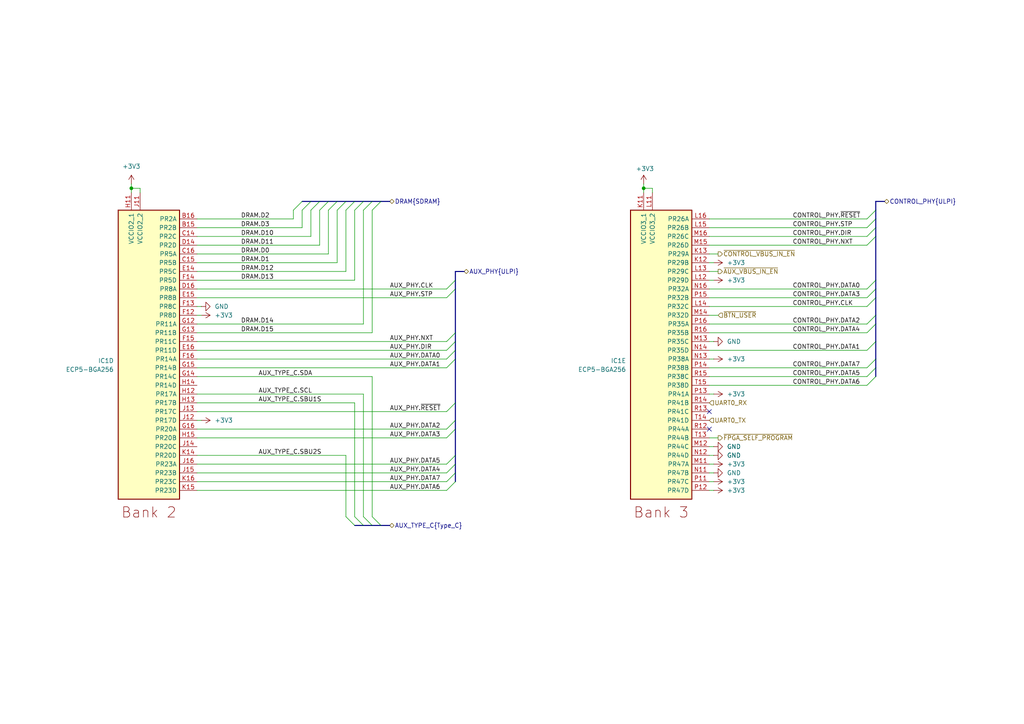
<source format=kicad_sch>
(kicad_sch
	(version 20231120)
	(generator "eeschema")
	(generator_version "8.0")
	(uuid "92570387-c21c-4257-9c29-c8cac1aa98c9")
	(paper "A4")
	(title_block
		(title "${TITLE}")
		(date "${DATE}")
		(rev "${VERSION}")
		(company "${COPYRIGHT}")
		(comment 1 "${LICENSE}")
	)
	(lib_symbols
		(symbol "fpgas_and_processors:ECP5-BGA256"
			(pin_names
				(offset 0.762)
			)
			(exclude_from_sim no)
			(in_bom yes)
			(on_board yes)
			(property "Reference" "IC"
				(at 1.27 45.72 0)
				(effects
					(font
						(size 1.27 1.27)
					)
					(justify left)
				)
			)
			(property "Value" "ECP5-BGA256"
				(at 1.27 43.18 0)
				(effects
					(font
						(size 1.27 1.27)
					)
					(justify left)
				)
			)
			(property "Footprint" "BGA256C80P16X16_1400X1400X170"
				(at -81.28 87.63 0)
				(effects
					(font
						(size 1.27 1.27)
					)
					(justify left)
					(hide yes)
				)
			)
			(property "Datasheet" ""
				(at -92.71 111.76 0)
				(effects
					(font
						(size 1.27 1.27)
					)
					(justify left)
					(hide yes)
				)
			)
			(property "Description" "FPGA - Field Programmable Gate Array ECP5; 12k LUTs; 1.1V"
				(at -92.71 109.22 0)
				(effects
					(font
						(size 1.27 1.27)
					)
					(justify left)
					(hide yes)
				)
			)
			(property "Manufacturer" "Lattice"
				(at -91.44 133.35 0)
				(effects
					(font
						(size 1.27 1.27)
					)
					(justify left)
					(hide yes)
				)
			)
			(property "Part Number" "LFE5U-12F-6BG256C"
				(at -91.44 130.81 0)
				(effects
					(font
						(size 1.27 1.27)
					)
					(justify left)
					(hide yes)
				)
			)
			(property "ki_locked" ""
				(at 0 0 0)
				(effects
					(font
						(size 1.27 1.27)
					)
				)
			)
			(symbol "ECP5-BGA256_1_0"
				(rectangle
					(start -13.97 35.56)
					(end 13.97 -35.56)
					(stroke
						(width 0.3048)
						(type default)
					)
					(fill
						(type background)
					)
				)
			)
			(symbol "ECP5-BGA256_1_1"
				(text "FPGA Supplies"
					(at 0 -39.37 0)
					(effects
						(font
							(size 2.9972 2.9972)
						)
					)
				)
				(pin power_in line
					(at 19.05 33.02 180)
					(length 5.08)
					(name "GND_1"
						(effects
							(font
								(size 1.27 1.27)
							)
						)
					)
					(number "A1"
						(effects
							(font
								(size 1.27 1.27)
							)
						)
					)
				)
				(pin power_in line
					(at 19.05 30.48 180)
					(length 5.08)
					(name "GND_2"
						(effects
							(font
								(size 1.27 1.27)
							)
						)
					)
					(number "A16"
						(effects
							(font
								(size 1.27 1.27)
							)
						)
					)
				)
				(pin power_in line
					(at 19.05 25.4 180)
					(length 5.08)
					(name "GND_4"
						(effects
							(font
								(size 1.27 1.27)
							)
						)
					)
					(number "D15"
						(effects
							(font
								(size 1.27 1.27)
							)
						)
					)
				)
				(pin power_in line
					(at 19.05 27.94 180)
					(length 5.08)
					(name "GND_3"
						(effects
							(font
								(size 1.27 1.27)
							)
						)
					)
					(number "D2"
						(effects
							(font
								(size 1.27 1.27)
							)
						)
					)
				)
				(pin power_in line
					(at 19.05 22.86 180)
					(length 5.08)
					(name "GND_5"
						(effects
							(font
								(size 1.27 1.27)
							)
						)
					)
					(number "F8"
						(effects
							(font
								(size 1.27 1.27)
							)
						)
					)
				)
				(pin power_in line
					(at 19.05 20.32 180)
					(length 5.08)
					(name "GND_6"
						(effects
							(font
								(size 1.27 1.27)
							)
						)
					)
					(number "F9"
						(effects
							(font
								(size 1.27 1.27)
							)
						)
					)
				)
				(pin power_in line
					(at 19.05 15.24 180)
					(length 5.08)
					(name "GND_8"
						(effects
							(font
								(size 1.27 1.27)
							)
						)
					)
					(number "G10"
						(effects
							(font
								(size 1.27 1.27)
							)
						)
					)
				)
				(pin power_in line
					(at -19.05 -30.48 0)
					(length 5.08)
					(name "VCCAUX_1"
						(effects
							(font
								(size 1.27 1.27)
							)
						)
					)
					(number "G11"
						(effects
							(font
								(size 1.27 1.27)
							)
						)
					)
				)
				(pin power_in line
					(at -19.05 33.02 0)
					(length 5.08)
					(name "VCC_1"
						(effects
							(font
								(size 1.27 1.27)
							)
						)
					)
					(number "G6"
						(effects
							(font
								(size 1.27 1.27)
							)
						)
					)
				)
				(pin power_in line
					(at -19.05 30.48 0)
					(length 5.08)
					(name "VCC_2"
						(effects
							(font
								(size 1.27 1.27)
							)
						)
					)
					(number "G7"
						(effects
							(font
								(size 1.27 1.27)
							)
						)
					)
				)
				(pin power_in line
					(at 19.05 17.78 180)
					(length 5.08)
					(name "GND_7"
						(effects
							(font
								(size 1.27 1.27)
							)
						)
					)
					(number "G8"
						(effects
							(font
								(size 1.27 1.27)
							)
						)
					)
				)
				(pin power_in line
					(at -19.05 27.94 0)
					(length 5.08)
					(name "VCC_3"
						(effects
							(font
								(size 1.27 1.27)
							)
						)
					)
					(number "G9"
						(effects
							(font
								(size 1.27 1.27)
							)
						)
					)
				)
				(pin power_in line
					(at 19.05 12.7 180)
					(length 5.08)
					(name "GND_9"
						(effects
							(font
								(size 1.27 1.27)
							)
						)
					)
					(number "H1"
						(effects
							(font
								(size 1.27 1.27)
							)
						)
					)
				)
				(pin power_in line
					(at 19.05 5.08 180)
					(length 5.08)
					(name "GND_12"
						(effects
							(font
								(size 1.27 1.27)
							)
						)
					)
					(number "H10"
						(effects
							(font
								(size 1.27 1.27)
							)
						)
					)
				)
				(pin power_in line
					(at 19.05 2.54 180)
					(length 5.08)
					(name "GND_13"
						(effects
							(font
								(size 1.27 1.27)
							)
						)
					)
					(number "H16"
						(effects
							(font
								(size 1.27 1.27)
							)
						)
					)
				)
				(pin power_in line
					(at 19.05 10.16 180)
					(length 5.08)
					(name "GND_10"
						(effects
							(font
								(size 1.27 1.27)
							)
						)
					)
					(number "H8"
						(effects
							(font
								(size 1.27 1.27)
							)
						)
					)
				)
				(pin power_in line
					(at 19.05 7.62 180)
					(length 5.08)
					(name "GND_11"
						(effects
							(font
								(size 1.27 1.27)
							)
						)
					)
					(number "H9"
						(effects
							(font
								(size 1.27 1.27)
							)
						)
					)
				)
				(pin power_in line
					(at 19.05 -5.08 180)
					(length 5.08)
					(name "GND_16"
						(effects
							(font
								(size 1.27 1.27)
							)
						)
					)
					(number "J10"
						(effects
							(font
								(size 1.27 1.27)
							)
						)
					)
				)
				(pin power_in line
					(at 19.05 0 180)
					(length 5.08)
					(name "GND_14"
						(effects
							(font
								(size 1.27 1.27)
							)
						)
					)
					(number "J8"
						(effects
							(font
								(size 1.27 1.27)
							)
						)
					)
				)
				(pin power_in line
					(at 19.05 -2.54 180)
					(length 5.08)
					(name "GND_15"
						(effects
							(font
								(size 1.27 1.27)
							)
						)
					)
					(number "J9"
						(effects
							(font
								(size 1.27 1.27)
							)
						)
					)
				)
				(pin power_in line
					(at 19.05 -17.78 180)
					(length 5.08)
					(name "GND_21"
						(effects
							(font
								(size 1.27 1.27)
							)
						)
					)
					(number "K10"
						(effects
							(font
								(size 1.27 1.27)
							)
						)
					)
				)
				(pin power_in line
					(at 19.05 -7.62 180)
					(length 5.08)
					(name "GND_17"
						(effects
							(font
								(size 1.27 1.27)
							)
						)
					)
					(number "K6"
						(effects
							(font
								(size 1.27 1.27)
							)
						)
					)
				)
				(pin power_in line
					(at 19.05 -10.16 180)
					(length 5.08)
					(name "GND_18"
						(effects
							(font
								(size 1.27 1.27)
							)
						)
					)
					(number "K7"
						(effects
							(font
								(size 1.27 1.27)
							)
						)
					)
				)
				(pin power_in line
					(at 19.05 -12.7 180)
					(length 5.08)
					(name "GND_19"
						(effects
							(font
								(size 1.27 1.27)
							)
						)
					)
					(number "K8"
						(effects
							(font
								(size 1.27 1.27)
							)
						)
					)
				)
				(pin power_in line
					(at 19.05 -15.24 180)
					(length 5.08)
					(name "GND_20"
						(effects
							(font
								(size 1.27 1.27)
							)
						)
					)
					(number "K9"
						(effects
							(font
								(size 1.27 1.27)
							)
						)
					)
				)
				(pin power_in line
					(at -19.05 20.32 0)
					(length 5.08)
					(name "VCC_6"
						(effects
							(font
								(size 1.27 1.27)
							)
						)
					)
					(number "L10"
						(effects
							(font
								(size 1.27 1.27)
							)
						)
					)
				)
				(pin power_in line
					(at -19.05 -33.02 0)
					(length 5.08)
					(name "VCCAUX_2"
						(effects
							(font
								(size 1.27 1.27)
							)
						)
					)
					(number "L7"
						(effects
							(font
								(size 1.27 1.27)
							)
						)
					)
				)
				(pin power_in line
					(at -19.05 25.4 0)
					(length 5.08)
					(name "VCC_4"
						(effects
							(font
								(size 1.27 1.27)
							)
						)
					)
					(number "L8"
						(effects
							(font
								(size 1.27 1.27)
							)
						)
					)
				)
				(pin power_in line
					(at -19.05 22.86 0)
					(length 5.08)
					(name "VCC_5"
						(effects
							(font
								(size 1.27 1.27)
							)
						)
					)
					(number "L9"
						(effects
							(font
								(size 1.27 1.27)
							)
						)
					)
				)
				(pin power_in line
					(at 19.05 -22.86 180)
					(length 5.08)
					(name "GND_23"
						(effects
							(font
								(size 1.27 1.27)
							)
						)
					)
					(number "N15"
						(effects
							(font
								(size 1.27 1.27)
							)
						)
					)
				)
				(pin power_in line
					(at 19.05 -20.32 180)
					(length 5.08)
					(name "GND_22"
						(effects
							(font
								(size 1.27 1.27)
							)
						)
					)
					(number "N2"
						(effects
							(font
								(size 1.27 1.27)
							)
						)
					)
				)
				(pin power_in line
					(at 19.05 -25.4 180)
					(length 5.08)
					(name "GND_24"
						(effects
							(font
								(size 1.27 1.27)
							)
						)
					)
					(number "T1"
						(effects
							(font
								(size 1.27 1.27)
							)
						)
					)
				)
				(pin power_in line
					(at 19.05 -30.48 180)
					(length 5.08)
					(name "GND_26"
						(effects
							(font
								(size 1.27 1.27)
							)
						)
					)
					(number "T12"
						(effects
							(font
								(size 1.27 1.27)
							)
						)
					)
				)
				(pin power_in line
					(at 19.05 -33.02 180)
					(length 5.08)
					(name "GND_27"
						(effects
							(font
								(size 1.27 1.27)
							)
						)
					)
					(number "T16"
						(effects
							(font
								(size 1.27 1.27)
							)
						)
					)
				)
				(pin power_in line
					(at 19.05 -27.94 180)
					(length 5.08)
					(name "GND_25"
						(effects
							(font
								(size 1.27 1.27)
							)
						)
					)
					(number "T5"
						(effects
							(font
								(size 1.27 1.27)
							)
						)
					)
				)
			)
			(symbol "ECP5-BGA256_2_1"
				(rectangle
					(start -8.89 31.75)
					(end 8.89 -31.75)
					(stroke
						(width 0.3048)
						(type default)
					)
					(fill
						(type background)
					)
				)
				(text "Bank 0"
					(at 0 -35.56 0)
					(effects
						(font
							(size 2.9972 2.9972)
						)
					)
				)
				(pin bidirectional line
					(at 13.97 29.21 180)
					(length 5.08)
					(name "PT4A"
						(effects
							(font
								(size 1.27 1.27)
							)
						)
					)
					(number "A2"
						(effects
							(font
								(size 1.27 1.27)
							)
						)
					)
				)
				(pin bidirectional line
					(at 13.97 24.13 180)
					(length 5.08)
					(name "PT6A"
						(effects
							(font
								(size 1.27 1.27)
							)
						)
					)
					(number "A3"
						(effects
							(font
								(size 1.27 1.27)
							)
						)
					)
				)
				(pin bidirectional line
					(at 13.97 21.59 180)
					(length 5.08)
					(name "PT6B"
						(effects
							(font
								(size 1.27 1.27)
							)
						)
					)
					(number "A4"
						(effects
							(font
								(size 1.27 1.27)
							)
						)
					)
				)
				(pin bidirectional line
					(at 13.97 -1.27 180)
					(length 5.08)
					(name "PT18A"
						(effects
							(font
								(size 1.27 1.27)
							)
						)
					)
					(number "A5"
						(effects
							(font
								(size 1.27 1.27)
							)
						)
					)
				)
				(pin bidirectional line
					(at 13.97 -3.81 180)
					(length 5.08)
					(name "PT18B"
						(effects
							(font
								(size 1.27 1.27)
							)
						)
					)
					(number "A6"
						(effects
							(font
								(size 1.27 1.27)
							)
						)
					)
				)
				(pin bidirectional line
					(at 13.97 -26.67 180)
					(length 5.08)
					(name "PT29A"
						(effects
							(font
								(size 1.27 1.27)
							)
						)
					)
					(number "A7"
						(effects
							(font
								(size 1.27 1.27)
							)
						)
					)
				)
				(pin bidirectional line
					(at 13.97 -29.21 180)
					(length 5.08)
					(name "PT29B"
						(effects
							(font
								(size 1.27 1.27)
							)
						)
					)
					(number "A8"
						(effects
							(font
								(size 1.27 1.27)
							)
						)
					)
				)
				(pin bidirectional line
					(at 13.97 26.67 180)
					(length 5.08)
					(name "PT4B"
						(effects
							(font
								(size 1.27 1.27)
							)
						)
					)
					(number "B3"
						(effects
							(font
								(size 1.27 1.27)
							)
						)
					)
				)
				(pin bidirectional line
					(at 13.97 11.43 180)
					(length 5.08)
					(name "PT11B"
						(effects
							(font
								(size 1.27 1.27)
							)
						)
					)
					(number "B4"
						(effects
							(font
								(size 1.27 1.27)
							)
						)
					)
				)
				(pin bidirectional line
					(at 13.97 1.27 180)
					(length 5.08)
					(name "PT15B"
						(effects
							(font
								(size 1.27 1.27)
							)
						)
					)
					(number "B5"
						(effects
							(font
								(size 1.27 1.27)
							)
						)
					)
				)
				(pin bidirectional line
					(at 13.97 -13.97 180)
					(length 5.08)
					(name "PT22B"
						(effects
							(font
								(size 1.27 1.27)
							)
						)
					)
					(number "B6"
						(effects
							(font
								(size 1.27 1.27)
							)
						)
					)
				)
				(pin bidirectional line
					(at 13.97 -24.13 180)
					(length 5.08)
					(name "PT27B"
						(effects
							(font
								(size 1.27 1.27)
							)
						)
					)
					(number "B7"
						(effects
							(font
								(size 1.27 1.27)
							)
						)
					)
				)
				(pin bidirectional line
					(at 13.97 13.97 180)
					(length 5.08)
					(name "PT11A"
						(effects
							(font
								(size 1.27 1.27)
							)
						)
					)
					(number "C4"
						(effects
							(font
								(size 1.27 1.27)
							)
						)
					)
				)
				(pin bidirectional line
					(at 13.97 3.81 180)
					(length 5.08)
					(name "PT15A"
						(effects
							(font
								(size 1.27 1.27)
							)
						)
					)
					(number "C5"
						(effects
							(font
								(size 1.27 1.27)
							)
						)
					)
				)
				(pin bidirectional line
					(at 13.97 -11.43 180)
					(length 5.08)
					(name "PT22A"
						(effects
							(font
								(size 1.27 1.27)
							)
						)
					)
					(number "C6"
						(effects
							(font
								(size 1.27 1.27)
							)
						)
					)
				)
				(pin bidirectional line
					(at 13.97 -21.59 180)
					(length 5.08)
					(name "PT27A"
						(effects
							(font
								(size 1.27 1.27)
							)
						)
					)
					(number "C7"
						(effects
							(font
								(size 1.27 1.27)
							)
						)
					)
				)
				(pin bidirectional line
					(at 13.97 16.51 180)
					(length 5.08)
					(name "PT9B"
						(effects
							(font
								(size 1.27 1.27)
							)
						)
					)
					(number "D4"
						(effects
							(font
								(size 1.27 1.27)
							)
						)
					)
				)
				(pin bidirectional line
					(at 13.97 6.35 180)
					(length 5.08)
					(name "PT13B"
						(effects
							(font
								(size 1.27 1.27)
							)
						)
					)
					(number "D5"
						(effects
							(font
								(size 1.27 1.27)
							)
						)
					)
				)
				(pin bidirectional line
					(at 13.97 -8.89 180)
					(length 5.08)
					(name "PT20B"
						(effects
							(font
								(size 1.27 1.27)
							)
						)
					)
					(number "D6"
						(effects
							(font
								(size 1.27 1.27)
							)
						)
					)
				)
				(pin bidirectional line
					(at 13.97 -19.05 180)
					(length 5.08)
					(name "PT24B"
						(effects
							(font
								(size 1.27 1.27)
							)
						)
					)
					(number "D7"
						(effects
							(font
								(size 1.27 1.27)
							)
						)
					)
				)
				(pin bidirectional line
					(at 13.97 19.05 180)
					(length 5.08)
					(name "PT9A"
						(effects
							(font
								(size 1.27 1.27)
							)
						)
					)
					(number "E4"
						(effects
							(font
								(size 1.27 1.27)
							)
						)
					)
				)
				(pin bidirectional line
					(at 13.97 8.89 180)
					(length 5.08)
					(name "PT13A"
						(effects
							(font
								(size 1.27 1.27)
							)
						)
					)
					(number "E5"
						(effects
							(font
								(size 1.27 1.27)
							)
						)
					)
				)
				(pin bidirectional line
					(at 13.97 -6.35 180)
					(length 5.08)
					(name "PT20A"
						(effects
							(font
								(size 1.27 1.27)
							)
						)
					)
					(number "E6"
						(effects
							(font
								(size 1.27 1.27)
							)
						)
					)
				)
				(pin bidirectional line
					(at 13.97 -16.51 180)
					(length 5.08)
					(name "PT24A"
						(effects
							(font
								(size 1.27 1.27)
							)
						)
					)
					(number "E7"
						(effects
							(font
								(size 1.27 1.27)
							)
						)
					)
				)
				(pin power_in line
					(at -2.54 36.83 270)
					(length 5.08)
					(name "VCCIO0_1"
						(effects
							(font
								(size 1.27 1.27)
							)
						)
					)
					(number "F6"
						(effects
							(font
								(size 1.27 1.27)
							)
						)
					)
				)
				(pin power_in line
					(at -5.08 36.83 270)
					(length 5.08)
					(name "VCCIO0_2"
						(effects
							(font
								(size 1.27 1.27)
							)
						)
					)
					(number "F7"
						(effects
							(font
								(size 1.27 1.27)
							)
						)
					)
				)
			)
			(symbol "ECP5-BGA256_3_0"
				(rectangle
					(start -8.89 41.91)
					(end 8.89 -41.91)
					(stroke
						(width 0.3048)
						(type default)
					)
					(fill
						(type background)
					)
				)
			)
			(symbol "ECP5-BGA256_3_1"
				(text "Bank 1"
					(at 0 -45.72 0)
					(effects
						(font
							(size 2.9972 2.9972)
						)
					)
				)
				(pin bidirectional line
					(at 13.97 16.51 180)
					(length 5.08)
					(name "PT42B"
						(effects
							(font
								(size 1.27 1.27)
							)
						)
					)
					(number "A10"
						(effects
							(font
								(size 1.27 1.27)
							)
						)
					)
				)
				(pin bidirectional line
					(at 13.97 -6.35 180)
					(length 5.08)
					(name "PT53A"
						(effects
							(font
								(size 1.27 1.27)
							)
						)
					)
					(number "A11"
						(effects
							(font
								(size 1.27 1.27)
							)
						)
					)
				)
				(pin bidirectional line
					(at 13.97 -8.89 180)
					(length 5.08)
					(name "PT53B"
						(effects
							(font
								(size 1.27 1.27)
							)
						)
					)
					(number "A12"
						(effects
							(font
								(size 1.27 1.27)
							)
						)
					)
				)
				(pin bidirectional line
					(at 13.97 -31.75 180)
					(length 5.08)
					(name "PT65A"
						(effects
							(font
								(size 1.27 1.27)
							)
						)
					)
					(number "A13"
						(effects
							(font
								(size 1.27 1.27)
							)
						)
					)
				)
				(pin bidirectional line
					(at 13.97 -34.29 180)
					(length 5.08)
					(name "PT65B"
						(effects
							(font
								(size 1.27 1.27)
							)
						)
					)
					(number "A14"
						(effects
							(font
								(size 1.27 1.27)
							)
						)
					)
				)
				(pin bidirectional line
					(at 13.97 -39.37 180)
					(length 5.08)
					(name "PT67B"
						(effects
							(font
								(size 1.27 1.27)
							)
						)
					)
					(number "A15"
						(effects
							(font
								(size 1.27 1.27)
							)
						)
					)
				)
				(pin bidirectional line
					(at 13.97 19.05 180)
					(length 5.08)
					(name "PT42A"
						(effects
							(font
								(size 1.27 1.27)
							)
						)
					)
					(number "A9"
						(effects
							(font
								(size 1.27 1.27)
							)
						)
					)
				)
				(pin bidirectional line
					(at 13.97 13.97 180)
					(length 5.08)
					(name "PT44A"
						(effects
							(font
								(size 1.27 1.27)
							)
						)
					)
					(number "B10"
						(effects
							(font
								(size 1.27 1.27)
							)
						)
					)
				)
				(pin bidirectional line
					(at 13.97 3.81 180)
					(length 5.08)
					(name "PT49A"
						(effects
							(font
								(size 1.27 1.27)
							)
						)
					)
					(number "B11"
						(effects
							(font
								(size 1.27 1.27)
							)
						)
					)
				)
				(pin bidirectional line
					(at 13.97 -11.43 180)
					(length 5.08)
					(name "PT56A"
						(effects
							(font
								(size 1.27 1.27)
							)
						)
					)
					(number "B12"
						(effects
							(font
								(size 1.27 1.27)
							)
						)
					)
				)
				(pin bidirectional line
					(at 13.97 -21.59 180)
					(length 5.08)
					(name "PT60A"
						(effects
							(font
								(size 1.27 1.27)
							)
						)
					)
					(number "B13"
						(effects
							(font
								(size 1.27 1.27)
							)
						)
					)
				)
				(pin bidirectional line
					(at 13.97 -36.83 180)
					(length 5.08)
					(name "PT67A"
						(effects
							(font
								(size 1.27 1.27)
							)
						)
					)
					(number "B14"
						(effects
							(font
								(size 1.27 1.27)
							)
						)
					)
				)
				(pin bidirectional line
					(at 13.97 31.75 180)
					(length 5.08)
					(name "PT35B"
						(effects
							(font
								(size 1.27 1.27)
							)
						)
					)
					(number "B8"
						(effects
							(font
								(size 1.27 1.27)
							)
						)
					)
				)
				(pin bidirectional line
					(at 13.97 29.21 180)
					(length 5.08)
					(name "PT38A"
						(effects
							(font
								(size 1.27 1.27)
							)
						)
					)
					(number "B9"
						(effects
							(font
								(size 1.27 1.27)
							)
						)
					)
				)
				(pin bidirectional line
					(at 13.97 11.43 180)
					(length 5.08)
					(name "PT44B"
						(effects
							(font
								(size 1.27 1.27)
							)
						)
					)
					(number "C10"
						(effects
							(font
								(size 1.27 1.27)
							)
						)
					)
				)
				(pin bidirectional line
					(at 13.97 1.27 180)
					(length 5.08)
					(name "PT49B"
						(effects
							(font
								(size 1.27 1.27)
							)
						)
					)
					(number "C11"
						(effects
							(font
								(size 1.27 1.27)
							)
						)
					)
				)
				(pin bidirectional line
					(at 13.97 -13.97 180)
					(length 5.08)
					(name "PT56B"
						(effects
							(font
								(size 1.27 1.27)
							)
						)
					)
					(number "C12"
						(effects
							(font
								(size 1.27 1.27)
							)
						)
					)
				)
				(pin bidirectional line
					(at 13.97 -24.13 180)
					(length 5.08)
					(name "PT60B"
						(effects
							(font
								(size 1.27 1.27)
							)
						)
					)
					(number "C13"
						(effects
							(font
								(size 1.27 1.27)
							)
						)
					)
				)
				(pin bidirectional line
					(at 13.97 34.29 180)
					(length 5.08)
					(name "PT35A"
						(effects
							(font
								(size 1.27 1.27)
							)
						)
					)
					(number "C8"
						(effects
							(font
								(size 1.27 1.27)
							)
						)
					)
				)
				(pin bidirectional line
					(at 13.97 26.67 180)
					(length 5.08)
					(name "PT38B"
						(effects
							(font
								(size 1.27 1.27)
							)
						)
					)
					(number "C9"
						(effects
							(font
								(size 1.27 1.27)
							)
						)
					)
				)
				(pin bidirectional line
					(at 13.97 8.89 180)
					(length 5.08)
					(name "PT47A"
						(effects
							(font
								(size 1.27 1.27)
							)
						)
					)
					(number "D10"
						(effects
							(font
								(size 1.27 1.27)
							)
						)
					)
				)
				(pin bidirectional line
					(at 13.97 -1.27 180)
					(length 5.08)
					(name "PT51A"
						(effects
							(font
								(size 1.27 1.27)
							)
						)
					)
					(number "D11"
						(effects
							(font
								(size 1.27 1.27)
							)
						)
					)
				)
				(pin bidirectional line
					(at 13.97 -16.51 180)
					(length 5.08)
					(name "PT58A"
						(effects
							(font
								(size 1.27 1.27)
							)
						)
					)
					(number "D12"
						(effects
							(font
								(size 1.27 1.27)
							)
						)
					)
				)
				(pin bidirectional line
					(at 13.97 -26.67 180)
					(length 5.08)
					(name "PT62A"
						(effects
							(font
								(size 1.27 1.27)
							)
						)
					)
					(number "D13"
						(effects
							(font
								(size 1.27 1.27)
							)
						)
					)
				)
				(pin bidirectional line
					(at 13.97 36.83 180)
					(length 5.08)
					(name "PT33B"
						(effects
							(font
								(size 1.27 1.27)
							)
						)
					)
					(number "D8"
						(effects
							(font
								(size 1.27 1.27)
							)
						)
					)
				)
				(pin bidirectional line
					(at 13.97 24.13 180)
					(length 5.08)
					(name "PT40A"
						(effects
							(font
								(size 1.27 1.27)
							)
						)
					)
					(number "D9"
						(effects
							(font
								(size 1.27 1.27)
							)
						)
					)
				)
				(pin bidirectional line
					(at 13.97 6.35 180)
					(length 5.08)
					(name "PT47B"
						(effects
							(font
								(size 1.27 1.27)
							)
						)
					)
					(number "E10"
						(effects
							(font
								(size 1.27 1.27)
							)
						)
					)
				)
				(pin bidirectional line
					(at 13.97 -3.81 180)
					(length 5.08)
					(name "PT51B"
						(effects
							(font
								(size 1.27 1.27)
							)
						)
					)
					(number "E11"
						(effects
							(font
								(size 1.27 1.27)
							)
						)
					)
				)
				(pin bidirectional line
					(at 13.97 -19.05 180)
					(length 5.08)
					(name "PT58B"
						(effects
							(font
								(size 1.27 1.27)
							)
						)
					)
					(number "E12"
						(effects
							(font
								(size 1.27 1.27)
							)
						)
					)
				)
				(pin bidirectional line
					(at 13.97 -29.21 180)
					(length 5.08)
					(name "PT62B"
						(effects
							(font
								(size 1.27 1.27)
							)
						)
					)
					(number "E13"
						(effects
							(font
								(size 1.27 1.27)
							)
						)
					)
				)
				(pin bidirectional line
					(at 13.97 39.37 180)
					(length 5.08)
					(name "PT33A"
						(effects
							(font
								(size 1.27 1.27)
							)
						)
					)
					(number "E8"
						(effects
							(font
								(size 1.27 1.27)
							)
						)
					)
				)
				(pin bidirectional line
					(at 13.97 21.59 180)
					(length 5.08)
					(name "PT40B"
						(effects
							(font
								(size 1.27 1.27)
							)
						)
					)
					(number "E9"
						(effects
							(font
								(size 1.27 1.27)
							)
						)
					)
				)
				(pin power_in line
					(at -2.54 46.99 270)
					(length 5.08)
					(name "VCCIO1_1"
						(effects
							(font
								(size 1.27 1.27)
							)
						)
					)
					(number "F10"
						(effects
							(font
								(size 1.27 1.27)
							)
						)
					)
				)
				(pin power_in line
					(at -5.08 46.99 270)
					(length 5.08)
					(name "VCCIO1_2"
						(effects
							(font
								(size 1.27 1.27)
							)
						)
					)
					(number "F11"
						(effects
							(font
								(size 1.27 1.27)
							)
						)
					)
				)
			)
			(symbol "ECP5-BGA256_4_1"
				(rectangle
					(start -8.89 41.91)
					(end 8.89 -41.91)
					(stroke
						(width 0.3048)
						(type default)
					)
					(fill
						(type background)
					)
				)
				(text "Bank 2"
					(at 0 -45.72 0)
					(effects
						(font
							(size 2.9972 2.9972)
						)
					)
				)
				(pin bidirectional line
					(at 13.97 36.83 180)
					(length 5.08)
					(name "PR2B"
						(effects
							(font
								(size 1.27 1.27)
							)
						)
					)
					(number "B15"
						(effects
							(font
								(size 1.27 1.27)
							)
						)
					)
				)
				(pin bidirectional line
					(at 13.97 39.37 180)
					(length 5.08)
					(name "PR2A"
						(effects
							(font
								(size 1.27 1.27)
							)
						)
					)
					(number "B16"
						(effects
							(font
								(size 1.27 1.27)
							)
						)
					)
				)
				(pin bidirectional line
					(at 13.97 34.29 180)
					(length 5.08)
					(name "PR2C"
						(effects
							(font
								(size 1.27 1.27)
							)
						)
					)
					(number "C14"
						(effects
							(font
								(size 1.27 1.27)
							)
						)
					)
				)
				(pin bidirectional line
					(at 13.97 26.67 180)
					(length 5.08)
					(name "PR5B"
						(effects
							(font
								(size 1.27 1.27)
							)
						)
					)
					(number "C15"
						(effects
							(font
								(size 1.27 1.27)
							)
						)
					)
				)
				(pin bidirectional line
					(at 13.97 29.21 180)
					(length 5.08)
					(name "PR5A"
						(effects
							(font
								(size 1.27 1.27)
							)
						)
					)
					(number "C16"
						(effects
							(font
								(size 1.27 1.27)
							)
						)
					)
				)
				(pin bidirectional line
					(at 13.97 31.75 180)
					(length 5.08)
					(name "PR2D"
						(effects
							(font
								(size 1.27 1.27)
							)
						)
					)
					(number "D14"
						(effects
							(font
								(size 1.27 1.27)
							)
						)
					)
				)
				(pin bidirectional line
					(at 13.97 19.05 180)
					(length 5.08)
					(name "PR8A"
						(effects
							(font
								(size 1.27 1.27)
							)
						)
					)
					(number "D16"
						(effects
							(font
								(size 1.27 1.27)
							)
						)
					)
				)
				(pin bidirectional line
					(at 13.97 24.13 180)
					(length 5.08)
					(name "PR5C"
						(effects
							(font
								(size 1.27 1.27)
							)
						)
					)
					(number "E14"
						(effects
							(font
								(size 1.27 1.27)
							)
						)
					)
				)
				(pin bidirectional line
					(at 13.97 16.51 180)
					(length 5.08)
					(name "PR8B"
						(effects
							(font
								(size 1.27 1.27)
							)
						)
					)
					(number "E15"
						(effects
							(font
								(size 1.27 1.27)
							)
						)
					)
				)
				(pin bidirectional line
					(at 13.97 1.27 180)
					(length 5.08)
					(name "PR11D"
						(effects
							(font
								(size 1.27 1.27)
							)
						)
					)
					(number "E16"
						(effects
							(font
								(size 1.27 1.27)
							)
						)
					)
				)
				(pin bidirectional line
					(at 13.97 11.43 180)
					(length 5.08)
					(name "PR8D"
						(effects
							(font
								(size 1.27 1.27)
							)
						)
					)
					(number "F12"
						(effects
							(font
								(size 1.27 1.27)
							)
						)
					)
				)
				(pin bidirectional line
					(at 13.97 13.97 180)
					(length 5.08)
					(name "PR8C"
						(effects
							(font
								(size 1.27 1.27)
							)
						)
					)
					(number "F13"
						(effects
							(font
								(size 1.27 1.27)
							)
						)
					)
				)
				(pin bidirectional line
					(at 13.97 21.59 180)
					(length 5.08)
					(name "PR5D"
						(effects
							(font
								(size 1.27 1.27)
							)
						)
					)
					(number "F14"
						(effects
							(font
								(size 1.27 1.27)
							)
						)
					)
				)
				(pin bidirectional line
					(at 13.97 3.81 180)
					(length 5.08)
					(name "PR11C"
						(effects
							(font
								(size 1.27 1.27)
							)
						)
					)
					(number "F15"
						(effects
							(font
								(size 1.27 1.27)
							)
						)
					)
				)
				(pin bidirectional line
					(at 13.97 -1.27 180)
					(length 5.08)
					(name "PR14A"
						(effects
							(font
								(size 1.27 1.27)
							)
						)
					)
					(number "F16"
						(effects
							(font
								(size 1.27 1.27)
							)
						)
					)
				)
				(pin bidirectional line
					(at 13.97 8.89 180)
					(length 5.08)
					(name "PR11A"
						(effects
							(font
								(size 1.27 1.27)
							)
						)
					)
					(number "G12"
						(effects
							(font
								(size 1.27 1.27)
							)
						)
					)
				)
				(pin bidirectional line
					(at 13.97 6.35 180)
					(length 5.08)
					(name "PR11B"
						(effects
							(font
								(size 1.27 1.27)
							)
						)
					)
					(number "G13"
						(effects
							(font
								(size 1.27 1.27)
							)
						)
					)
				)
				(pin bidirectional line
					(at 13.97 -6.35 180)
					(length 5.08)
					(name "PR14C"
						(effects
							(font
								(size 1.27 1.27)
							)
						)
					)
					(number "G14"
						(effects
							(font
								(size 1.27 1.27)
							)
						)
					)
				)
				(pin bidirectional line
					(at 13.97 -3.81 180)
					(length 5.08)
					(name "PR14B"
						(effects
							(font
								(size 1.27 1.27)
							)
						)
					)
					(number "G15"
						(effects
							(font
								(size 1.27 1.27)
							)
						)
					)
				)
				(pin bidirectional line
					(at 13.97 -21.59 180)
					(length 5.08)
					(name "PR20A"
						(effects
							(font
								(size 1.27 1.27)
							)
						)
					)
					(number "G16"
						(effects
							(font
								(size 1.27 1.27)
							)
						)
					)
				)
				(pin power_in line
					(at -5.08 46.99 270)
					(length 5.08)
					(name "VCCIO2_1"
						(effects
							(font
								(size 1.27 1.27)
							)
						)
					)
					(number "H11"
						(effects
							(font
								(size 1.27 1.27)
							)
						)
					)
				)
				(pin bidirectional line
					(at 13.97 -11.43 180)
					(length 5.08)
					(name "PR17A"
						(effects
							(font
								(size 1.27 1.27)
							)
						)
					)
					(number "H12"
						(effects
							(font
								(size 1.27 1.27)
							)
						)
					)
				)
				(pin bidirectional line
					(at 13.97 -13.97 180)
					(length 5.08)
					(name "PR17B"
						(effects
							(font
								(size 1.27 1.27)
							)
						)
					)
					(number "H13"
						(effects
							(font
								(size 1.27 1.27)
							)
						)
					)
				)
				(pin bidirectional line
					(at 13.97 -8.89 180)
					(length 5.08)
					(name "PR14D"
						(effects
							(font
								(size 1.27 1.27)
							)
						)
					)
					(number "H14"
						(effects
							(font
								(size 1.27 1.27)
							)
						)
					)
				)
				(pin bidirectional line
					(at 13.97 -24.13 180)
					(length 5.08)
					(name "PR20B"
						(effects
							(font
								(size 1.27 1.27)
							)
						)
					)
					(number "H15"
						(effects
							(font
								(size 1.27 1.27)
							)
						)
					)
				)
				(pin power_in line
					(at -2.54 46.99 270)
					(length 5.08)
					(name "VCCIO2_2"
						(effects
							(font
								(size 1.27 1.27)
							)
						)
					)
					(number "J11"
						(effects
							(font
								(size 1.27 1.27)
							)
						)
					)
				)
				(pin bidirectional line
					(at 13.97 -19.05 180)
					(length 5.08)
					(name "PR17D"
						(effects
							(font
								(size 1.27 1.27)
							)
						)
					)
					(number "J12"
						(effects
							(font
								(size 1.27 1.27)
							)
						)
					)
				)
				(pin bidirectional line
					(at 13.97 -16.51 180)
					(length 5.08)
					(name "PR17C"
						(effects
							(font
								(size 1.27 1.27)
							)
						)
					)
					(number "J13"
						(effects
							(font
								(size 1.27 1.27)
							)
						)
					)
				)
				(pin bidirectional line
					(at 13.97 -26.67 180)
					(length 5.08)
					(name "PR20C"
						(effects
							(font
								(size 1.27 1.27)
							)
						)
					)
					(number "J14"
						(effects
							(font
								(size 1.27 1.27)
							)
						)
					)
				)
				(pin bidirectional line
					(at 13.97 -34.29 180)
					(length 5.08)
					(name "PR23B"
						(effects
							(font
								(size 1.27 1.27)
							)
						)
					)
					(number "J15"
						(effects
							(font
								(size 1.27 1.27)
							)
						)
					)
				)
				(pin bidirectional line
					(at 13.97 -31.75 180)
					(length 5.08)
					(name "PR23A"
						(effects
							(font
								(size 1.27 1.27)
							)
						)
					)
					(number "J16"
						(effects
							(font
								(size 1.27 1.27)
							)
						)
					)
				)
				(pin bidirectional line
					(at 13.97 -29.21 180)
					(length 5.08)
					(name "PR20D"
						(effects
							(font
								(size 1.27 1.27)
							)
						)
					)
					(number "K14"
						(effects
							(font
								(size 1.27 1.27)
							)
						)
					)
				)
				(pin bidirectional line
					(at 13.97 -39.37 180)
					(length 5.08)
					(name "PR23D"
						(effects
							(font
								(size 1.27 1.27)
							)
						)
					)
					(number "K15"
						(effects
							(font
								(size 1.27 1.27)
							)
						)
					)
				)
				(pin bidirectional line
					(at 13.97 -36.83 180)
					(length 5.08)
					(name "PR23C"
						(effects
							(font
								(size 1.27 1.27)
							)
						)
					)
					(number "K16"
						(effects
							(font
								(size 1.27 1.27)
							)
						)
					)
				)
			)
			(symbol "ECP5-BGA256_5_0"
				(rectangle
					(start -8.89 41.91)
					(end 8.89 -41.91)
					(stroke
						(width 0.3048)
						(type default)
					)
					(fill
						(type background)
					)
				)
			)
			(symbol "ECP5-BGA256_5_1"
				(text "Bank 3"
					(at 0 -45.72 0)
					(effects
						(font
							(size 2.9972 2.9972)
						)
					)
				)
				(pin power_in line
					(at -5.08 46.99 270)
					(length 5.08)
					(name "VCCIO3_1"
						(effects
							(font
								(size 1.27 1.27)
							)
						)
					)
					(number "K11"
						(effects
							(font
								(size 1.27 1.27)
							)
						)
					)
				)
				(pin bidirectional line
					(at 13.97 26.67 180)
					(length 5.08)
					(name "PR29B"
						(effects
							(font
								(size 1.27 1.27)
							)
						)
					)
					(number "K12"
						(effects
							(font
								(size 1.27 1.27)
							)
						)
					)
				)
				(pin bidirectional line
					(at 13.97 29.21 180)
					(length 5.08)
					(name "PR29A"
						(effects
							(font
								(size 1.27 1.27)
							)
						)
					)
					(number "K13"
						(effects
							(font
								(size 1.27 1.27)
							)
						)
					)
				)
				(pin power_in line
					(at -2.54 46.99 270)
					(length 5.08)
					(name "VCCIO3_2"
						(effects
							(font
								(size 1.27 1.27)
							)
						)
					)
					(number "L11"
						(effects
							(font
								(size 1.27 1.27)
							)
						)
					)
				)
				(pin bidirectional line
					(at 13.97 21.59 180)
					(length 5.08)
					(name "PR29D"
						(effects
							(font
								(size 1.27 1.27)
							)
						)
					)
					(number "L12"
						(effects
							(font
								(size 1.27 1.27)
							)
						)
					)
				)
				(pin bidirectional line
					(at 13.97 24.13 180)
					(length 5.08)
					(name "PR29C"
						(effects
							(font
								(size 1.27 1.27)
							)
						)
					)
					(number "L13"
						(effects
							(font
								(size 1.27 1.27)
							)
						)
					)
				)
				(pin bidirectional line
					(at 13.97 13.97 180)
					(length 5.08)
					(name "PR32C"
						(effects
							(font
								(size 1.27 1.27)
							)
						)
					)
					(number "L14"
						(effects
							(font
								(size 1.27 1.27)
							)
						)
					)
				)
				(pin bidirectional line
					(at 13.97 36.83 180)
					(length 5.08)
					(name "PR26B"
						(effects
							(font
								(size 1.27 1.27)
							)
						)
					)
					(number "L15"
						(effects
							(font
								(size 1.27 1.27)
							)
						)
					)
				)
				(pin bidirectional line
					(at 13.97 39.37 180)
					(length 5.08)
					(name "PR26A"
						(effects
							(font
								(size 1.27 1.27)
							)
						)
					)
					(number "L16"
						(effects
							(font
								(size 1.27 1.27)
							)
						)
					)
				)
				(pin bidirectional line
					(at 13.97 -31.75 180)
					(length 5.08)
					(name "PR47A"
						(effects
							(font
								(size 1.27 1.27)
							)
						)
					)
					(number "M11"
						(effects
							(font
								(size 1.27 1.27)
							)
						)
					)
				)
				(pin bidirectional line
					(at 13.97 -26.67 180)
					(length 5.08)
					(name "PR44C"
						(effects
							(font
								(size 1.27 1.27)
							)
						)
					)
					(number "M12"
						(effects
							(font
								(size 1.27 1.27)
							)
						)
					)
				)
				(pin bidirectional line
					(at 13.97 3.81 180)
					(length 5.08)
					(name "PR35C"
						(effects
							(font
								(size 1.27 1.27)
							)
						)
					)
					(number "M13"
						(effects
							(font
								(size 1.27 1.27)
							)
						)
					)
				)
				(pin bidirectional line
					(at 13.97 11.43 180)
					(length 5.08)
					(name "PR32D"
						(effects
							(font
								(size 1.27 1.27)
							)
						)
					)
					(number "M14"
						(effects
							(font
								(size 1.27 1.27)
							)
						)
					)
				)
				(pin bidirectional line
					(at 13.97 31.75 180)
					(length 5.08)
					(name "PR26D"
						(effects
							(font
								(size 1.27 1.27)
							)
						)
					)
					(number "M15"
						(effects
							(font
								(size 1.27 1.27)
							)
						)
					)
				)
				(pin bidirectional line
					(at 13.97 34.29 180)
					(length 5.08)
					(name "PR26C"
						(effects
							(font
								(size 1.27 1.27)
							)
						)
					)
					(number "M16"
						(effects
							(font
								(size 1.27 1.27)
							)
						)
					)
				)
				(pin bidirectional line
					(at 13.97 -34.29 180)
					(length 5.08)
					(name "PR47B"
						(effects
							(font
								(size 1.27 1.27)
							)
						)
					)
					(number "N11"
						(effects
							(font
								(size 1.27 1.27)
							)
						)
					)
				)
				(pin bidirectional line
					(at 13.97 -29.21 180)
					(length 5.08)
					(name "PR44D"
						(effects
							(font
								(size 1.27 1.27)
							)
						)
					)
					(number "N12"
						(effects
							(font
								(size 1.27 1.27)
							)
						)
					)
				)
				(pin bidirectional line
					(at 13.97 -1.27 180)
					(length 5.08)
					(name "PR38A"
						(effects
							(font
								(size 1.27 1.27)
							)
						)
					)
					(number "N13"
						(effects
							(font
								(size 1.27 1.27)
							)
						)
					)
				)
				(pin bidirectional line
					(at 13.97 1.27 180)
					(length 5.08)
					(name "PR35D"
						(effects
							(font
								(size 1.27 1.27)
							)
						)
					)
					(number "N14"
						(effects
							(font
								(size 1.27 1.27)
							)
						)
					)
				)
				(pin bidirectional line
					(at 13.97 19.05 180)
					(length 5.08)
					(name "PR32A"
						(effects
							(font
								(size 1.27 1.27)
							)
						)
					)
					(number "N16"
						(effects
							(font
								(size 1.27 1.27)
							)
						)
					)
				)
				(pin bidirectional line
					(at 13.97 -36.83 180)
					(length 5.08)
					(name "PR47C"
						(effects
							(font
								(size 1.27 1.27)
							)
						)
					)
					(number "P11"
						(effects
							(font
								(size 1.27 1.27)
							)
						)
					)
				)
				(pin bidirectional line
					(at 13.97 -39.37 180)
					(length 5.08)
					(name "PR47D"
						(effects
							(font
								(size 1.27 1.27)
							)
						)
					)
					(number "P12"
						(effects
							(font
								(size 1.27 1.27)
							)
						)
					)
				)
				(pin bidirectional line
					(at 13.97 -11.43 180)
					(length 5.08)
					(name "PR41A"
						(effects
							(font
								(size 1.27 1.27)
							)
						)
					)
					(number "P13"
						(effects
							(font
								(size 1.27 1.27)
							)
						)
					)
				)
				(pin bidirectional line
					(at 13.97 -3.81 180)
					(length 5.08)
					(name "PR38B"
						(effects
							(font
								(size 1.27 1.27)
							)
						)
					)
					(number "P14"
						(effects
							(font
								(size 1.27 1.27)
							)
						)
					)
				)
				(pin bidirectional line
					(at 13.97 16.51 180)
					(length 5.08)
					(name "PR32B"
						(effects
							(font
								(size 1.27 1.27)
							)
						)
					)
					(number "P15"
						(effects
							(font
								(size 1.27 1.27)
							)
						)
					)
				)
				(pin bidirectional line
					(at 13.97 8.89 180)
					(length 5.08)
					(name "PR35A"
						(effects
							(font
								(size 1.27 1.27)
							)
						)
					)
					(number "P16"
						(effects
							(font
								(size 1.27 1.27)
							)
						)
					)
				)
				(pin bidirectional line
					(at 13.97 -21.59 180)
					(length 5.08)
					(name "PR44A"
						(effects
							(font
								(size 1.27 1.27)
							)
						)
					)
					(number "R12"
						(effects
							(font
								(size 1.27 1.27)
							)
						)
					)
				)
				(pin bidirectional line
					(at 13.97 -16.51 180)
					(length 5.08)
					(name "PR41C"
						(effects
							(font
								(size 1.27 1.27)
							)
						)
					)
					(number "R13"
						(effects
							(font
								(size 1.27 1.27)
							)
						)
					)
				)
				(pin bidirectional line
					(at 13.97 -13.97 180)
					(length 5.08)
					(name "PR41B"
						(effects
							(font
								(size 1.27 1.27)
							)
						)
					)
					(number "R14"
						(effects
							(font
								(size 1.27 1.27)
							)
						)
					)
				)
				(pin bidirectional line
					(at 13.97 -6.35 180)
					(length 5.08)
					(name "PR38C"
						(effects
							(font
								(size 1.27 1.27)
							)
						)
					)
					(number "R15"
						(effects
							(font
								(size 1.27 1.27)
							)
						)
					)
				)
				(pin bidirectional line
					(at 13.97 6.35 180)
					(length 5.08)
					(name "PR35B"
						(effects
							(font
								(size 1.27 1.27)
							)
						)
					)
					(number "R16"
						(effects
							(font
								(size 1.27 1.27)
							)
						)
					)
				)
				(pin bidirectional line
					(at 13.97 -24.13 180)
					(length 5.08)
					(name "PR44B"
						(effects
							(font
								(size 1.27 1.27)
							)
						)
					)
					(number "T13"
						(effects
							(font
								(size 1.27 1.27)
							)
						)
					)
				)
				(pin bidirectional line
					(at 13.97 -19.05 180)
					(length 5.08)
					(name "PR41D"
						(effects
							(font
								(size 1.27 1.27)
							)
						)
					)
					(number "T14"
						(effects
							(font
								(size 1.27 1.27)
							)
						)
					)
				)
				(pin bidirectional line
					(at 13.97 -8.89 180)
					(length 5.08)
					(name "PR38D"
						(effects
							(font
								(size 1.27 1.27)
							)
						)
					)
					(number "T15"
						(effects
							(font
								(size 1.27 1.27)
							)
						)
					)
				)
			)
			(symbol "ECP5-BGA256_6_1"
				(rectangle
					(start -8.89 41.91)
					(end 8.89 -41.91)
					(stroke
						(width 0.3048)
						(type default)
					)
					(fill
						(type background)
					)
				)
				(text "Bank 6"
					(at 0 -45.72 0)
					(effects
						(font
							(size 2.9972 2.9972)
						)
					)
				)
				(pin power_in line
					(at -5.08 46.99 270)
					(length 5.08)
					(name "VCCIO6_1"
						(effects
							(font
								(size 1.27 1.27)
							)
						)
					)
					(number "J6"
						(effects
							(font
								(size 1.27 1.27)
							)
						)
					)
				)
				(pin power_in line
					(at -2.54 46.99 270)
					(length 5.08)
					(name "VCCIO6_2"
						(effects
							(font
								(size 1.27 1.27)
							)
						)
					)
					(number "J7"
						(effects
							(font
								(size 1.27 1.27)
							)
						)
					)
				)
				(pin bidirectional line
					(at 13.97 29.21 180)
					(length 5.08)
					(name "PL29A"
						(effects
							(font
								(size 1.27 1.27)
							)
						)
					)
					(number "K4"
						(effects
							(font
								(size 1.27 1.27)
							)
						)
					)
				)
				(pin bidirectional line
					(at 13.97 26.67 180)
					(length 5.08)
					(name "PL29B"
						(effects
							(font
								(size 1.27 1.27)
							)
						)
					)
					(number "K5"
						(effects
							(font
								(size 1.27 1.27)
							)
						)
					)
				)
				(pin bidirectional line
					(at 13.97 39.37 180)
					(length 5.08)
					(name "PL26A"
						(effects
							(font
								(size 1.27 1.27)
							)
						)
					)
					(number "L1"
						(effects
							(font
								(size 1.27 1.27)
							)
						)
					)
				)
				(pin bidirectional line
					(at 13.97 36.83 180)
					(length 5.08)
					(name "PL26B"
						(effects
							(font
								(size 1.27 1.27)
							)
						)
					)
					(number "L2"
						(effects
							(font
								(size 1.27 1.27)
							)
						)
					)
				)
				(pin bidirectional line
					(at 13.97 13.97 180)
					(length 5.08)
					(name "PL32C"
						(effects
							(font
								(size 1.27 1.27)
							)
						)
					)
					(number "L3"
						(effects
							(font
								(size 1.27 1.27)
							)
						)
					)
				)
				(pin bidirectional line
					(at 13.97 24.13 180)
					(length 5.08)
					(name "PL29C"
						(effects
							(font
								(size 1.27 1.27)
							)
						)
					)
					(number "L4"
						(effects
							(font
								(size 1.27 1.27)
							)
						)
					)
				)
				(pin bidirectional line
					(at 13.97 21.59 180)
					(length 5.08)
					(name "PL29D"
						(effects
							(font
								(size 1.27 1.27)
							)
						)
					)
					(number "L5"
						(effects
							(font
								(size 1.27 1.27)
							)
						)
					)
				)
				(pin bidirectional line
					(at 13.97 34.29 180)
					(length 5.08)
					(name "PL26C"
						(effects
							(font
								(size 1.27 1.27)
							)
						)
					)
					(number "M1"
						(effects
							(font
								(size 1.27 1.27)
							)
						)
					)
				)
				(pin bidirectional line
					(at 13.97 31.75 180)
					(length 5.08)
					(name "PL26D"
						(effects
							(font
								(size 1.27 1.27)
							)
						)
					)
					(number "M2"
						(effects
							(font
								(size 1.27 1.27)
							)
						)
					)
				)
				(pin bidirectional line
					(at 13.97 11.43 180)
					(length 5.08)
					(name "PL32D"
						(effects
							(font
								(size 1.27 1.27)
							)
						)
					)
					(number "M3"
						(effects
							(font
								(size 1.27 1.27)
							)
						)
					)
				)
				(pin bidirectional line
					(at 13.97 3.81 180)
					(length 5.08)
					(name "PL35C"
						(effects
							(font
								(size 1.27 1.27)
							)
						)
					)
					(number "M4"
						(effects
							(font
								(size 1.27 1.27)
							)
						)
					)
				)
				(pin bidirectional line
					(at 13.97 -16.51 180)
					(length 5.08)
					(name "PL44C"
						(effects
							(font
								(size 1.27 1.27)
							)
						)
					)
					(number "M5"
						(effects
							(font
								(size 1.27 1.27)
							)
						)
					)
				)
				(pin bidirectional line
					(at 13.97 -31.75 180)
					(length 5.08)
					(name "PL47A"
						(effects
							(font
								(size 1.27 1.27)
							)
						)
					)
					(number "M6"
						(effects
							(font
								(size 1.27 1.27)
							)
						)
					)
				)
				(pin bidirectional line
					(at 13.97 19.05 180)
					(length 5.08)
					(name "PL32A"
						(effects
							(font
								(size 1.27 1.27)
							)
						)
					)
					(number "N1"
						(effects
							(font
								(size 1.27 1.27)
							)
						)
					)
				)
				(pin bidirectional line
					(at 13.97 1.27 180)
					(length 5.08)
					(name "PL35D"
						(effects
							(font
								(size 1.27 1.27)
							)
						)
					)
					(number "N3"
						(effects
							(font
								(size 1.27 1.27)
							)
						)
					)
				)
				(pin bidirectional line
					(at 13.97 -1.27 180)
					(length 5.08)
					(name "PL38A"
						(effects
							(font
								(size 1.27 1.27)
							)
						)
					)
					(number "N4"
						(effects
							(font
								(size 1.27 1.27)
							)
						)
					)
				)
				(pin bidirectional line
					(at 13.97 -19.05 180)
					(length 5.08)
					(name "PL44D"
						(effects
							(font
								(size 1.27 1.27)
							)
						)
					)
					(number "N5"
						(effects
							(font
								(size 1.27 1.27)
							)
						)
					)
				)
				(pin bidirectional line
					(at 13.97 -34.29 180)
					(length 5.08)
					(name "PL47B"
						(effects
							(font
								(size 1.27 1.27)
							)
						)
					)
					(number "N6"
						(effects
							(font
								(size 1.27 1.27)
							)
						)
					)
				)
				(pin bidirectional line
					(at 13.97 8.89 180)
					(length 5.08)
					(name "PL35A"
						(effects
							(font
								(size 1.27 1.27)
							)
						)
					)
					(number "P1"
						(effects
							(font
								(size 1.27 1.27)
							)
						)
					)
				)
				(pin bidirectional line
					(at 13.97 16.51 180)
					(length 5.08)
					(name "PL32B"
						(effects
							(font
								(size 1.27 1.27)
							)
						)
					)
					(number "P2"
						(effects
							(font
								(size 1.27 1.27)
							)
						)
					)
				)
				(pin bidirectional line
					(at 13.97 -3.81 180)
					(length 5.08)
					(name "PL38B"
						(effects
							(font
								(size 1.27 1.27)
							)
						)
					)
					(number "P3"
						(effects
							(font
								(size 1.27 1.27)
							)
						)
					)
				)
				(pin bidirectional line
					(at 13.97 -21.59 180)
					(length 5.08)
					(name "PL41A"
						(effects
							(font
								(size 1.27 1.27)
							)
						)
					)
					(number "P4"
						(effects
							(font
								(size 1.27 1.27)
							)
						)
					)
				)
				(pin bidirectional line
					(at 13.97 -36.83 180)
					(length 5.08)
					(name "PL47D"
						(effects
							(font
								(size 1.27 1.27)
							)
						)
					)
					(number "P5"
						(effects
							(font
								(size 1.27 1.27)
							)
						)
					)
				)
				(pin bidirectional line
					(at 13.97 -39.37 180)
					(length 5.08)
					(name "PL47C"
						(effects
							(font
								(size 1.27 1.27)
							)
						)
					)
					(number "P6"
						(effects
							(font
								(size 1.27 1.27)
							)
						)
					)
				)
				(pin bidirectional line
					(at 13.97 6.35 180)
					(length 5.08)
					(name "PL35B"
						(effects
							(font
								(size 1.27 1.27)
							)
						)
					)
					(number "R1"
						(effects
							(font
								(size 1.27 1.27)
							)
						)
					)
				)
				(pin bidirectional line
					(at 13.97 -6.35 180)
					(length 5.08)
					(name "PL38C"
						(effects
							(font
								(size 1.27 1.27)
							)
						)
					)
					(number "R2"
						(effects
							(font
								(size 1.27 1.27)
							)
						)
					)
				)
				(pin bidirectional line
					(at 13.97 -24.13 180)
					(length 5.08)
					(name "PL41B"
						(effects
							(font
								(size 1.27 1.27)
							)
						)
					)
					(number "R3"
						(effects
							(font
								(size 1.27 1.27)
							)
						)
					)
				)
				(pin bidirectional line
					(at 13.97 -26.67 180)
					(length 5.08)
					(name "PL41C"
						(effects
							(font
								(size 1.27 1.27)
							)
						)
					)
					(number "R4"
						(effects
							(font
								(size 1.27 1.27)
							)
						)
					)
				)
				(pin bidirectional line
					(at 13.97 -11.43 180)
					(length 5.08)
					(name "PL44A"
						(effects
							(font
								(size 1.27 1.27)
							)
						)
					)
					(number "R5"
						(effects
							(font
								(size 1.27 1.27)
							)
						)
					)
				)
				(pin bidirectional line
					(at 13.97 -8.89 180)
					(length 5.08)
					(name "PL38D"
						(effects
							(font
								(size 1.27 1.27)
							)
						)
					)
					(number "T2"
						(effects
							(font
								(size 1.27 1.27)
							)
						)
					)
				)
				(pin bidirectional line
					(at 13.97 -29.21 180)
					(length 5.08)
					(name "PL41D"
						(effects
							(font
								(size 1.27 1.27)
							)
						)
					)
					(number "T3"
						(effects
							(font
								(size 1.27 1.27)
							)
						)
					)
				)
				(pin bidirectional line
					(at 13.97 -13.97 180)
					(length 5.08)
					(name "PL44B"
						(effects
							(font
								(size 1.27 1.27)
							)
						)
					)
					(number "T4"
						(effects
							(font
								(size 1.27 1.27)
							)
						)
					)
				)
			)
			(symbol "ECP5-BGA256_7_1"
				(rectangle
					(start -8.89 41.91)
					(end 8.89 -41.91)
					(stroke
						(width 0.3048)
						(type default)
					)
					(fill
						(type background)
					)
				)
				(text "Bank 7"
					(at 0 -45.72 0)
					(effects
						(font
							(size 2.9972 2.9972)
						)
					)
				)
				(pin bidirectional line
					(at 13.97 39.37 180)
					(length 5.08)
					(name "PL2A"
						(effects
							(font
								(size 1.27 1.27)
							)
						)
					)
					(number "B1"
						(effects
							(font
								(size 1.27 1.27)
							)
						)
					)
				)
				(pin bidirectional line
					(at 13.97 36.83 180)
					(length 5.08)
					(name "PL2B"
						(effects
							(font
								(size 1.27 1.27)
							)
						)
					)
					(number "B2"
						(effects
							(font
								(size 1.27 1.27)
							)
						)
					)
				)
				(pin bidirectional line
					(at 13.97 29.21 180)
					(length 5.08)
					(name "PL5A"
						(effects
							(font
								(size 1.27 1.27)
							)
						)
					)
					(number "C1"
						(effects
							(font
								(size 1.27 1.27)
							)
						)
					)
				)
				(pin bidirectional line
					(at 13.97 26.67 180)
					(length 5.08)
					(name "PL5B"
						(effects
							(font
								(size 1.27 1.27)
							)
						)
					)
					(number "C2"
						(effects
							(font
								(size 1.27 1.27)
							)
						)
					)
				)
				(pin bidirectional line
					(at 13.97 34.29 180)
					(length 5.08)
					(name "PL2C"
						(effects
							(font
								(size 1.27 1.27)
							)
						)
					)
					(number "C3"
						(effects
							(font
								(size 1.27 1.27)
							)
						)
					)
				)
				(pin bidirectional line
					(at 13.97 19.05 180)
					(length 5.08)
					(name "PL8A"
						(effects
							(font
								(size 1.27 1.27)
							)
						)
					)
					(number "D1"
						(effects
							(font
								(size 1.27 1.27)
							)
						)
					)
				)
				(pin bidirectional line
					(at 13.97 31.75 180)
					(length 5.08)
					(name "PL2D"
						(effects
							(font
								(size 1.27 1.27)
							)
						)
					)
					(number "D3"
						(effects
							(font
								(size 1.27 1.27)
							)
						)
					)
				)
				(pin bidirectional line
					(at 13.97 1.27 180)
					(length 5.08)
					(name "PL11D"
						(effects
							(font
								(size 1.27 1.27)
							)
						)
					)
					(number "E1"
						(effects
							(font
								(size 1.27 1.27)
							)
						)
					)
				)
				(pin bidirectional line
					(at 13.97 16.51 180)
					(length 5.08)
					(name "PL8B"
						(effects
							(font
								(size 1.27 1.27)
							)
						)
					)
					(number "E2"
						(effects
							(font
								(size 1.27 1.27)
							)
						)
					)
				)
				(pin bidirectional line
					(at 13.97 24.13 180)
					(length 5.08)
					(name "PL5C"
						(effects
							(font
								(size 1.27 1.27)
							)
						)
					)
					(number "E3"
						(effects
							(font
								(size 1.27 1.27)
							)
						)
					)
				)
				(pin bidirectional line
					(at 13.97 -1.27 180)
					(length 5.08)
					(name "PL14A"
						(effects
							(font
								(size 1.27 1.27)
							)
						)
					)
					(number "F1"
						(effects
							(font
								(size 1.27 1.27)
							)
						)
					)
				)
				(pin bidirectional line
					(at 13.97 3.81 180)
					(length 5.08)
					(name "PL11C"
						(effects
							(font
								(size 1.27 1.27)
							)
						)
					)
					(number "F2"
						(effects
							(font
								(size 1.27 1.27)
							)
						)
					)
				)
				(pin bidirectional line
					(at 13.97 21.59 180)
					(length 5.08)
					(name "PL5D"
						(effects
							(font
								(size 1.27 1.27)
							)
						)
					)
					(number "F3"
						(effects
							(font
								(size 1.27 1.27)
							)
						)
					)
				)
				(pin bidirectional line
					(at 13.97 13.97 180)
					(length 5.08)
					(name "PL8C"
						(effects
							(font
								(size 1.27 1.27)
							)
						)
					)
					(number "F4"
						(effects
							(font
								(size 1.27 1.27)
							)
						)
					)
				)
				(pin bidirectional line
					(at 13.97 11.43 180)
					(length 5.08)
					(name "PL8D"
						(effects
							(font
								(size 1.27 1.27)
							)
						)
					)
					(number "F5"
						(effects
							(font
								(size 1.27 1.27)
							)
						)
					)
				)
				(pin bidirectional line
					(at 13.97 -21.59 180)
					(length 5.08)
					(name "PL20A"
						(effects
							(font
								(size 1.27 1.27)
							)
						)
					)
					(number "G1"
						(effects
							(font
								(size 1.27 1.27)
							)
						)
					)
				)
				(pin bidirectional line
					(at 13.97 -3.81 180)
					(length 5.08)
					(name "PL14B"
						(effects
							(font
								(size 1.27 1.27)
							)
						)
					)
					(number "G2"
						(effects
							(font
								(size 1.27 1.27)
							)
						)
					)
				)
				(pin bidirectional line
					(at 13.97 -6.35 180)
					(length 5.08)
					(name "PL14C"
						(effects
							(font
								(size 1.27 1.27)
							)
						)
					)
					(number "G3"
						(effects
							(font
								(size 1.27 1.27)
							)
						)
					)
				)
				(pin bidirectional line
					(at 13.97 6.35 180)
					(length 5.08)
					(name "PL11B"
						(effects
							(font
								(size 1.27 1.27)
							)
						)
					)
					(number "G4"
						(effects
							(font
								(size 1.27 1.27)
							)
						)
					)
				)
				(pin bidirectional line
					(at 13.97 8.89 180)
					(length 5.08)
					(name "PL11A"
						(effects
							(font
								(size 1.27 1.27)
							)
						)
					)
					(number "G5"
						(effects
							(font
								(size 1.27 1.27)
							)
						)
					)
				)
				(pin bidirectional line
					(at 13.97 -24.13 180)
					(length 5.08)
					(name "PL20B"
						(effects
							(font
								(size 1.27 1.27)
							)
						)
					)
					(number "H2"
						(effects
							(font
								(size 1.27 1.27)
							)
						)
					)
				)
				(pin bidirectional line
					(at 13.97 -8.89 180)
					(length 5.08)
					(name "PL14D"
						(effects
							(font
								(size 1.27 1.27)
							)
						)
					)
					(number "H3"
						(effects
							(font
								(size 1.27 1.27)
							)
						)
					)
				)
				(pin bidirectional line
					(at 13.97 -13.97 180)
					(length 5.08)
					(name "PL17B"
						(effects
							(font
								(size 1.27 1.27)
							)
						)
					)
					(number "H4"
						(effects
							(font
								(size 1.27 1.27)
							)
						)
					)
				)
				(pin bidirectional line
					(at 13.97 -11.43 180)
					(length 5.08)
					(name "PL17A"
						(effects
							(font
								(size 1.27 1.27)
							)
						)
					)
					(number "H5"
						(effects
							(font
								(size 1.27 1.27)
							)
						)
					)
				)
				(pin power_in line
					(at -2.54 46.99 270)
					(length 5.08)
					(name "VCCIO7_1"
						(effects
							(font
								(size 1.27 1.27)
							)
						)
					)
					(number "H6"
						(effects
							(font
								(size 1.27 1.27)
							)
						)
					)
				)
				(pin power_in line
					(at -5.08 46.99 270)
					(length 5.08)
					(name "VCCIO7_2"
						(effects
							(font
								(size 1.27 1.27)
							)
						)
					)
					(number "H7"
						(effects
							(font
								(size 1.27 1.27)
							)
						)
					)
				)
				(pin bidirectional line
					(at 13.97 -31.75 180)
					(length 5.08)
					(name "PL23A"
						(effects
							(font
								(size 1.27 1.27)
							)
						)
					)
					(number "J1"
						(effects
							(font
								(size 1.27 1.27)
							)
						)
					)
				)
				(pin bidirectional line
					(at 13.97 -34.29 180)
					(length 5.08)
					(name "PL23B"
						(effects
							(font
								(size 1.27 1.27)
							)
						)
					)
					(number "J2"
						(effects
							(font
								(size 1.27 1.27)
							)
						)
					)
				)
				(pin bidirectional line
					(at 13.97 -26.67 180)
					(length 5.08)
					(name "PL20C"
						(effects
							(font
								(size 1.27 1.27)
							)
						)
					)
					(number "J3"
						(effects
							(font
								(size 1.27 1.27)
							)
						)
					)
				)
				(pin bidirectional line
					(at 13.97 -16.51 180)
					(length 5.08)
					(name "PL17C"
						(effects
							(font
								(size 1.27 1.27)
							)
						)
					)
					(number "J4"
						(effects
							(font
								(size 1.27 1.27)
							)
						)
					)
				)
				(pin bidirectional line
					(at 13.97 -19.05 180)
					(length 5.08)
					(name "PL17D"
						(effects
							(font
								(size 1.27 1.27)
							)
						)
					)
					(number "J5"
						(effects
							(font
								(size 1.27 1.27)
							)
						)
					)
				)
				(pin bidirectional line
					(at 13.97 -36.83 180)
					(length 5.08)
					(name "PL23C"
						(effects
							(font
								(size 1.27 1.27)
							)
						)
					)
					(number "K1"
						(effects
							(font
								(size 1.27 1.27)
							)
						)
					)
				)
				(pin bidirectional line
					(at 13.97 -39.37 180)
					(length 5.08)
					(name "PL23D"
						(effects
							(font
								(size 1.27 1.27)
							)
						)
					)
					(number "K2"
						(effects
							(font
								(size 1.27 1.27)
							)
						)
					)
				)
				(pin bidirectional line
					(at 13.97 -29.21 180)
					(length 5.08)
					(name "PL20D"
						(effects
							(font
								(size 1.27 1.27)
							)
						)
					)
					(number "K3"
						(effects
							(font
								(size 1.27 1.27)
							)
						)
					)
				)
			)
			(symbol "ECP5-BGA256_8_0"
				(text "Bank 8 (Config)"
					(at 0 -43.18 0)
					(effects
						(font
							(size 2.9972 2.9972)
						)
					)
				)
			)
			(symbol "ECP5-BGA256_8_1"
				(rectangle
					(start -15.24 39.37)
					(end 15.24 -39.37)
					(stroke
						(width 0.3048)
						(type default)
					)
					(fill
						(type background)
					)
				)
				(pin power_in line
					(at -10.16 44.45 270)
					(length 5.08)
					(name "VCCIO8"
						(effects
							(font
								(size 1.27 1.27)
							)
						)
					)
					(number "L6"
						(effects
							(font
								(size 1.27 1.27)
							)
						)
					)
				)
				(pin output line
					(at 20.32 -8.89 180)
					(length 5.08)
					(name "TDO"
						(effects
							(font
								(size 1.27 1.27)
							)
						)
					)
					(number "M10"
						(effects
							(font
								(size 1.27 1.27)
							)
						)
					)
				)
				(pin bidirectional line
					(at 20.32 24.13 180)
					(length 5.08)
					(name "D2/IO2/PB9B"
						(effects
							(font
								(size 1.27 1.27)
							)
						)
					)
					(number "M7"
						(effects
							(font
								(size 1.27 1.27)
							)
						)
					)
				)
				(pin bidirectional line
					(at 20.32 8.89 180)
					(length 5.08)
					(name "DOUT/~{CSO}/PB15B"
						(effects
							(font
								(size 1.27 1.27)
							)
						)
					)
					(number "M8"
						(effects
							(font
								(size 1.27 1.27)
							)
						)
					)
				)
				(pin bidirectional line
					(at 20.32 6.35 180)
					(length 5.08)
					(name "~{WRITE}/PB18A"
						(effects
							(font
								(size 1.27 1.27)
							)
						)
					)
					(number "M9"
						(effects
							(font
								(size 1.27 1.27)
							)
						)
					)
				)
				(pin input line
					(at 20.32 -20.32 180)
					(length 5.08)
					(name "CFG0"
						(effects
							(font
								(size 1.27 1.27)
							)
						)
					)
					(number "N10"
						(effects
							(font
								(size 1.27 1.27)
							)
						)
					)
				)
				(pin bidirectional line
					(at 20.32 26.67 180)
					(length 5.08)
					(name "D3/IO3/PB9A"
						(effects
							(font
								(size 1.27 1.27)
							)
						)
					)
					(number "N7"
						(effects
							(font
								(size 1.27 1.27)
							)
						)
					)
				)
				(pin bidirectional line
					(at 20.32 11.43 180)
					(length 5.08)
					(name "~{HOLD}/DI/BUSY/~{CSSPI}/PB15A"
						(effects
							(font
								(size 1.27 1.27)
							)
						)
					)
					(number "N8"
						(effects
							(font
								(size 1.27 1.27)
							)
						)
					)
				)
				(pin bidirectional line
					(at 20.32 -15.24 180)
					(length 5.08)
					(name "MCLK/CCLK"
						(effects
							(font
								(size 1.27 1.27)
							)
						)
					)
					(number "N9"
						(effects
							(font
								(size 1.27 1.27)
							)
						)
					)
				)
				(pin input line
					(at 20.32 -22.86 180)
					(length 5.08)
					(name "CFG1"
						(effects
							(font
								(size 1.27 1.27)
							)
						)
					)
					(number "P10"
						(effects
							(font
								(size 1.27 1.27)
							)
						)
					)
				)
				(pin bidirectional line
					(at 20.32 29.21 180)
					(length 5.08)
					(name "D4/PICO2/PB6B"
						(effects
							(font
								(size 1.27 1.27)
							)
						)
					)
					(number "P7"
						(effects
							(font
								(size 1.27 1.27)
							)
						)
					)
				)
				(pin bidirectional line
					(at 20.32 13.97 180)
					(length 5.08)
					(name "~{CS1}/PB13B"
						(effects
							(font
								(size 1.27 1.27)
							)
						)
					)
					(number "P8"
						(effects
							(font
								(size 1.27 1.27)
							)
						)
					)
				)
				(pin bidirectional line
					(at 20.32 -31.75 180)
					(length 5.08)
					(name "DONE"
						(effects
							(font
								(size 1.27 1.27)
							)
						)
					)
					(number "P9"
						(effects
							(font
								(size 1.27 1.27)
							)
						)
					)
				)
				(pin input line
					(at 20.32 -25.4 180)
					(length 5.08)
					(name "CFG2"
						(effects
							(font
								(size 1.27 1.27)
							)
						)
					)
					(number "R10"
						(effects
							(font
								(size 1.27 1.27)
							)
						)
					)
				)
				(pin input line
					(at 20.32 -6.35 180)
					(length 5.08)
					(name "TDI"
						(effects
							(font
								(size 1.27 1.27)
							)
						)
					)
					(number "R11"
						(effects
							(font
								(size 1.27 1.27)
							)
						)
					)
				)
				(pin bidirectional line
					(at 20.32 34.29 180)
					(length 5.08)
					(name "D6/PB4B"
						(effects
							(font
								(size 1.27 1.27)
							)
						)
					)
					(number "R6"
						(effects
							(font
								(size 1.27 1.27)
							)
						)
					)
				)
				(pin bidirectional line
					(at 20.32 31.75 180)
					(length 5.08)
					(name "D5/POCI2/PB6A"
						(effects
							(font
								(size 1.27 1.27)
							)
						)
					)
					(number "R7"
						(effects
							(font
								(size 1.27 1.27)
							)
						)
					)
				)
				(pin bidirectional line
					(at 20.32 16.51 180)
					(length 5.08)
					(name "~{CS}/~{S}/PB13A"
						(effects
							(font
								(size 1.27 1.27)
							)
						)
					)
					(number "R8"
						(effects
							(font
								(size 1.27 1.27)
							)
						)
					)
				)
				(pin bidirectional line
					(at 20.32 -36.83 180)
					(length 5.08)
					(name "~{PROGRAM}"
						(effects
							(font
								(size 1.27 1.27)
							)
						)
					)
					(number "R9"
						(effects
							(font
								(size 1.27 1.27)
							)
						)
					)
				)
				(pin input line
					(at 20.32 -3.81 180)
					(length 5.08)
					(name "TCK"
						(effects
							(font
								(size 1.27 1.27)
							)
						)
					)
					(number "T10"
						(effects
							(font
								(size 1.27 1.27)
							)
						)
					)
				)
				(pin input line
					(at 20.32 -1.27 180)
					(length 5.08)
					(name "TMS"
						(effects
							(font
								(size 1.27 1.27)
							)
						)
					)
					(number "T11"
						(effects
							(font
								(size 1.27 1.27)
							)
						)
					)
				)
				(pin bidirectional line
					(at 20.32 36.83 180)
					(length 5.08)
					(name "D7/PB4A"
						(effects
							(font
								(size 1.27 1.27)
							)
						)
					)
					(number "T6"
						(effects
							(font
								(size 1.27 1.27)
							)
						)
					)
				)
				(pin bidirectional line
					(at 20.32 21.59 180)
					(length 5.08)
					(name "D1/POCI/IO1/PB11A"
						(effects
							(font
								(size 1.27 1.27)
							)
						)
					)
					(number "T7"
						(effects
							(font
								(size 1.27 1.27)
							)
						)
					)
				)
				(pin bidirectional line
					(at 20.32 19.05 180)
					(length 5.08)
					(name "D0/PICO/IO0/PB11B"
						(effects
							(font
								(size 1.27 1.27)
							)
						)
					)
					(number "T8"
						(effects
							(font
								(size 1.27 1.27)
							)
						)
					)
				)
				(pin bidirectional line
					(at 20.32 -34.29 180)
					(length 5.08)
					(name "~{INIT}"
						(effects
							(font
								(size 1.27 1.27)
							)
						)
					)
					(number "T9"
						(effects
							(font
								(size 1.27 1.27)
							)
						)
					)
				)
			)
		)
		(symbol "power:+3V3"
			(power)
			(pin_numbers hide)
			(pin_names
				(offset 0) hide)
			(exclude_from_sim no)
			(in_bom yes)
			(on_board yes)
			(property "Reference" "#PWR"
				(at 0 -3.81 0)
				(effects
					(font
						(size 1.27 1.27)
					)
					(hide yes)
				)
			)
			(property "Value" "+3V3"
				(at 0 3.556 0)
				(effects
					(font
						(size 1.27 1.27)
					)
				)
			)
			(property "Footprint" ""
				(at 0 0 0)
				(effects
					(font
						(size 1.27 1.27)
					)
					(hide yes)
				)
			)
			(property "Datasheet" ""
				(at 0 0 0)
				(effects
					(font
						(size 1.27 1.27)
					)
					(hide yes)
				)
			)
			(property "Description" "Power symbol creates a global label with name \"+3V3\""
				(at 0 0 0)
				(effects
					(font
						(size 1.27 1.27)
					)
					(hide yes)
				)
			)
			(property "ki_keywords" "global power"
				(at 0 0 0)
				(effects
					(font
						(size 1.27 1.27)
					)
					(hide yes)
				)
			)
			(symbol "+3V3_0_1"
				(polyline
					(pts
						(xy -0.762 1.27) (xy 0 2.54)
					)
					(stroke
						(width 0)
						(type default)
					)
					(fill
						(type none)
					)
				)
				(polyline
					(pts
						(xy 0 0) (xy 0 2.54)
					)
					(stroke
						(width 0)
						(type default)
					)
					(fill
						(type none)
					)
				)
				(polyline
					(pts
						(xy 0 2.54) (xy 0.762 1.27)
					)
					(stroke
						(width 0)
						(type default)
					)
					(fill
						(type none)
					)
				)
			)
			(symbol "+3V3_1_1"
				(pin power_in line
					(at 0 0 90)
					(length 0)
					(name "~"
						(effects
							(font
								(size 1.27 1.27)
							)
						)
					)
					(number "1"
						(effects
							(font
								(size 1.27 1.27)
							)
						)
					)
				)
			)
		)
		(symbol "power:GND"
			(power)
			(pin_numbers hide)
			(pin_names
				(offset 0) hide)
			(exclude_from_sim no)
			(in_bom yes)
			(on_board yes)
			(property "Reference" "#PWR"
				(at 0 -6.35 0)
				(effects
					(font
						(size 1.27 1.27)
					)
					(hide yes)
				)
			)
			(property "Value" "GND"
				(at 0 -3.81 0)
				(effects
					(font
						(size 1.27 1.27)
					)
				)
			)
			(property "Footprint" ""
				(at 0 0 0)
				(effects
					(font
						(size 1.27 1.27)
					)
					(hide yes)
				)
			)
			(property "Datasheet" ""
				(at 0 0 0)
				(effects
					(font
						(size 1.27 1.27)
					)
					(hide yes)
				)
			)
			(property "Description" "Power symbol creates a global label with name \"GND\" , ground"
				(at 0 0 0)
				(effects
					(font
						(size 1.27 1.27)
					)
					(hide yes)
				)
			)
			(property "ki_keywords" "global power"
				(at 0 0 0)
				(effects
					(font
						(size 1.27 1.27)
					)
					(hide yes)
				)
			)
			(symbol "GND_0_1"
				(polyline
					(pts
						(xy 0 0) (xy 0 -1.27) (xy 1.27 -1.27) (xy 0 -2.54) (xy -1.27 -1.27) (xy 0 -1.27)
					)
					(stroke
						(width 0)
						(type default)
					)
					(fill
						(type none)
					)
				)
			)
			(symbol "GND_1_1"
				(pin power_in line
					(at 0 0 270)
					(length 0)
					(name "~"
						(effects
							(font
								(size 1.27 1.27)
							)
						)
					)
					(number "1"
						(effects
							(font
								(size 1.27 1.27)
							)
						)
					)
				)
			)
		)
	)
	(junction
		(at 38.1 54.61)
		(diameter 0)
		(color 0 0 0 0)
		(uuid "55adcb3e-1c1c-4488-ae71-83411880bc18")
	)
	(junction
		(at 186.69 54.61)
		(diameter 0)
		(color 0 0 0 0)
		(uuid "7e46f7f4-ad12-4c88-b37a-63b031c9d99f")
	)
	(no_connect
		(at 205.74 119.38)
		(uuid "3a1248bc-167f-45d2-9320-8850fba49514")
	)
	(no_connect
		(at 205.74 124.46)
		(uuid "a789052e-f256-40c8-831a-e6141167a73f")
	)
	(bus_entry
		(at 105.41 149.86)
		(size 2.54 2.54)
		(stroke
			(width 0)
			(type default)
		)
		(uuid "0321448d-dd3d-4a7a-a110-1537335c2115")
	)
	(bus_entry
		(at 129.54 101.6)
		(size 2.54 -2.54)
		(stroke
			(width 0)
			(type default)
		)
		(uuid "08a37a01-44d7-4efa-a96e-4a0a3834cf62")
	)
	(bus_entry
		(at 100.33 149.86)
		(size 2.54 2.54)
		(stroke
			(width 0)
			(type default)
		)
		(uuid "0e9f0ca5-12c2-4686-b494-8abefc55bccb")
	)
	(bus_entry
		(at 251.46 66.04)
		(size 2.54 -2.54)
		(stroke
			(width 0)
			(type default)
		)
		(uuid "1188cb34-7cce-4083-9cc0-df8980ff2b50")
	)
	(bus_entry
		(at 92.71 60.96)
		(size 2.54 -2.54)
		(stroke
			(width 0)
			(type default)
		)
		(uuid "22cd227b-1974-4c04-bb47-89392b2a5871")
	)
	(bus_entry
		(at 129.54 124.46)
		(size 2.54 -2.54)
		(stroke
			(width 0)
			(type default)
		)
		(uuid "23d3a6c2-660d-45bb-b0cf-357d7420ce0e")
	)
	(bus_entry
		(at 129.54 83.82)
		(size 2.54 -2.54)
		(stroke
			(width 0)
			(type default)
		)
		(uuid "26bc8192-e77b-494d-b08e-13b923168f3a")
	)
	(bus_entry
		(at 129.54 99.06)
		(size 2.54 -2.54)
		(stroke
			(width 0)
			(type default)
		)
		(uuid "2b51db25-83f0-4b0d-a30f-57d4455e243b")
	)
	(bus_entry
		(at 251.46 101.6)
		(size 2.54 -2.54)
		(stroke
			(width 0)
			(type default)
		)
		(uuid "30bd4f13-befe-49ca-8fb0-facfa4ec0f9d")
	)
	(bus_entry
		(at 102.87 60.96)
		(size 2.54 -2.54)
		(stroke
			(width 0)
			(type default)
		)
		(uuid "30c52e61-77f6-4556-a77e-9b921fe4c83d")
	)
	(bus_entry
		(at 90.17 60.96)
		(size 2.54 -2.54)
		(stroke
			(width 0)
			(type default)
		)
		(uuid "423904ea-e3d2-44a3-835e-1a0e8f2ed12e")
	)
	(bus_entry
		(at 129.54 104.14)
		(size 2.54 -2.54)
		(stroke
			(width 0)
			(type default)
		)
		(uuid "4632e29d-923b-4373-b026-dbc086ac5601")
	)
	(bus_entry
		(at 100.33 60.96)
		(size 2.54 -2.54)
		(stroke
			(width 0)
			(type default)
		)
		(uuid "4d84f636-5486-4eba-ba9e-2faf3154d5d0")
	)
	(bus_entry
		(at 105.41 60.96)
		(size 2.54 -2.54)
		(stroke
			(width 0)
			(type default)
		)
		(uuid "5aedb792-cfa1-40e5-926f-4fa7dbdf6017")
	)
	(bus_entry
		(at 129.54 127)
		(size 2.54 -2.54)
		(stroke
			(width 0)
			(type default)
		)
		(uuid "5fe7e2ab-2aad-441c-a678-0c9a7a035549")
	)
	(bus_entry
		(at 129.54 119.38)
		(size 2.54 -2.54)
		(stroke
			(width 0)
			(type default)
		)
		(uuid "68fd41e7-9be1-4d7b-9b7c-7f7379b3975a")
	)
	(bus_entry
		(at 85.09 60.96)
		(size 2.54 -2.54)
		(stroke
			(width 0)
			(type default)
		)
		(uuid "6aa0d0ba-dfc6-4d71-96b4-87a5497eb8c7")
	)
	(bus_entry
		(at 251.46 68.58)
		(size 2.54 -2.54)
		(stroke
			(width 0)
			(type default)
		)
		(uuid "71212990-557c-4a05-a054-c7725dd87186")
	)
	(bus_entry
		(at 129.54 86.36)
		(size 2.54 -2.54)
		(stroke
			(width 0)
			(type default)
		)
		(uuid "718526d0-780e-403e-8e67-e9e411c0b1a3")
	)
	(bus_entry
		(at 102.87 149.86)
		(size 2.54 2.54)
		(stroke
			(width 0)
			(type default)
		)
		(uuid "766f5916-1166-4144-90ca-25a572ad5f68")
	)
	(bus_entry
		(at 251.46 109.22)
		(size 2.54 -2.54)
		(stroke
			(width 0)
			(type default)
		)
		(uuid "84841f55-4b5b-4f79-8a39-85066d6165d0")
	)
	(bus_entry
		(at 129.54 106.68)
		(size 2.54 -2.54)
		(stroke
			(width 0)
			(type default)
		)
		(uuid "866f6c2c-5dba-43b8-a8e4-66491becf9e2")
	)
	(bus_entry
		(at 251.46 106.68)
		(size 2.54 -2.54)
		(stroke
			(width 0)
			(type default)
		)
		(uuid "8c007e3f-cc3c-4306-be64-9768072b6afe")
	)
	(bus_entry
		(at 251.46 93.98)
		(size 2.54 -2.54)
		(stroke
			(width 0)
			(type default)
		)
		(uuid "8ccc151f-90a4-40ae-b575-362bfdd9f75c")
	)
	(bus_entry
		(at 129.54 137.16)
		(size 2.54 -2.54)
		(stroke
			(width 0)
			(type default)
		)
		(uuid "8cedb088-e606-4dbf-b8e3-488b0d76ddbd")
	)
	(bus_entry
		(at 251.46 86.36)
		(size 2.54 -2.54)
		(stroke
			(width 0)
			(type default)
		)
		(uuid "8efa0351-f5d6-483c-94c7-cd2afe96aabd")
	)
	(bus_entry
		(at 107.95 60.96)
		(size 2.54 -2.54)
		(stroke
			(width 0)
			(type default)
		)
		(uuid "92324221-d9eb-436d-b1c5-1990e2560b13")
	)
	(bus_entry
		(at 97.79 60.96)
		(size 2.54 -2.54)
		(stroke
			(width 0)
			(type default)
		)
		(uuid "9af3d70d-abb3-46bc-a757-35b07ab4a056")
	)
	(bus_entry
		(at 129.54 134.62)
		(size 2.54 -2.54)
		(stroke
			(width 0)
			(type default)
		)
		(uuid "a5d0bb13-0410-47f7-901d-21ef612ff798")
	)
	(bus_entry
		(at 87.63 60.96)
		(size 2.54 -2.54)
		(stroke
			(width 0)
			(type default)
		)
		(uuid "a5df89f8-e159-42a8-916c-11ee661c065d")
	)
	(bus_entry
		(at 107.95 149.86)
		(size 2.54 2.54)
		(stroke
			(width 0)
			(type default)
		)
		(uuid "aa440679-e4ce-4526-ba4a-82afdabcd356")
	)
	(bus_entry
		(at 251.46 83.82)
		(size 2.54 -2.54)
		(stroke
			(width 0)
			(type default)
		)
		(uuid "bb4ea318-8660-406d-8ad9-6b9bc5e5df95")
	)
	(bus_entry
		(at 251.46 88.9)
		(size 2.54 -2.54)
		(stroke
			(width 0)
			(type default)
		)
		(uuid "bdb9f266-748c-4f6f-8474-28842497b125")
	)
	(bus_entry
		(at 129.54 142.24)
		(size 2.54 -2.54)
		(stroke
			(width 0)
			(type default)
		)
		(uuid "c880ab30-b536-4e8d-98f6-fb81af08e136")
	)
	(bus_entry
		(at 251.46 71.12)
		(size 2.54 -2.54)
		(stroke
			(width 0)
			(type default)
		)
		(uuid "dfb2cc36-82ac-403f-ac3a-846841efe473")
	)
	(bus_entry
		(at 95.25 60.96)
		(size 2.54 -2.54)
		(stroke
			(width 0)
			(type default)
		)
		(uuid "e500a75b-59b0-4ce6-ab2c-6fd7d0439fe9")
	)
	(bus_entry
		(at 251.46 96.52)
		(size 2.54 -2.54)
		(stroke
			(width 0)
			(type default)
		)
		(uuid "e61cb349-4a33-453a-bb06-2247c5763e5e")
	)
	(bus_entry
		(at 251.46 111.76)
		(size 2.54 -2.54)
		(stroke
			(width 0)
			(type default)
		)
		(uuid "e7d270a2-8c9e-4acb-aa04-b35f45b62cf4")
	)
	(bus_entry
		(at 129.54 139.7)
		(size 2.54 -2.54)
		(stroke
			(width 0)
			(type default)
		)
		(uuid "e8b7ab62-2254-4977-a867-176f99bec38f")
	)
	(bus_entry
		(at 254 60.96)
		(size -2.54 2.54)
		(stroke
			(width 0)
			(type default)
		)
		(uuid "fa9a1b91-d16e-4da4-997f-9861938815c9")
	)
	(bus
		(pts
			(xy 254 68.58) (xy 254 81.28)
		)
		(stroke
			(width 0)
			(type default)
		)
		(uuid "0492d75b-a2e0-4239-b017-4de048b23166")
	)
	(wire
		(pts
			(xy 251.46 66.04) (xy 205.74 66.04)
		)
		(stroke
			(width 0)
			(type default)
		)
		(uuid "04956602-e96d-432d-ab11-e758c7b46341")
	)
	(wire
		(pts
			(xy 102.87 81.28) (xy 102.87 60.96)
		)
		(stroke
			(width 0)
			(type default)
		)
		(uuid "076629fa-dc31-44f1-a6e1-fa1f03998db3")
	)
	(bus
		(pts
			(xy 132.08 116.84) (xy 132.08 121.92)
		)
		(stroke
			(width 0)
			(type default)
		)
		(uuid "09890ee0-72f7-4d49-a847-23829c84f3db")
	)
	(bus
		(pts
			(xy 95.25 58.42) (xy 97.79 58.42)
		)
		(stroke
			(width 0)
			(type default)
		)
		(uuid "0bf0fba6-d6af-4963-9772-89d826cc7acb")
	)
	(wire
		(pts
			(xy 186.69 54.61) (xy 189.23 54.61)
		)
		(stroke
			(width 0)
			(type default)
		)
		(uuid "0d676632-6f79-430f-a3a1-4ad967eeebb2")
	)
	(bus
		(pts
			(xy 254 81.28) (xy 254 83.82)
		)
		(stroke
			(width 0)
			(type default)
		)
		(uuid "0e144e50-bc55-453f-b435-4ec6f10c006d")
	)
	(wire
		(pts
			(xy 85.09 63.5) (xy 85.09 60.96)
		)
		(stroke
			(width 0)
			(type default)
		)
		(uuid "0e3cf5af-462f-480c-8e6b-c98b56d6e71a")
	)
	(wire
		(pts
			(xy 251.46 68.58) (xy 205.74 68.58)
		)
		(stroke
			(width 0)
			(type default)
		)
		(uuid "0ea6597e-281f-4525-aaf9-770c814571ee")
	)
	(wire
		(pts
			(xy 90.17 68.58) (xy 57.15 68.58)
		)
		(stroke
			(width 0)
			(type default)
		)
		(uuid "0f3c354d-3e28-41c6-805e-85cd26ad90fe")
	)
	(wire
		(pts
			(xy 100.33 78.74) (xy 57.15 78.74)
		)
		(stroke
			(width 0)
			(type default)
		)
		(uuid "12188be9-bac6-45c3-9cfc-03d8068adb9a")
	)
	(bus
		(pts
			(xy 105.41 152.4) (xy 107.95 152.4)
		)
		(stroke
			(width 0)
			(type default)
		)
		(uuid "12979e5a-eee3-484f-a135-859dc96f4f40")
	)
	(wire
		(pts
			(xy 102.87 116.84) (xy 102.87 149.86)
		)
		(stroke
			(width 0)
			(type default)
		)
		(uuid "19f62acb-9732-42cc-927b-cb69a8f7235e")
	)
	(bus
		(pts
			(xy 110.49 58.42) (xy 113.03 58.42)
		)
		(stroke
			(width 0)
			(type default)
		)
		(uuid "1aab0a65-014d-4ff7-841b-dfa658b65469")
	)
	(wire
		(pts
			(xy 208.28 127) (xy 205.74 127)
		)
		(stroke
			(width 0)
			(type default)
		)
		(uuid "1ee81994-e6d1-4cdf-8528-56d5f51f44dc")
	)
	(wire
		(pts
			(xy 189.23 54.61) (xy 189.23 55.88)
		)
		(stroke
			(width 0)
			(type default)
		)
		(uuid "20250539-a649-46be-a9af-7e4bd7acc167")
	)
	(bus
		(pts
			(xy 254 86.36) (xy 254 91.44)
		)
		(stroke
			(width 0)
			(type default)
		)
		(uuid "20a54d0f-9d6b-4f10-b37f-f5bae8875a2d")
	)
	(wire
		(pts
			(xy 92.71 71.12) (xy 92.71 60.96)
		)
		(stroke
			(width 0)
			(type default)
		)
		(uuid "235c6a73-9e6d-4aa9-bcc5-f4265cb8eace")
	)
	(bus
		(pts
			(xy 132.08 78.74) (xy 134.62 78.74)
		)
		(stroke
			(width 0)
			(type default)
		)
		(uuid "25e4e4ae-09ea-4a76-80c0-f3393a41b547")
	)
	(wire
		(pts
			(xy 57.15 71.12) (xy 92.71 71.12)
		)
		(stroke
			(width 0)
			(type default)
		)
		(uuid "2aeb8e36-7f18-4263-87d1-faaf52d392cd")
	)
	(wire
		(pts
			(xy 100.33 132.08) (xy 100.33 149.86)
		)
		(stroke
			(width 0)
			(type default)
		)
		(uuid "2bc45358-71b4-4870-b35f-e2d2914381e0")
	)
	(wire
		(pts
			(xy 129.54 137.16) (xy 57.15 137.16)
		)
		(stroke
			(width 0)
			(type default)
		)
		(uuid "2c7ce9ac-e15a-4a15-a900-83f452313a45")
	)
	(bus
		(pts
			(xy 254 60.96) (xy 254 63.5)
		)
		(stroke
			(width 0)
			(type default)
		)
		(uuid "2cc76b33-bbe2-44b2-9a75-880ead1ad1c2")
	)
	(wire
		(pts
			(xy 205.74 104.14) (xy 207.01 104.14)
		)
		(stroke
			(width 0)
			(type default)
		)
		(uuid "2e9fd3c6-7eb3-46f1-a98b-d9cf37d7bd62")
	)
	(wire
		(pts
			(xy 205.74 114.3) (xy 207.01 114.3)
		)
		(stroke
			(width 0)
			(type default)
		)
		(uuid "3089fd55-7618-4ce1-b77e-37f40c0c4c2f")
	)
	(bus
		(pts
			(xy 254 66.04) (xy 254 68.58)
		)
		(stroke
			(width 0)
			(type default)
		)
		(uuid "352b11e5-7482-447b-9d89-bcb865a6ee89")
	)
	(bus
		(pts
			(xy 254 58.42) (xy 254 60.96)
		)
		(stroke
			(width 0)
			(type default)
		)
		(uuid "35a4c1f4-cf84-40d1-9f6f-68c98d70759f")
	)
	(wire
		(pts
			(xy 129.54 106.68) (xy 57.15 106.68)
		)
		(stroke
			(width 0)
			(type default)
		)
		(uuid "382a4268-131d-4ec2-9436-3d619d99ae62")
	)
	(wire
		(pts
			(xy 57.15 116.84) (xy 102.87 116.84)
		)
		(stroke
			(width 0)
			(type default)
		)
		(uuid "3ab022c6-b4c8-47cc-9a57-b08592b5cd1e")
	)
	(wire
		(pts
			(xy 251.46 93.98) (xy 205.74 93.98)
		)
		(stroke
			(width 0)
			(type default)
		)
		(uuid "41550de6-325f-4189-9670-c59e0366fa4e")
	)
	(bus
		(pts
			(xy 132.08 81.28) (xy 132.08 83.82)
		)
		(stroke
			(width 0)
			(type default)
		)
		(uuid "41df404b-9c8c-465e-b821-9f767a668aa3")
	)
	(wire
		(pts
			(xy 38.1 55.88) (xy 38.1 54.61)
		)
		(stroke
			(width 0)
			(type default)
		)
		(uuid "428712dd-f242-48c9-a397-1fc83d8372d9")
	)
	(bus
		(pts
			(xy 105.41 58.42) (xy 107.95 58.42)
		)
		(stroke
			(width 0)
			(type default)
		)
		(uuid "43634a27-c0c0-4773-bb8d-9dc5c9c2f611")
	)
	(bus
		(pts
			(xy 97.79 58.42) (xy 100.33 58.42)
		)
		(stroke
			(width 0)
			(type default)
		)
		(uuid "4efd0ab1-aa11-417c-aba3-476cfee14db4")
	)
	(wire
		(pts
			(xy 205.74 142.24) (xy 207.01 142.24)
		)
		(stroke
			(width 0)
			(type default)
		)
		(uuid "4f10b5ef-d2b4-4678-9836-9937252d9b88")
	)
	(bus
		(pts
			(xy 132.08 99.06) (xy 132.08 101.6)
		)
		(stroke
			(width 0)
			(type default)
		)
		(uuid "4f785f1f-82c4-4d78-99b8-aec725d86db2")
	)
	(wire
		(pts
			(xy 107.95 96.52) (xy 107.95 60.96)
		)
		(stroke
			(width 0)
			(type default)
		)
		(uuid "4fae3bca-5577-4659-9c62-941d91d8c39a")
	)
	(bus
		(pts
			(xy 132.08 121.92) (xy 132.08 124.46)
		)
		(stroke
			(width 0)
			(type default)
		)
		(uuid "5181e094-ac20-4770-af6c-6adb3cd47448")
	)
	(wire
		(pts
			(xy 100.33 60.96) (xy 100.33 78.74)
		)
		(stroke
			(width 0)
			(type default)
		)
		(uuid "51c3598e-ca25-4551-8fa9-74a3a49ac69a")
	)
	(bus
		(pts
			(xy 102.87 58.42) (xy 105.41 58.42)
		)
		(stroke
			(width 0)
			(type default)
		)
		(uuid "5297d0c0-f8a7-4146-929f-0456875cf6f3")
	)
	(wire
		(pts
			(xy 97.79 60.96) (xy 97.79 76.2)
		)
		(stroke
			(width 0)
			(type default)
		)
		(uuid "5561be4f-e9b0-4690-9a78-e1f303ab1475")
	)
	(wire
		(pts
			(xy 129.54 127) (xy 57.15 127)
		)
		(stroke
			(width 0)
			(type default)
		)
		(uuid "56dc53ba-5f59-4671-a255-ac1478bdded2")
	)
	(bus
		(pts
			(xy 132.08 78.74) (xy 132.08 81.28)
		)
		(stroke
			(width 0)
			(type default)
		)
		(uuid "5b30c381-824d-4117-80cd-8f05b942c0b3")
	)
	(wire
		(pts
			(xy 57.15 99.06) (xy 129.54 99.06)
		)
		(stroke
			(width 0)
			(type default)
		)
		(uuid "5eefbd11-c108-4bd6-a21a-eccd004476e6")
	)
	(wire
		(pts
			(xy 186.69 55.88) (xy 186.69 54.61)
		)
		(stroke
			(width 0)
			(type default)
		)
		(uuid "61423364-edb2-4f93-bfdc-325bdd8d8167")
	)
	(wire
		(pts
			(xy 38.1 53.34) (xy 38.1 54.61)
		)
		(stroke
			(width 0)
			(type default)
		)
		(uuid "6456da06-fb19-48fb-adb7-ba6f6d34d56f")
	)
	(bus
		(pts
			(xy 254 63.5) (xy 254 66.04)
		)
		(stroke
			(width 0)
			(type default)
		)
		(uuid "648b234d-5e0c-4471-bbb7-0f290532b6a9")
	)
	(wire
		(pts
			(xy 57.15 86.36) (xy 129.54 86.36)
		)
		(stroke
			(width 0)
			(type default)
		)
		(uuid "65800889-49f5-46bd-bb25-6350ff795e41")
	)
	(wire
		(pts
			(xy 57.15 83.82) (xy 129.54 83.82)
		)
		(stroke
			(width 0)
			(type default)
		)
		(uuid "65f365ec-5c29-4760-8054-14f08f3fd2aa")
	)
	(bus
		(pts
			(xy 100.33 58.42) (xy 102.87 58.42)
		)
		(stroke
			(width 0)
			(type default)
		)
		(uuid "66e321da-7c2c-4cba-9002-d7b350583a85")
	)
	(wire
		(pts
			(xy 129.54 139.7) (xy 57.15 139.7)
		)
		(stroke
			(width 0)
			(type default)
		)
		(uuid "670fae26-59a1-4c81-9c63-1308c28ce3ec")
	)
	(wire
		(pts
			(xy 107.95 109.22) (xy 107.95 149.86)
		)
		(stroke
			(width 0)
			(type default)
		)
		(uuid "6b893851-5ffe-4c80-90e7-5d6f0e4e4aa5")
	)
	(bus
		(pts
			(xy 254 91.44) (xy 254 93.98)
		)
		(stroke
			(width 0)
			(type default)
		)
		(uuid "6c3df581-05b8-46cc-8c15-e61133985b25")
	)
	(bus
		(pts
			(xy 132.08 132.08) (xy 132.08 134.62)
		)
		(stroke
			(width 0)
			(type default)
		)
		(uuid "6d55c13e-eb3f-4e4f-adca-6ca269e1da01")
	)
	(wire
		(pts
			(xy 129.54 101.6) (xy 57.15 101.6)
		)
		(stroke
			(width 0)
			(type default)
		)
		(uuid "6e2d67bf-8b66-46a5-b30a-9970405d884d")
	)
	(wire
		(pts
			(xy 205.74 63.5) (xy 251.46 63.5)
		)
		(stroke
			(width 0)
			(type default)
		)
		(uuid "6f875b31-e8f8-43f6-b234-f9ba567189af")
	)
	(wire
		(pts
			(xy 105.41 93.98) (xy 57.15 93.98)
		)
		(stroke
			(width 0)
			(type default)
		)
		(uuid "7066aee5-224a-4042-8510-6a36169023ef")
	)
	(wire
		(pts
			(xy 251.46 111.76) (xy 205.74 111.76)
		)
		(stroke
			(width 0)
			(type default)
		)
		(uuid "7077ddac-3207-401c-a754-d622364d5c50")
	)
	(wire
		(pts
			(xy 186.69 53.34) (xy 186.69 54.61)
		)
		(stroke
			(width 0)
			(type default)
		)
		(uuid "70978043-e11d-4866-b5c7-a501767a2c2a")
	)
	(wire
		(pts
			(xy 105.41 60.96) (xy 105.41 93.98)
		)
		(stroke
			(width 0)
			(type default)
		)
		(uuid "717999f8-a714-43fa-afea-a0e52cb2cc41")
	)
	(wire
		(pts
			(xy 57.15 81.28) (xy 102.87 81.28)
		)
		(stroke
			(width 0)
			(type default)
		)
		(uuid "74129766-14cd-470f-a509-b3c93758c5eb")
	)
	(wire
		(pts
			(xy 129.54 124.46) (xy 57.15 124.46)
		)
		(stroke
			(width 0)
			(type default)
		)
		(uuid "766ab45f-e62a-42f6-9bea-7ba324796c38")
	)
	(bus
		(pts
			(xy 254 104.14) (xy 254 106.68)
		)
		(stroke
			(width 0)
			(type default)
		)
		(uuid "77298094-4bac-4609-b646-5a55ed4c09ea")
	)
	(bus
		(pts
			(xy 254 99.06) (xy 254 104.14)
		)
		(stroke
			(width 0)
			(type default)
		)
		(uuid "7b7a01c6-c5a5-40b0-b299-527b4314bf78")
	)
	(bus
		(pts
			(xy 107.95 152.4) (xy 110.49 152.4)
		)
		(stroke
			(width 0)
			(type default)
		)
		(uuid "7cd46b84-7574-4b52-8cf2-f1b8a05697cb")
	)
	(bus
		(pts
			(xy 110.49 152.4) (xy 113.03 152.4)
		)
		(stroke
			(width 0)
			(type default)
		)
		(uuid "7d308e7f-ee5b-4383-a004-dc057754672d")
	)
	(bus
		(pts
			(xy 87.63 58.42) (xy 90.17 58.42)
		)
		(stroke
			(width 0)
			(type default)
		)
		(uuid "82287cea-8a97-47dd-8b22-bda434e4a2c1")
	)
	(wire
		(pts
			(xy 205.74 137.16) (xy 207.01 137.16)
		)
		(stroke
			(width 0)
			(type default)
		)
		(uuid "826065f4-1c45-4f60-8c95-786f16afbd2b")
	)
	(wire
		(pts
			(xy 57.15 66.04) (xy 87.63 66.04)
		)
		(stroke
			(width 0)
			(type default)
		)
		(uuid "835459d2-6639-4299-ab29-8851756145e9")
	)
	(wire
		(pts
			(xy 129.54 142.24) (xy 57.15 142.24)
		)
		(stroke
			(width 0)
			(type default)
		)
		(uuid "84815e20-058f-45c1-8365-b32b6d2ba447")
	)
	(wire
		(pts
			(xy 40.64 54.61) (xy 40.64 55.88)
		)
		(stroke
			(width 0)
			(type default)
		)
		(uuid "85e81870-a997-4510-91ba-14d4eca289cc")
	)
	(wire
		(pts
			(xy 205.74 81.28) (xy 207.01 81.28)
		)
		(stroke
			(width 0)
			(type default)
		)
		(uuid "863b66ad-26cb-4fba-a3a7-d999772d826c")
	)
	(bus
		(pts
			(xy 132.08 134.62) (xy 132.08 137.16)
		)
		(stroke
			(width 0)
			(type default)
		)
		(uuid "898997bc-10c6-4285-b0de-d64e3a877bde")
	)
	(wire
		(pts
			(xy 205.74 132.08) (xy 207.01 132.08)
		)
		(stroke
			(width 0)
			(type default)
		)
		(uuid "8a2a5f7c-9b8e-4f38-9034-0136e6a72015")
	)
	(wire
		(pts
			(xy 57.15 88.9) (xy 58.42 88.9)
		)
		(stroke
			(width 0)
			(type default)
		)
		(uuid "8b559eb6-de2e-4da4-9fe4-13b800091f8b")
	)
	(bus
		(pts
			(xy 132.08 137.16) (xy 132.08 139.7)
		)
		(stroke
			(width 0)
			(type default)
		)
		(uuid "8ee75455-0c75-45ec-9843-fd0d0259bb6c")
	)
	(wire
		(pts
			(xy 251.46 106.68) (xy 205.74 106.68)
		)
		(stroke
			(width 0)
			(type default)
		)
		(uuid "903c9dc2-f608-413c-bc26-e584f6c66b15")
	)
	(bus
		(pts
			(xy 132.08 104.14) (xy 132.08 116.84)
		)
		(stroke
			(width 0)
			(type default)
		)
		(uuid "918035bb-b560-4ad7-a1b4-d1fc05998c09")
	)
	(wire
		(pts
			(xy 90.17 60.96) (xy 90.17 68.58)
		)
		(stroke
			(width 0)
			(type default)
		)
		(uuid "93612976-edfb-4b29-bd82-558b67aac98e")
	)
	(bus
		(pts
			(xy 92.71 58.42) (xy 95.25 58.42)
		)
		(stroke
			(width 0)
			(type default)
		)
		(uuid "93abf7bc-f961-459f-9f86-65fe17720a52")
	)
	(wire
		(pts
			(xy 251.46 83.82) (xy 205.74 83.82)
		)
		(stroke
			(width 0)
			(type default)
		)
		(uuid "96e52d69-6131-4c5d-a2e9-641cf503238c")
	)
	(wire
		(pts
			(xy 205.74 129.54) (xy 207.01 129.54)
		)
		(stroke
			(width 0)
			(type default)
		)
		(uuid "99148773-898b-4abb-b2c8-402bf454dec0")
	)
	(wire
		(pts
			(xy 129.54 104.14) (xy 57.15 104.14)
		)
		(stroke
			(width 0)
			(type default)
		)
		(uuid "9bda5690-4eb6-4756-bfe5-43b2c051dbc1")
	)
	(bus
		(pts
			(xy 107.95 58.42) (xy 110.49 58.42)
		)
		(stroke
			(width 0)
			(type default)
		)
		(uuid "9d310226-db97-4424-9a3b-f6c8e4691ab7")
	)
	(wire
		(pts
			(xy 129.54 119.38) (xy 57.15 119.38)
		)
		(stroke
			(width 0)
			(type default)
		)
		(uuid "9e507784-80cf-4cef-815b-bd46b9868df7")
	)
	(wire
		(pts
			(xy 57.15 91.44) (xy 58.42 91.44)
		)
		(stroke
			(width 0)
			(type default)
		)
		(uuid "9fa7ee9a-c712-40f7-8661-c7babe6cf6a9")
	)
	(bus
		(pts
			(xy 256.54 58.42) (xy 254 58.42)
		)
		(stroke
			(width 0)
			(type default)
		)
		(uuid "9fad8310-c29f-4885-bb2b-94d1a577f94b")
	)
	(wire
		(pts
			(xy 95.25 73.66) (xy 95.25 60.96)
		)
		(stroke
			(width 0)
			(type default)
		)
		(uuid "a073bee6-ea2e-4b5c-afe4-55a82fc6649e")
	)
	(wire
		(pts
			(xy 205.74 139.7) (xy 207.01 139.7)
		)
		(stroke
			(width 0)
			(type default)
		)
		(uuid "a0b0516a-1ac9-46de-8f91-235e8800444d")
	)
	(wire
		(pts
			(xy 208.28 78.74) (xy 205.74 78.74)
		)
		(stroke
			(width 0)
			(type default)
		)
		(uuid "a51b20f8-3edb-4d26-aa8a-c720a9da0217")
	)
	(wire
		(pts
			(xy 105.41 114.3) (xy 105.41 149.86)
		)
		(stroke
			(width 0)
			(type default)
		)
		(uuid "a94ea7d9-a591-4f73-8757-f8c71118cdc0")
	)
	(bus
		(pts
			(xy 132.08 124.46) (xy 132.08 132.08)
		)
		(stroke
			(width 0)
			(type default)
		)
		(uuid "ad14dec0-27a8-4c2e-ab61-6fe06dc1f792")
	)
	(wire
		(pts
			(xy 57.15 121.92) (xy 58.42 121.92)
		)
		(stroke
			(width 0)
			(type default)
		)
		(uuid "aeeb0fe1-1dac-4ba9-9b28-24725a04bb84")
	)
	(wire
		(pts
			(xy 107.95 109.22) (xy 57.15 109.22)
		)
		(stroke
			(width 0)
			(type default)
		)
		(uuid "af8dc48d-1d9f-4c88-89ab-76dc003d46fe")
	)
	(wire
		(pts
			(xy 251.46 88.9) (xy 205.74 88.9)
		)
		(stroke
			(width 0)
			(type default)
		)
		(uuid "b1671bd6-39f8-425f-bb72-8fa21d2212f5")
	)
	(bus
		(pts
			(xy 90.17 58.42) (xy 92.71 58.42)
		)
		(stroke
			(width 0)
			(type default)
		)
		(uuid "b2069992-11dd-4c43-beda-477301f7757c")
	)
	(wire
		(pts
			(xy 57.15 63.5) (xy 85.09 63.5)
		)
		(stroke
			(width 0)
			(type default)
		)
		(uuid "b8ea2fdc-ff09-46b3-b009-43a06561ffdb")
	)
	(wire
		(pts
			(xy 129.54 134.62) (xy 57.15 134.62)
		)
		(stroke
			(width 0)
			(type default)
		)
		(uuid "bcb1d831-2c10-4724-9ccf-2e2710ee360a")
	)
	(bus
		(pts
			(xy 254 93.98) (xy 254 99.06)
		)
		(stroke
			(width 0)
			(type default)
		)
		(uuid "c1069930-87b5-4702-82d0-312b767a59e6")
	)
	(wire
		(pts
			(xy 208.28 91.44) (xy 205.74 91.44)
		)
		(stroke
			(width 0)
			(type default)
		)
		(uuid "c2df35ba-517b-4cd1-9f8d-f274f06a81a1")
	)
	(wire
		(pts
			(xy 251.46 109.22) (xy 205.74 109.22)
		)
		(stroke
			(width 0)
			(type default)
		)
		(uuid "c3166dac-437d-4c04-827f-99e007e3a042")
	)
	(wire
		(pts
			(xy 57.15 132.08) (xy 100.33 132.08)
		)
		(stroke
			(width 0)
			(type default)
		)
		(uuid "c60bb8dc-79dc-4d00-94ed-187b5be7c941")
	)
	(wire
		(pts
			(xy 205.74 76.2) (xy 207.01 76.2)
		)
		(stroke
			(width 0)
			(type default)
		)
		(uuid "c689230d-c4be-4f59-8a75-7d15bb07d2b1")
	)
	(wire
		(pts
			(xy 251.46 96.52) (xy 205.74 96.52)
		)
		(stroke
			(width 0)
			(type default)
		)
		(uuid "c6904b91-4f9a-4943-b378-a5ff608a70aa")
	)
	(wire
		(pts
			(xy 205.74 99.06) (xy 207.01 99.06)
		)
		(stroke
			(width 0)
			(type default)
		)
		(uuid "c7f4e8e0-65f8-4ea0-9e29-867dd0a38ba8")
	)
	(wire
		(pts
			(xy 205.74 134.62) (xy 207.01 134.62)
		)
		(stroke
			(width 0)
			(type default)
		)
		(uuid "c883d94b-a553-4869-8722-2d80f9b2fb74")
	)
	(bus
		(pts
			(xy 102.87 152.4) (xy 105.41 152.4)
		)
		(stroke
			(width 0)
			(type default)
		)
		(uuid "ca44904c-d13e-4133-b8e1-e009bd739ab4")
	)
	(bus
		(pts
			(xy 132.08 101.6) (xy 132.08 104.14)
		)
		(stroke
			(width 0)
			(type default)
		)
		(uuid "d09bb2e0-3fe9-4836-bfe1-e3c941c9cf2f")
	)
	(bus
		(pts
			(xy 132.08 83.82) (xy 132.08 96.52)
		)
		(stroke
			(width 0)
			(type default)
		)
		(uuid "d427cafa-39f7-4415-ae21-c034c1089f3c")
	)
	(bus
		(pts
			(xy 254 83.82) (xy 254 86.36)
		)
		(stroke
			(width 0)
			(type default)
		)
		(uuid "d709e429-9b66-416d-972c-5bdc399a399e")
	)
	(wire
		(pts
			(xy 205.74 71.12) (xy 251.46 71.12)
		)
		(stroke
			(width 0)
			(type default)
		)
		(uuid "de70136c-2a4e-4ed4-9027-09c3020e8da2")
	)
	(wire
		(pts
			(xy 251.46 101.6) (xy 205.74 101.6)
		)
		(stroke
			(width 0)
			(type default)
		)
		(uuid "e265f6fc-456e-4da5-b650-1dd6c51a18d7")
	)
	(wire
		(pts
			(xy 87.63 66.04) (xy 87.63 60.96)
		)
		(stroke
			(width 0)
			(type default)
		)
		(uuid "e350e80c-05c5-4dc0-a880-7f66cfdaabb3")
	)
	(wire
		(pts
			(xy 57.15 96.52) (xy 107.95 96.52)
		)
		(stroke
			(width 0)
			(type default)
		)
		(uuid "e9b98a4a-33bc-4e40-a419-fb2d41a12fa2")
	)
	(wire
		(pts
			(xy 57.15 73.66) (xy 95.25 73.66)
		)
		(stroke
			(width 0)
			(type default)
		)
		(uuid "ea45b5ec-6d07-4763-a849-83064a32b080")
	)
	(wire
		(pts
			(xy 105.41 114.3) (xy 57.15 114.3)
		)
		(stroke
			(width 0)
			(type default)
		)
		(uuid "eb61023e-3146-4839-b617-27670b7a57f8")
	)
	(bus
		(pts
			(xy 132.08 96.52) (xy 132.08 99.06)
		)
		(stroke
			(width 0)
			(type default)
		)
		(uuid "ee8a6c3a-3f6e-4956-b10e-74d1a2e41dce")
	)
	(wire
		(pts
			(xy 251.46 86.36) (xy 205.74 86.36)
		)
		(stroke
			(width 0)
			(type default)
		)
		(uuid "f0d8ed88-d235-499c-9a9f-d2f34fd09835")
	)
	(wire
		(pts
			(xy 97.79 76.2) (xy 57.15 76.2)
		)
		(stroke
			(width 0)
			(type default)
		)
		(uuid "f1d1b376-ee63-4413-b553-63af136c945a")
	)
	(wire
		(pts
			(xy 205.74 73.66) (xy 208.28 73.66)
		)
		(stroke
			(width 0)
			(type default)
		)
		(uuid "fa061700-ec99-42b0-bdcb-ba2faa1c5c59")
	)
	(wire
		(pts
			(xy 38.1 54.61) (xy 40.64 54.61)
		)
		(stroke
			(width 0)
			(type default)
		)
		(uuid "fc40c86c-5659-40c3-971d-7749aafdf8a7")
	)
	(bus
		(pts
			(xy 254 106.68) (xy 254 109.22)
		)
		(stroke
			(width 0)
			(type default)
		)
		(uuid "ffe3d8f4-7eda-412f-9a4c-12f6dbbe5354")
	)
	(label "AUX_PHY.DATA1"
		(at 113.03 106.68 0)
		(fields_autoplaced yes)
		(effects
			(font
				(size 1.27 1.27)
			)
			(justify left bottom)
		)
		(uuid "06fd072a-dcdc-4119-9596-9008429a8821")
	)
	(label "DRAM.D11"
		(at 69.85 71.12 0)
		(fields_autoplaced yes)
		(effects
			(font
				(size 1.27 1.27)
			)
			(justify left bottom)
		)
		(uuid "09eabd8d-1250-49ae-a9ad-65e077fff047")
	)
	(label "DRAM.D14"
		(at 69.85 93.98 0)
		(fields_autoplaced yes)
		(effects
			(font
				(size 1.27 1.27)
			)
			(justify left bottom)
		)
		(uuid "0a8f0969-1efc-4e9a-9175-49b591fb3f18")
	)
	(label "AUX_PHY.~{RESET}"
		(at 113.03 119.38 0)
		(fields_autoplaced yes)
		(effects
			(font
				(size 1.27 1.27)
			)
			(justify left bottom)
		)
		(uuid "13380b97-fabd-41a4-9155-6300b9214e74")
	)
	(label "CONTROL_PHY.STP"
		(at 229.87 66.04 0)
		(fields_autoplaced yes)
		(effects
			(font
				(size 1.27 1.27)
			)
			(justify left bottom)
		)
		(uuid "1c3920d6-237c-4840-9cf8-5eb610e2ba41")
	)
	(label "DRAM.D0"
		(at 69.85 73.66 0)
		(fields_autoplaced yes)
		(effects
			(font
				(size 1.27 1.27)
			)
			(justify left bottom)
		)
		(uuid "1daf0fd5-7a33-450f-bd17-553d7d736baf")
	)
	(label "AUX_PHY.DATA5"
		(at 113.03 134.62 0)
		(fields_autoplaced yes)
		(effects
			(font
				(size 1.27 1.27)
			)
			(justify left bottom)
		)
		(uuid "3c1c9f06-f2aa-4e85-a20b-c10eb6e4b7eb")
	)
	(label "CONTROL_PHY.DATA7"
		(at 229.87 106.68 0)
		(fields_autoplaced yes)
		(effects
			(font
				(size 1.27 1.27)
			)
			(justify left bottom)
		)
		(uuid "430b4800-6c23-48f3-b495-7bc019508e00")
	)
	(label "DRAM.D15"
		(at 69.85 96.52 0)
		(fields_autoplaced yes)
		(effects
			(font
				(size 1.27 1.27)
			)
			(justify left bottom)
		)
		(uuid "4bec4266-26ce-4a5b-b828-8bcf0e2b8082")
	)
	(label "CONTROL_PHY.DATA0"
		(at 229.87 83.82 0)
		(fields_autoplaced yes)
		(effects
			(font
				(size 1.27 1.27)
			)
			(justify left bottom)
		)
		(uuid "509bd52a-35b1-48a1-a184-40e264f359b4")
	)
	(label "CONTROL_PHY.DATA6"
		(at 229.87 111.76 0)
		(fields_autoplaced yes)
		(effects
			(font
				(size 1.27 1.27)
			)
			(justify left bottom)
		)
		(uuid "652c2115-ff04-4157-827b-bb562b53ae30")
	)
	(label "AUX_TYPE_C.SCL"
		(at 74.93 114.3 0)
		(fields_autoplaced yes)
		(effects
			(font
				(size 1.27 1.27)
			)
			(justify left bottom)
		)
		(uuid "6b3ee83b-d27a-4554-9026-ba750787e103")
	)
	(label "CONTROL_PHY.~{RESET}"
		(at 229.87 63.5 0)
		(fields_autoplaced yes)
		(effects
			(font
				(size 1.27 1.27)
			)
			(justify left bottom)
		)
		(uuid "6b8d7c4b-f868-4bfe-8dbd-68ca0d9d1ea2")
	)
	(label "AUX_PHY.STP"
		(at 113.03 86.36 0)
		(fields_autoplaced yes)
		(effects
			(font
				(size 1.27 1.27)
			)
			(justify left bottom)
		)
		(uuid "6fa67def-497b-483f-90cb-8d2af1612d53")
	)
	(label "AUX_TYPE_C.SBU1S"
		(at 74.93 116.84 0)
		(fields_autoplaced yes)
		(effects
			(font
				(size 1.27 1.27)
			)
			(justify left bottom)
		)
		(uuid "703739d4-e637-47b7-b451-6755e6fb01c8")
	)
	(label "AUX_PHY.DIR"
		(at 113.03 101.6 0)
		(fields_autoplaced yes)
		(effects
			(font
				(size 1.27 1.27)
			)
			(justify left bottom)
		)
		(uuid "71bc53e0-7499-4079-b244-a84cf2924b18")
	)
	(label "AUX_PHY.DATA7"
		(at 113.03 139.7 0)
		(fields_autoplaced yes)
		(effects
			(font
				(size 1.27 1.27)
			)
			(justify left bottom)
		)
		(uuid "87c5f1e1-d31a-4a95-bf57-baff17ac09c7")
	)
	(label "DRAM.D10"
		(at 69.85 68.58 0)
		(fields_autoplaced yes)
		(effects
			(font
				(size 1.27 1.27)
			)
			(justify left bottom)
		)
		(uuid "903f1fc7-7b35-40c5-8765-30fa2f356229")
	)
	(label "AUX_PHY.DATA3"
		(at 113.03 127 0)
		(fields_autoplaced yes)
		(effects
			(font
				(size 1.27 1.27)
			)
			(justify left bottom)
		)
		(uuid "9efda3fe-4df1-44a2-b2cb-38c45d1b19cf")
	)
	(label "AUX_TYPE_C.SDA"
		(at 74.93 109.22 0)
		(fields_autoplaced yes)
		(effects
			(font
				(size 1.27 1.27)
			)
			(justify left bottom)
		)
		(uuid "9f5f5849-78c7-4667-85bf-deb1410b3a67")
	)
	(label "AUX_PHY.CLK"
		(at 113.03 83.82 0)
		(fields_autoplaced yes)
		(effects
			(font
				(size 1.27 1.27)
			)
			(justify left bottom)
		)
		(uuid "a3796b86-18c8-4f70-8e91-f1e69730cd15")
	)
	(label "DRAM.D12"
		(at 69.85 78.74 0)
		(fields_autoplaced yes)
		(effects
			(font
				(size 1.27 1.27)
			)
			(justify left bottom)
		)
		(uuid "b2c727aa-2daa-4bde-97e5-2ca3f8c524c7")
	)
	(label "CONTROL_PHY.DATA3"
		(at 229.87 86.36 0)
		(fields_autoplaced yes)
		(effects
			(font
				(size 1.27 1.27)
			)
			(justify left bottom)
		)
		(uuid "b97f06e4-7932-4e72-b00e-6a01c2713eab")
	)
	(label "DRAM.D2"
		(at 69.85 63.5 0)
		(fields_autoplaced yes)
		(effects
			(font
				(size 1.27 1.27)
			)
			(justify left bottom)
		)
		(uuid "bee15485-b14a-4c06-9e2d-b4fb315ecbfd")
	)
	(label "AUX_PHY.DATA6"
		(at 113.03 142.24 0)
		(fields_autoplaced yes)
		(effects
			(font
				(size 1.27 1.27)
			)
			(justify left bottom)
		)
		(uuid "c4ec60b1-e9de-4789-b155-f13be5931f79")
	)
	(label "AUX_PHY.DATA2"
		(at 113.03 124.46 0)
		(fields_autoplaced yes)
		(effects
			(font
				(size 1.27 1.27)
			)
			(justify left bottom)
		)
		(uuid "c5ec736c-898b-4f8a-bc1e-527b9e40dfa6")
	)
	(label "AUX_PHY.DATA0"
		(at 113.03 104.14 0)
		(fields_autoplaced yes)
		(effects
			(font
				(size 1.27 1.27)
			)
			(justify left bottom)
		)
		(uuid "c7500967-dbeb-4955-8fcd-63eafb4c7f88")
	)
	(label "CONTROL_PHY.CLK"
		(at 229.87 88.9 0)
		(fields_autoplaced yes)
		(effects
			(font
				(size 1.27 1.27)
			)
			(justify left bottom)
		)
		(uuid "c84273a8-0590-4e0a-ad1f-c718aa2c11b5")
	)
	(label "CONTROL_PHY.DATA1"
		(at 229.87 101.6 0)
		(fields_autoplaced yes)
		(effects
			(font
				(size 1.27 1.27)
			)
			(justify left bottom)
		)
		(uuid "d06d5b67-5bce-4a26-9e7c-e02d7ad1e958")
	)
	(label "AUX_PHY.DATA4"
		(at 113.03 137.16 0)
		(fields_autoplaced yes)
		(effects
			(font
				(size 1.27 1.27)
			)
			(justify left bottom)
		)
		(uuid "d1e635aa-8b13-44ba-9d08-b9cf4148a448")
	)
	(label "CONTROL_PHY.DATA2"
		(at 229.87 93.98 0)
		(fields_autoplaced yes)
		(effects
			(font
				(size 1.27 1.27)
			)
			(justify left bottom)
		)
		(uuid "d986883a-ebbb-4e09-bc2d-162e916263c4")
	)
	(label "DRAM.D3"
		(at 69.85 66.04 0)
		(fields_autoplaced yes)
		(effects
			(font
				(size 1.27 1.27)
			)
			(justify left bottom)
		)
		(uuid "dc63dfae-e4e3-4198-820f-642104742eca")
	)
	(label "AUX_TYPE_C.SBU2S"
		(at 74.93 132.08 0)
		(fields_autoplaced yes)
		(effects
			(font
				(size 1.27 1.27)
			)
			(justify left bottom)
		)
		(uuid "e0985edc-04e7-471f-bdc9-ba9b5221be80")
	)
	(label "CONTROL_PHY.DIR"
		(at 229.87 68.58 0)
		(fields_autoplaced yes)
		(effects
			(font
				(size 1.27 1.27)
			)
			(justify left bottom)
		)
		(uuid "e33af09e-40b4-45c9-ab2b-c8cb8e1962fd")
	)
	(label "DRAM.D13"
		(at 69.85 81.28 0)
		(fields_autoplaced yes)
		(effects
			(font
				(size 1.27 1.27)
			)
			(justify left bottom)
		)
		(uuid "e7790b65-1f5e-497d-8034-189e900b80fc")
	)
	(label "CONTROL_PHY.DATA5"
		(at 229.87 109.22 0)
		(fields_autoplaced yes)
		(effects
			(font
				(size 1.27 1.27)
			)
			(justify left bottom)
		)
		(uuid "e954dd67-a83d-49c7-9d49-b1c13453ce7a")
	)
	(label "CONTROL_PHY.NXT"
		(at 229.87 71.12 0)
		(fields_autoplaced yes)
		(effects
			(font
				(size 1.27 1.27)
			)
			(justify left bottom)
		)
		(uuid "ea0a9a1f-2136-495f-987c-12653812dade")
	)
	(label "AUX_PHY.NXT"
		(at 113.03 99.06 0)
		(fields_autoplaced yes)
		(effects
			(font
				(size 1.27 1.27)
			)
			(justify left bottom)
		)
		(uuid "ec586a06-a202-4089-8462-bf149a41113f")
	)
	(label "CONTROL_PHY.DATA4"
		(at 229.87 96.52 0)
		(fields_autoplaced yes)
		(effects
			(font
				(size 1.27 1.27)
			)
			(justify left bottom)
		)
		(uuid "efc46945-4178-4b3f-b71d-894998cc87fc")
	)
	(label "DRAM.D1"
		(at 69.85 76.2 0)
		(fields_autoplaced yes)
		(effects
			(font
				(size 1.27 1.27)
			)
			(justify left bottom)
		)
		(uuid "f16f3cd3-240a-4834-b782-045e164d7d89")
	)
	(hierarchical_label "~{BTN_USER}"
		(shape input)
		(at 208.28 91.44 0)
		(fields_autoplaced yes)
		(effects
			(font
				(size 1.27 1.27)
			)
			(justify left)
		)
		(uuid "10bf4586-1b81-4011-b4b2-a7d4dae7c48a")
	)
	(hierarchical_label "CONTROL_PHY{ULPI}"
		(shape bidirectional)
		(at 256.54 58.42 0)
		(fields_autoplaced yes)
		(effects
			(font
				(size 1.27 1.27)
			)
			(justify left)
		)
		(uuid "25ff9d5d-4aa5-4173-97e2-68bb6f98c09f")
	)
	(hierarchical_label "AUX_TYPE_C{Type_C}"
		(shape bidirectional)
		(at 113.03 152.4 0)
		(fields_autoplaced yes)
		(effects
			(font
				(size 1.27 1.27)
			)
			(justify left)
		)
		(uuid "3a7d2f76-a48f-49f9-9277-d61dc7dcfff4")
	)
	(hierarchical_label "~{AUX_VBUS_IN_EN}"
		(shape output)
		(at 208.28 78.74 0)
		(fields_autoplaced yes)
		(effects
			(font
				(size 1.27 1.27)
			)
			(justify left)
		)
		(uuid "92da6e03-af68-4803-8013-d806b7f59437")
	)
	(hierarchical_label "UART0_RX"
		(shape input)
		(at 205.74 116.84 0)
		(fields_autoplaced yes)
		(effects
			(font
				(size 1.27 1.27)
			)
			(justify left)
		)
		(uuid "999ce030-9b90-40a3-8bae-8a9a8baca65b")
	)
	(hierarchical_label "DRAM{SDRAM}"
		(shape bidirectional)
		(at 113.03 58.42 0)
		(fields_autoplaced yes)
		(effects
			(font
				(size 1.27 1.27)
			)
			(justify left)
		)
		(uuid "ab7c9123-51e0-4730-a668-725d5563c607")
	)
	(hierarchical_label "~{CONTROL_VBUS_IN_EN}"
		(shape output)
		(at 208.28 73.66 0)
		(fields_autoplaced yes)
		(effects
			(font
				(size 1.27 1.27)
			)
			(justify left)
		)
		(uuid "beb87440-ae07-417d-b0f5-c3957d8d9f2e")
	)
	(hierarchical_label "~{FPGA_SELF_PROGRAM}"
		(shape output)
		(at 208.28 127 0)
		(fields_autoplaced yes)
		(effects
			(font
				(size 1.27 1.27)
			)
			(justify left)
		)
		(uuid "c9442157-1be0-4551-ae45-73a84d712828")
	)
	(hierarchical_label "AUX_PHY{ULPI}"
		(shape bidirectional)
		(at 134.62 78.74 0)
		(fields_autoplaced yes)
		(effects
			(font
				(size 1.27 1.27)
			)
			(justify left)
		)
		(uuid "e08f6992-1bea-479a-8ac9-d7d68d623fce")
	)
	(hierarchical_label "UART0_TX"
		(shape input)
		(at 205.74 121.92 0)
		(fields_autoplaced yes)
		(effects
			(font
				(size 1.27 1.27)
			)
			(justify left)
		)
		(uuid "f3989846-780b-4ff4-8333-162ce56b8daa")
	)
	(symbol
		(lib_id "power:+3V3")
		(at 38.1 53.34 0)
		(unit 1)
		(exclude_from_sim no)
		(in_bom yes)
		(on_board yes)
		(dnp no)
		(fields_autoplaced yes)
		(uuid "00000000-0000-0000-0000-00005ddbcf19")
		(property "Reference" "#PWR087"
			(at 38.1 57.15 0)
			(effects
				(font
					(size 1.27 1.27)
				)
				(hide yes)
			)
		)
		(property "Value" "+3V3"
			(at 38.1 48.26 0)
			(effects
				(font
					(size 1.27 1.27)
				)
			)
		)
		(property "Footprint" ""
			(at 38.1 53.34 0)
			(effects
				(font
					(size 1.27 1.27)
				)
				(hide yes)
			)
		)
		(property "Datasheet" ""
			(at 38.1 53.34 0)
			(effects
				(font
					(size 1.27 1.27)
				)
				(hide yes)
			)
		)
		(property "Description" "Power symbol creates a global label with name \"+3V3\""
			(at 38.1 53.34 0)
			(effects
				(font
					(size 1.27 1.27)
				)
				(hide yes)
			)
		)
		(pin "1"
			(uuid "ad4ba29b-9133-4f7a-a523-81af1ef58ea0")
		)
		(instances
			(project "cynthion"
				(path "/fb621148-8145-4217-9712-738e1b5a4823/88637316-1688-4ac4-b530-3f2433cec3c1"
					(reference "#PWR087")
					(unit 1)
				)
			)
		)
	)
	(symbol
		(lib_id "power:+3V3")
		(at 207.01 114.3 270)
		(unit 1)
		(exclude_from_sim no)
		(in_bom yes)
		(on_board yes)
		(dnp no)
		(fields_autoplaced yes)
		(uuid "00bf3802-0aac-4ef7-b0e6-f63b53b1c3e4")
		(property "Reference" "#PWR0186"
			(at 203.2 114.3 0)
			(effects
				(font
					(size 1.27 1.27)
				)
				(hide yes)
			)
		)
		(property "Value" "+3V3"
			(at 210.82 114.3 90)
			(effects
				(font
					(size 1.27 1.27)
				)
				(justify left)
			)
		)
		(property "Footprint" ""
			(at 207.01 114.3 0)
			(effects
				(font
					(size 1.27 1.27)
				)
				(hide yes)
			)
		)
		(property "Datasheet" ""
			(at 207.01 114.3 0)
			(effects
				(font
					(size 1.27 1.27)
				)
				(hide yes)
			)
		)
		(property "Description" "Power symbol creates a global label with name \"+3V3\""
			(at 207.01 114.3 0)
			(effects
				(font
					(size 1.27 1.27)
				)
				(hide yes)
			)
		)
		(pin "1"
			(uuid "6e4c2ccd-a753-439c-9ae4-f5091ab7c355")
		)
		(instances
			(project "cynthion"
				(path "/fb621148-8145-4217-9712-738e1b5a4823/88637316-1688-4ac4-b530-3f2433cec3c1"
					(reference "#PWR0186")
					(unit 1)
				)
			)
		)
	)
	(symbol
		(lib_id "power:+3V3")
		(at 207.01 134.62 270)
		(unit 1)
		(exclude_from_sim no)
		(in_bom yes)
		(on_board yes)
		(dnp no)
		(fields_autoplaced yes)
		(uuid "013249ad-e88a-47d1-91fe-29dec33732c5")
		(property "Reference" "#PWR0189"
			(at 203.2 134.62 0)
			(effects
				(font
					(size 1.27 1.27)
				)
				(hide yes)
			)
		)
		(property "Value" "+3V3"
			(at 210.82 134.62 90)
			(effects
				(font
					(size 1.27 1.27)
				)
				(justify left)
			)
		)
		(property "Footprint" ""
			(at 207.01 134.62 0)
			(effects
				(font
					(size 1.27 1.27)
				)
				(hide yes)
			)
		)
		(property "Datasheet" ""
			(at 207.01 134.62 0)
			(effects
				(font
					(size 1.27 1.27)
				)
				(hide yes)
			)
		)
		(property "Description" "Power symbol creates a global label with name \"+3V3\""
			(at 207.01 134.62 0)
			(effects
				(font
					(size 1.27 1.27)
				)
				(hide yes)
			)
		)
		(pin "1"
			(uuid "bac7cef5-2337-4921-abad-aff3acfa1b96")
		)
		(instances
			(project "cynthion"
				(path "/fb621148-8145-4217-9712-738e1b5a4823/88637316-1688-4ac4-b530-3f2433cec3c1"
					(reference "#PWR0189")
					(unit 1)
				)
			)
		)
	)
	(symbol
		(lib_id "power:+3V3")
		(at 207.01 142.24 270)
		(unit 1)
		(exclude_from_sim no)
		(in_bom yes)
		(on_board yes)
		(dnp no)
		(fields_autoplaced yes)
		(uuid "0bff171e-fd29-4dfc-a270-da77187dd727")
		(property "Reference" "#PWR0192"
			(at 203.2 142.24 0)
			(effects
				(font
					(size 1.27 1.27)
				)
				(hide yes)
			)
		)
		(property "Value" "+3V3"
			(at 210.82 142.24 90)
			(effects
				(font
					(size 1.27 1.27)
				)
				(justify left)
			)
		)
		(property "Footprint" ""
			(at 207.01 142.24 0)
			(effects
				(font
					(size 1.27 1.27)
				)
				(hide yes)
			)
		)
		(property "Datasheet" ""
			(at 207.01 142.24 0)
			(effects
				(font
					(size 1.27 1.27)
				)
				(hide yes)
			)
		)
		(property "Description" "Power symbol creates a global label with name \"+3V3\""
			(at 207.01 142.24 0)
			(effects
				(font
					(size 1.27 1.27)
				)
				(hide yes)
			)
		)
		(pin "1"
			(uuid "522674fa-9042-42a4-a173-1ce5d48aaeca")
		)
		(instances
			(project "cynthion"
				(path "/fb621148-8145-4217-9712-738e1b5a4823/88637316-1688-4ac4-b530-3f2433cec3c1"
					(reference "#PWR0192")
					(unit 1)
				)
			)
		)
	)
	(symbol
		(lib_id "power:GND")
		(at 207.01 99.06 90)
		(unit 1)
		(exclude_from_sim no)
		(in_bom yes)
		(on_board yes)
		(dnp no)
		(fields_autoplaced yes)
		(uuid "0c7aeada-31a6-4308-9780-a4770015f4d6")
		(property "Reference" "#PWR0184"
			(at 213.36 99.06 0)
			(effects
				(font
					(size 1.27 1.27)
				)
				(hide yes)
			)
		)
		(property "Value" "GND"
			(at 210.82 99.06 90)
			(effects
				(font
					(size 1.27 1.27)
				)
				(justify right)
			)
		)
		(property "Footprint" ""
			(at 207.01 99.06 0)
			(effects
				(font
					(size 1.27 1.27)
				)
				(hide yes)
			)
		)
		(property "Datasheet" ""
			(at 207.01 99.06 0)
			(effects
				(font
					(size 1.27 1.27)
				)
				(hide yes)
			)
		)
		(property "Description" "Power symbol creates a global label with name \"GND\" , ground"
			(at 207.01 99.06 0)
			(effects
				(font
					(size 1.27 1.27)
				)
				(hide yes)
			)
		)
		(pin "1"
			(uuid "44575d0e-3dcc-4002-a05c-bc04dc493889")
		)
		(instances
			(project "cynthion"
				(path "/fb621148-8145-4217-9712-738e1b5a4823/88637316-1688-4ac4-b530-3f2433cec3c1"
					(reference "#PWR0184")
					(unit 1)
				)
			)
		)
	)
	(symbol
		(lib_id "power:+3V3")
		(at 58.42 91.44 270)
		(unit 1)
		(exclude_from_sim no)
		(in_bom yes)
		(on_board yes)
		(dnp no)
		(fields_autoplaced yes)
		(uuid "3a962bc4-b02d-464c-97b3-f20442575616")
		(property "Reference" "#PWR0179"
			(at 54.61 91.44 0)
			(effects
				(font
					(size 1.27 1.27)
				)
				(hide yes)
			)
		)
		(property "Value" "+3V3"
			(at 62.23 91.44 90)
			(effects
				(font
					(size 1.27 1.27)
				)
				(justify left)
			)
		)
		(property "Footprint" ""
			(at 58.42 91.44 0)
			(effects
				(font
					(size 1.27 1.27)
				)
				(hide yes)
			)
		)
		(property "Datasheet" ""
			(at 58.42 91.44 0)
			(effects
				(font
					(size 1.27 1.27)
				)
				(hide yes)
			)
		)
		(property "Description" "Power symbol creates a global label with name \"+3V3\""
			(at 58.42 91.44 0)
			(effects
				(font
					(size 1.27 1.27)
				)
				(hide yes)
			)
		)
		(pin "1"
			(uuid "547fa057-4127-457e-b483-f8c4aac7270e")
		)
		(instances
			(project "cynthion"
				(path "/fb621148-8145-4217-9712-738e1b5a4823/88637316-1688-4ac4-b530-3f2433cec3c1"
					(reference "#PWR0179")
					(unit 1)
				)
			)
		)
	)
	(symbol
		(lib_id "power:+3V3")
		(at 207.01 76.2 270)
		(unit 1)
		(exclude_from_sim no)
		(in_bom yes)
		(on_board yes)
		(dnp no)
		(fields_autoplaced yes)
		(uuid "680672c7-b1df-4766-bf82-a4d1d67c0478")
		(property "Reference" "#PWR0182"
			(at 203.2 76.2 0)
			(effects
				(font
					(size 1.27 1.27)
				)
				(hide yes)
			)
		)
		(property "Value" "+3V3"
			(at 210.82 76.2 90)
			(effects
				(font
					(size 1.27 1.27)
				)
				(justify left)
			)
		)
		(property "Footprint" ""
			(at 207.01 76.2 0)
			(effects
				(font
					(size 1.27 1.27)
				)
				(hide yes)
			)
		)
		(property "Datasheet" ""
			(at 207.01 76.2 0)
			(effects
				(font
					(size 1.27 1.27)
				)
				(hide yes)
			)
		)
		(property "Description" "Power symbol creates a global label with name \"+3V3\""
			(at 207.01 76.2 0)
			(effects
				(font
					(size 1.27 1.27)
				)
				(hide yes)
			)
		)
		(pin "1"
			(uuid "fc6241c6-25bc-4205-9b96-0fdd44a9c13e")
		)
		(instances
			(project "cynthion"
				(path "/fb621148-8145-4217-9712-738e1b5a4823/88637316-1688-4ac4-b530-3f2433cec3c1"
					(reference "#PWR0182")
					(unit 1)
				)
			)
		)
	)
	(symbol
		(lib_id "power:+3V3")
		(at 207.01 81.28 270)
		(unit 1)
		(exclude_from_sim no)
		(in_bom yes)
		(on_board yes)
		(dnp no)
		(fields_autoplaced yes)
		(uuid "725a193d-2af0-4ae2-8bc1-194f1ca6babf")
		(property "Reference" "#PWR0183"
			(at 203.2 81.28 0)
			(effects
				(font
					(size 1.27 1.27)
				)
				(hide yes)
			)
		)
		(property "Value" "+3V3"
			(at 210.82 81.28 90)
			(effects
				(font
					(size 1.27 1.27)
				)
				(justify left)
			)
		)
		(property "Footprint" ""
			(at 207.01 81.28 0)
			(effects
				(font
					(size 1.27 1.27)
				)
				(hide yes)
			)
		)
		(property "Datasheet" ""
			(at 207.01 81.28 0)
			(effects
				(font
					(size 1.27 1.27)
				)
				(hide yes)
			)
		)
		(property "Description" "Power symbol creates a global label with name \"+3V3\""
			(at 207.01 81.28 0)
			(effects
				(font
					(size 1.27 1.27)
				)
				(hide yes)
			)
		)
		(pin "1"
			(uuid "b6c9709f-4f61-4e2d-be70-43172afaefcd")
		)
		(instances
			(project "cynthion"
				(path "/fb621148-8145-4217-9712-738e1b5a4823/88637316-1688-4ac4-b530-3f2433cec3c1"
					(reference "#PWR0183")
					(unit 1)
				)
			)
		)
	)
	(symbol
		(lib_id "power:GND")
		(at 207.01 132.08 90)
		(unit 1)
		(exclude_from_sim no)
		(in_bom yes)
		(on_board yes)
		(dnp no)
		(fields_autoplaced yes)
		(uuid "790e7f7b-7a2b-49bf-9cdd-b58f45028d6f")
		(property "Reference" "#PWR0188"
			(at 213.36 132.08 0)
			(effects
				(font
					(size 1.27 1.27)
				)
				(hide yes)
			)
		)
		(property "Value" "GND"
			(at 210.82 132.08 90)
			(effects
				(font
					(size 1.27 1.27)
				)
				(justify right)
			)
		)
		(property "Footprint" ""
			(at 207.01 132.08 0)
			(effects
				(font
					(size 1.27 1.27)
				)
				(hide yes)
			)
		)
		(property "Datasheet" ""
			(at 207.01 132.08 0)
			(effects
				(font
					(size 1.27 1.27)
				)
				(hide yes)
			)
		)
		(property "Description" "Power symbol creates a global label with name \"GND\" , ground"
			(at 207.01 132.08 0)
			(effects
				(font
					(size 1.27 1.27)
				)
				(hide yes)
			)
		)
		(pin "1"
			(uuid "cf534c1b-de03-4085-87c0-9cc8d392c363")
		)
		(instances
			(project "cynthion"
				(path "/fb621148-8145-4217-9712-738e1b5a4823/88637316-1688-4ac4-b530-3f2433cec3c1"
					(reference "#PWR0188")
					(unit 1)
				)
			)
		)
	)
	(symbol
		(lib_id "power:+3V3")
		(at 207.01 104.14 270)
		(unit 1)
		(exclude_from_sim no)
		(in_bom yes)
		(on_board yes)
		(dnp no)
		(fields_autoplaced yes)
		(uuid "8b6293cb-b857-4140-9fc2-529d0b711ee5")
		(property "Reference" "#PWR0185"
			(at 203.2 104.14 0)
			(effects
				(font
					(size 1.27 1.27)
				)
				(hide yes)
			)
		)
		(property "Value" "+3V3"
			(at 210.82 104.14 90)
			(effects
				(font
					(size 1.27 1.27)
				)
				(justify left)
			)
		)
		(property "Footprint" ""
			(at 207.01 104.14 0)
			(effects
				(font
					(size 1.27 1.27)
				)
				(hide yes)
			)
		)
		(property "Datasheet" ""
			(at 207.01 104.14 0)
			(effects
				(font
					(size 1.27 1.27)
				)
				(hide yes)
			)
		)
		(property "Description" "Power symbol creates a global label with name \"+3V3\""
			(at 207.01 104.14 0)
			(effects
				(font
					(size 1.27 1.27)
				)
				(hide yes)
			)
		)
		(pin "1"
			(uuid "5b22cb12-6279-45ed-9e0a-496700f08fb3")
		)
		(instances
			(project "cynthion"
				(path "/fb621148-8145-4217-9712-738e1b5a4823/88637316-1688-4ac4-b530-3f2433cec3c1"
					(reference "#PWR0185")
					(unit 1)
				)
			)
		)
	)
	(symbol
		(lib_id "fpgas_and_processors:ECP5-BGA256")
		(at 43.18 102.87 0)
		(unit 4)
		(exclude_from_sim no)
		(in_bom yes)
		(on_board yes)
		(dnp no)
		(fields_autoplaced yes)
		(uuid "9914afff-0597-4b29-9902-c50e0f5aee6c")
		(property "Reference" "IC1"
			(at 33.02 104.6343 0)
			(effects
				(font
					(size 1.27 1.27)
				)
				(justify right)
			)
		)
		(property "Value" "ECP5-BGA256"
			(at 33.02 107.1743 0)
			(effects
				(font
					(size 1.27 1.27)
				)
				(justify right)
			)
		)
		(property "Footprint" "BGA256C80P16X16_1400X1400X170"
			(at -38.1 15.24 0)
			(effects
				(font
					(size 1.27 1.27)
				)
				(justify left)
				(hide yes)
			)
		)
		(property "Datasheet" "https://www.latticesemi.com/-/media/LatticeSemi/Documents/DataSheets/ECP5/FPGA-DS-02012-2-2-ECP5-ECP5G-Family-Data-Sheet.ashx?document_id=50461"
			(at -49.53 -8.89 0)
			(effects
				(font
					(size 1.27 1.27)
				)
				(justify left)
				(hide yes)
			)
		)
		(property "Description" "FPGA - Field Programmable Gate Array ECP5; 12k LUTs; 1.1V"
			(at -49.53 -6.35 0)
			(effects
				(font
					(size 1.27 1.27)
				)
				(justify left)
				(hide yes)
			)
		)
		(property "Manufacturer" "Lattice"
			(at -48.26 -30.48 0)
			(effects
				(font
					(size 1.27 1.27)
				)
				(justify left)
				(hide yes)
			)
		)
		(property "Part Number" "LFE5U-12F-6BG256C"
			(at -48.26 -27.94 0)
			(effects
				(font
					(size 1.27 1.27)
				)
				(justify left)
				(hide yes)
			)
		)
		(property "Substitution" "LFE5U-12F-*BG256*, LFE5U-25F-*BG256*"
			(at 43.18 102.87 0)
			(effects
				(font
					(size 1.27 1.27)
				)
				(hide yes)
			)
		)
		(pin "A1"
			(uuid "79f8ef97-b1a9-4373-b90c-d4ca239ab0bb")
		)
		(pin "A16"
			(uuid "7b90b597-1665-4479-bfe5-e69138301f2c")
		)
		(pin "D15"
			(uuid "855e367b-60e6-4e94-bbd1-353c1c86e942")
		)
		(pin "D2"
			(uuid "102db5c2-5695-4f33-a16d-d121057b07f6")
		)
		(pin "F8"
			(uuid "8ab9e172-8847-4d74-b246-2738180c0517")
		)
		(pin "F9"
			(uuid "1e803337-bdd3-45ef-9992-7839bd8fe2d6")
		)
		(pin "G10"
			(uuid "45b1e30c-3671-4b4b-8f04-51a954498efe")
		)
		(pin "G11"
			(uuid "b2787c6e-0270-4895-b0e2-3b04a0fdad37")
		)
		(pin "G6"
			(uuid "96b6bd4b-b826-4ef8-b9dd-674fcdee5af6")
		)
		(pin "G7"
			(uuid "edc72009-04b6-49d9-bcfc-0d4daad41af3")
		)
		(pin "G8"
			(uuid "19b4bc7f-8fa8-4beb-abd7-5592afa324a0")
		)
		(pin "G9"
			(uuid "d7e39d24-8f1f-4ab0-969f-94d62611f1b3")
		)
		(pin "H1"
			(uuid "4a3a231e-46e4-41e7-906d-b796fd0a94b4")
		)
		(pin "H10"
			(uuid "c15c0572-1080-4dcf-8086-c3508fa801ce")
		)
		(pin "H16"
			(uuid "cf659d2c-f767-434f-b60a-802ea74d1465")
		)
		(pin "H8"
			(uuid "09de1266-e8b0-443b-848a-d63258448cdb")
		)
		(pin "H9"
			(uuid "e17e952b-8b9c-4e6e-9e40-992b8f8979d2")
		)
		(pin "J10"
			(uuid "67723dbb-7714-4863-a67d-feb1883fac9e")
		)
		(pin "J8"
			(uuid "045a58cb-4325-46d4-a271-3ca44b86aec3")
		)
		(pin "J9"
			(uuid "a7fecf72-b3f1-47b0-bb4e-92f2eefb0a35")
		)
		(pin "K10"
			(uuid "5be10220-d4e1-45c2-a95c-742742465e30")
		)
		(pin "K6"
			(uuid "c6281571-3666-4475-878b-a42a4f4ff190")
		)
		(pin "K7"
			(uuid "07f614d7-8d67-4514-974b-b3403f080ddf")
		)
		(pin "K8"
			(uuid "f622fb55-4854-41d1-bcdb-95bda8db5629")
		)
		(pin "K9"
			(uuid "ac9153e4-ca94-4d06-b6dd-d6ef2db39311")
		)
		(pin "L10"
			(uuid "26913b63-232d-44c8-b233-3cbbcd29dd2d")
		)
		(pin "L7"
			(uuid "cdd9b7c4-a20c-47c5-af35-8d7a198d9e79")
		)
		(pin "L8"
			(uuid "13e33d70-156f-4a79-982d-b734585c8ed4")
		)
		(pin "L9"
			(uuid "34dea5bf-7833-4233-be92-c3f39f6bdefc")
		)
		(pin "N15"
			(uuid "fda1f7d2-da5e-405c-872c-39437141be95")
		)
		(pin "N2"
			(uuid "95800454-1bdf-4c4c-ae8c-f83fde843415")
		)
		(pin "T1"
			(uuid "37dfa06b-1ac8-411b-9a0c-97ae02eb501f")
		)
		(pin "T12"
			(uuid "24fa887d-5fac-438e-a5cc-b11ebe741fc6")
		)
		(pin "T16"
			(uuid "7e728640-c0b0-433b-a9ad-4e8a6f34c952")
		)
		(pin "T5"
			(uuid "4ae7e1e8-b203-473e-8da0-c4dcc069b957")
		)
		(pin "A2"
			(uuid "a65e9db0-4f0a-4739-838a-3fa42043bb77")
		)
		(pin "A3"
			(uuid "45370cdf-4125-4dd3-86e9-71e85a6d93a6")
		)
		(pin "A4"
			(uuid "5f32fb44-a77c-4d9c-8782-14c7774b070e")
		)
		(pin "A5"
			(uuid "6aa939b9-ba31-4cab-8a83-aa884cc391f3")
		)
		(pin "A6"
			(uuid "2918c214-4312-46bd-9f77-83333c4d06b4")
		)
		(pin "A7"
			(uuid "0b687cfa-2f32-4a5f-8b28-d93b4976065f")
		)
		(pin "A8"
			(uuid "62dbea10-f813-4f1b-babd-126dd24a0328")
		)
		(pin "B3"
			(uuid "9501aa55-a168-47e6-8eab-755c4822d873")
		)
		(pin "B4"
			(uuid "b0dc976d-a922-495e-a078-f053d4c0be80")
		)
		(pin "B5"
			(uuid "0fb58f48-ecef-4506-9070-cf25080d869e")
		)
		(pin "B6"
			(uuid "3eb9f277-fdf8-4088-a249-7b786ac59c9e")
		)
		(pin "B7"
			(uuid "19321614-c6b2-4ca9-bb24-2082378a4350")
		)
		(pin "C4"
			(uuid "0974643f-2b3b-4bd0-a70b-2d7aa4244fe2")
		)
		(pin "C5"
			(uuid "826b8744-084c-40e7-af61-5c0bc0392ec4")
		)
		(pin "C6"
			(uuid "92004d37-8efb-411a-9e3b-19d4e0366b9f")
		)
		(pin "C7"
			(uuid "60196646-7bda-4c16-8050-7d76e06132e8")
		)
		(pin "D4"
			(uuid "1ea904e0-e848-43c8-9494-44a8cdb3506e")
		)
		(pin "D5"
			(uuid "83abb658-b8f8-4272-80d5-193fa45f52d9")
		)
		(pin "D6"
			(uuid "0f32a732-48e4-4da1-98d0-34cc379394da")
		)
		(pin "D7"
			(uuid "6fe51594-9231-4460-b086-a3713decf42a")
		)
		(pin "E4"
			(uuid "e6ba7275-039b-49c1-b5a9-86a620588c1d")
		)
		(pin "E5"
			(uuid "70422c73-204e-49c7-8ac8-d6457401a888")
		)
		(pin "E6"
			(uuid "f6fc663b-98bf-42d6-a095-bd5eb4916a98")
		)
		(pin "E7"
			(uuid "04692ab8-ce32-480e-862b-e1cb11191495")
		)
		(pin "F6"
			(uuid "42c01ce1-e050-423b-8f89-d1941cff27c7")
		)
		(pin "F7"
			(uuid "9053f160-b905-4dfc-abf9-be3fc71bb68d")
		)
		(pin "A10"
			(uuid "4215426d-7e1e-4695-b48c-0e1ad34dcf80")
		)
		(pin "A11"
			(uuid "3b08d4f1-dfbb-4d13-8793-ce3b33abdd9f")
		)
		(pin "A12"
			(uuid "8221c7e8-0a7a-4a65-8585-96b541e9cfc6")
		)
		(pin "A13"
			(uuid "822c883f-bcf7-4d7a-9b3f-59d274138461")
		)
		(pin "A14"
			(uuid "b5c25610-d9d3-49d1-8118-6c538b2db042")
		)
		(pin "A15"
			(uuid "a22d4502-a925-454b-9a03-bc772d968efb")
		)
		(pin "A9"
			(uuid "1d86b13c-7153-453b-918d-a00011d25d5f")
		)
		(pin "B10"
			(uuid "1500f82d-c8b2-4b59-8787-b82dda27aac5")
		)
		(pin "B11"
			(uuid "82037681-95ac-432c-86f1-37b3ee60fb76")
		)
		(pin "B12"
			(uuid "c053dac0-655b-48b3-91e2-6e1526d01c0a")
		)
		(pin "B13"
			(uuid "aafdd570-0d2b-4f40-ada6-c76a14e7df2a")
		)
		(pin "B14"
			(uuid "d3e46245-925b-470c-acf0-849903153ca8")
		)
		(pin "B8"
			(uuid "a380a849-a275-4b39-946b-e101d6d82122")
		)
		(pin "B9"
			(uuid "15b5a3e8-4872-48c1-85b1-9fcf76dd1c15")
		)
		(pin "C10"
			(uuid "eae45b3b-f66c-440f-b832-7ae1b07e6efe")
		)
		(pin "C11"
			(uuid "e097a08c-7d45-4355-8b14-9440de922081")
		)
		(pin "C12"
			(uuid "219c7dea-e40e-400c-b857-7f769ce74e8d")
		)
		(pin "C13"
			(uuid "cb1c2dd9-fbc9-4f11-8851-e93373cfd08d")
		)
		(pin "C8"
			(uuid "50c18dee-7443-4a10-ae5f-45e541c3600e")
		)
		(pin "C9"
			(uuid "d3fedf3c-babf-4269-bd93-bb4fe16a1a9e")
		)
		(pin "D10"
			(uuid "3db2241d-e3e7-4c23-9080-03ef853f6467")
		)
		(pin "D11"
			(uuid "e1880baf-f8d4-45f5-b520-953da209b21a")
		)
		(pin "D12"
			(uuid "0f02b284-d1ce-4e7f-97b7-d923cbe30fe7")
		)
		(pin "D13"
			(uuid "e58f043f-c38b-44b9-9065-0be7da4c4565")
		)
		(pin "D8"
			(uuid "6e3513e4-31a3-4b8f-8432-0303e55a2539")
		)
		(pin "D9"
			(uuid "83b044b3-2ca9-4eb6-b19f-751f7470a9f9")
		)
		(pin "E10"
			(uuid "8fe3dd71-8d50-48ef-b4e1-7e2cba43867a")
		)
		(pin "E11"
			(uuid "1f914e3f-9020-4c79-9a0d-1e529875ad66")
		)
		(pin "E12"
			(uuid "d52ea52b-2bed-4aec-b119-934b3e7abe97")
		)
		(pin "E13"
			(uuid "66868658-1705-4443-8f45-198a06bcf29a")
		)
		(pin "E8"
			(uuid "dcd87de2-afee-4b22-884a-1ef909fa6998")
		)
		(pin "E9"
			(uuid "8b7d6add-cd1e-4be1-809e-73f86a7565f1")
		)
		(pin "F10"
			(uuid "44a87144-79e3-4b20-bcbc-df86051312b0")
		)
		(pin "F11"
			(uuid "445b992f-f4ae-4f17-b6be-f9fe2f87e44e")
		)
		(pin "B15"
			(uuid "3e247ab5-331f-4280-9606-8e202609524f")
		)
		(pin "B16"
			(uuid "bc31e59e-7a75-42b6-bae3-a1eeab568409")
		)
		(pin "C14"
			(uuid "9de0692b-f416-441d-a705-226090eb08b5")
		)
		(pin "C15"
			(uuid "c39a0375-03fc-4037-b387-ad18e5784eee")
		)
		(pin "C16"
			(uuid "9e8c6c68-e56b-4ef2-a728-e2c9ee2c5c7b")
		)
		(pin "D14"
			(uuid "2d775db3-702c-4df5-8b4d-37ffe6060b15")
		)
		(pin "D16"
			(uuid "e988d587-2b0b-4d07-9987-efb00f058464")
		)
		(pin "E14"
			(uuid "992f5271-257f-48bc-b88b-110ab00163e2")
		)
		(pin "E15"
			(uuid "262f6b32-3597-4e76-b3d1-06ce3eb1fe3c")
		)
		(pin "E16"
			(uuid "9ebafa5b-3ef6-436a-b303-39d61057b521")
		)
		(pin "F12"
			(uuid "65396ecb-a0f5-42b0-896a-1cbaab2b5ca4")
		)
		(pin "F13"
			(uuid "ecfd3e4e-4557-4bd1-a8ed-3929174bd020")
		)
		(pin "F14"
			(uuid "e317013e-491a-4cc0-b4f0-c14d539d2e4b")
		)
		(pin "F15"
			(uuid "a2ea6e47-7ff3-4706-ad3c-1497b479aa34")
		)
		(pin "F16"
			(uuid "cec18508-75fc-4793-ad16-66a14a549da1")
		)
		(pin "G12"
			(uuid "a67a8000-3708-40f6-b941-5e4637db3dd8")
		)
		(pin "G13"
			(uuid "b77a6f69-2277-4f2d-8cec-9ecb16a79938")
		)
		(pin "G14"
			(uuid "716b3d90-ab82-4bba-87cc-94961d94bc2f")
		)
		(pin "G15"
			(uuid "557aa5c6-094a-4969-a510-94c33177a95e")
		)
		(pin "G16"
			(uuid "f02a43e5-bf24-4e0b-a3f5-f43c0fc4aa4e")
		)
		(pin "H11"
			(uuid "2e467a30-d039-44e9-be5c-646937b6256c")
		)
		(pin "H12"
			(uuid "657c8701-6c87-48a4-be40-6c636a9e9ff4")
		)
		(pin "H13"
			(uuid "8094a592-9491-49a2-82cb-25094cddc5b8")
		)
		(pin "H14"
			(uuid "fb8b8e41-4f6b-43f0-93cd-36b8cdef715e")
		)
		(pin "H15"
			(uuid "3ea7eb12-7fae-4068-8bf6-a33ccd98f203")
		)
		(pin "J11"
			(uuid "53c68d61-2567-46e7-bec2-7c4c77b96fd0")
		)
		(pin "J12"
			(uuid "35c9600b-8211-4d4c-a9b0-3c99a6469ad0")
		)
		(pin "J13"
			(uuid "3c4bb81a-236a-4ae3-b086-4bca613ca63b")
		)
		(pin "J14"
			(uuid "9d5948b7-395d-41e9-ad28-07d7c17061a8")
		)
		(pin "J15"
			(uuid "3f477b51-029f-4603-980e-cb583a44750b")
		)
		(pin "J16"
			(uuid "7436f6e1-32f7-4d5e-a02d-545bb2982910")
		)
		(pin "K14"
			(uuid "96cc36be-53b0-44c1-96f1-a265c46e4e2d")
		)
		(pin "K15"
			(uuid "594feee8-63ef-4201-a383-fcaec7ac3ba5")
		)
		(pin "K16"
			(uuid "6a296611-830f-4046-87d5-3e8d67900598")
		)
		(pin "K11"
			(uuid "78a38f69-939a-4009-bf6a-dc6a36356068")
		)
		(pin "K12"
			(uuid "01b2eb98-072d-4dfc-b1d5-96c0ccc4b3ed")
		)
		(pin "K13"
			(uuid "6533f9dd-73ef-4dc0-bd6c-c030c9db4d54")
		)
		(pin "L11"
			(uuid "fd37acaa-c431-44d6-bbbd-5f390b44b09d")
		)
		(pin "L12"
			(uuid "b486eb97-eaa4-4d27-a3a6-57c3490af86c")
		)
		(pin "L13"
			(uuid "dfa0bdcd-6e50-4238-89f9-deb38f829a43")
		)
		(pin "L14"
			(uuid "257baed7-d030-4478-bc1f-81503a733301")
		)
		(pin "L15"
			(uuid "4ff07a7e-4040-49a2-af41-c10d9dbf608d")
		)
		(pin "L16"
			(uuid "a4f9d0b4-aea1-4470-a92c-15dad4f66dac")
		)
		(pin "M11"
			(uuid "f36eb150-61ca-49da-b20d-04a34a2fdb6f")
		)
		(pin "M12"
			(uuid "aa976cf1-09fe-4381-8670-e6187c76eada")
		)
		(pin "M13"
			(uuid "bbaa1ed4-602e-4d5c-bc15-237ded688487")
		)
		(pin "M14"
			(uuid "f88dd7b5-169a-47f9-a13b-c26cbb56f8cf")
		)
		(pin "M15"
			(uuid "1cce9917-140e-4edf-b021-433faf5880e0")
		)
		(pin "M16"
			(uuid "096e6fcd-9f26-434f-ad54-494665f35047")
		)
		(pin "N11"
			(uuid "e445fa7f-e689-4ab4-8e55-a35d2eb20a06")
		)
		(pin "N12"
			(uuid "afb20398-8129-4546-9e20-b50fa089a2df")
		)
		(pin "N13"
			(uuid "3f32f384-c3c4-4409-a378-416e0706c5f7")
		)
		(pin "N14"
			(uuid "2928668e-8875-4ad4-8402-de2f8f6c0741")
		)
		(pin "N16"
			(uuid "93097d80-5165-4dcf-b7a0-0cf378c882ca")
		)
		(pin "P11"
			(uuid "ef8c0706-f31c-486a-ba11-be4d426b7b6a")
		)
		(pin "P12"
			(uuid "078e357f-b5a9-414a-896b-79c16830f642")
		)
		(pin "P13"
			(uuid "7eefbb85-86ea-4bde-9ebd-5552bfef8ea4")
		)
		(pin "P14"
			(uuid "2a23d9dd-a746-4152-aa53-db765fbd1489")
		)
		(pin "P15"
			(uuid "b2d7ca73-bf40-424d-8156-5044b58e0def")
		)
		(pin "P16"
			(uuid "adf42b64-47b7-4859-8378-03de2f29f12e")
		)
		(pin "R12"
			(uuid "ad1ca87e-a3f3-4c67-85e8-af37c6bc75ac")
		)
		(pin "R13"
			(uuid "888be39c-72bd-4281-a4d5-863bf740fcff")
		)
		(pin "R14"
			(uuid "6f9146e6-d359-4084-a4d7-90bf0fecafc5")
		)
		(pin "R15"
			(uuid "93443ea5-83d2-48fc-b3d1-4773f0b162bb")
		)
		(pin "R16"
			(uuid "aa3f23a8-7e9c-49eb-8845-0be38b7748ec")
		)
		(pin "T13"
			(uuid "444f0980-78b2-4b2e-b480-c7ac21930b57")
		)
		(pin "T14"
			(uuid "2c956e79-0150-48dd-814c-5dedaf174728")
		)
		(pin "T15"
			(uuid "e86b29b7-34b5-4268-b1b6-6c521cde3c93")
		)
		(pin "J6"
			(uuid "0e100329-4dcd-47e9-9dd1-6954d648b57b")
		)
		(pin "J7"
			(uuid "08260609-8f10-46da-a9d8-8e4744f17483")
		)
		(pin "K4"
			(uuid "6d2f7db6-6bc4-4543-899f-3a9eb979a9db")
		)
		(pin "K5"
			(uuid "c2e656f3-7069-46ba-87d8-84d0fcb92bbe")
		)
		(pin "L1"
			(uuid "77a31858-179b-4fa5-8166-d7fbefd3ba67")
		)
		(pin "L2"
			(uuid "2d98e260-dba5-4c40-a7c9-7262a3772641")
		)
		(pin "L3"
			(uuid "eed490f8-485e-42b7-a18a-22abaf62dc42")
		)
		(pin "L4"
			(uuid "8f7a83fa-4390-4604-816d-deb526860e8f")
		)
		(pin "L5"
			(uuid "bed0723f-2359-4375-8f66-97b91a491e36")
		)
		(pin "M1"
			(uuid "7ca26b75-f783-48d4-98bc-dbf5e8d80c6a")
		)
		(pin "M2"
			(uuid "1f643487-0745-4bb8-b5e6-edf8b8a3b453")
		)
		(pin "M3"
			(uuid "c93ad1ad-0a5b-4b11-bc23-9a99725fbf9e")
		)
		(pin "M4"
			(uuid "e7d04c85-6ddc-4478-9df5-f9400eb847df")
		)
		(pin "M5"
			(uuid "d4c71ed0-a335-4b10-a350-0f97896b5c67")
		)
		(pin "M6"
			(uuid "07646e4c-0a59-4533-a35b-044cc618c7f2")
		)
		(pin "N1"
			(uuid "a0e23c96-4eaa-42d0-9929-45d3ad14f0bf")
		)
		(pin "N3"
			(uuid "323445ac-391f-4bc3-9972-e16476564aaf")
		)
		(pin "N4"
			(uuid "0907f928-f638-44ef-9c81-06a1d1bfc95c")
		)
		(pin "N5"
			(uuid "17e47ddd-9d3d-4252-a72e-d6944c6b4c2b")
		)
		(pin "N6"
			(uuid "611fea39-9ff5-4bc9-9124-073973725d4b")
		)
		(pin "P1"
			(uuid "7ca0bf5b-ea1a-4f1f-916d-fe40a4559f8f")
		)
		(pin "P2"
			(uuid "8adaf390-4047-43d2-87af-ad08f92964aa")
		)
		(pin "P3"
			(uuid "7f9ae8c9-74f1-42ff-8ee9-68ce99610788")
		)
		(pin "P4"
			(uuid "50cdfcee-adae-433b-8a3e-b6558db36642")
		)
		(pin "P5"
			(uuid "34044052-27cf-4705-b05b-cbcb691344d1")
		)
		(pin "P6"
			(uuid "83898446-e51b-456d-99cb-597b5dc5b526")
		)
		(pin "R1"
			(uuid "a200b13e-9656-492d-9920-664f4c02ed4c")
		)
		(pin "R2"
			(uuid "c63888fc-824d-4f21-937a-e827821dcbdc")
		)
		(pin "R3"
			(uuid "b9d56925-c275-4883-a710-a47037afce55")
		)
		(pin "R4"
			(uuid "2dfe26f2-8e81-4d5d-8000-00e5042d97ac")
		)
		(pin "R5"
			(uuid "1b86f58c-76a4-442b-9f04-8406197d6d8c")
		)
		(pin "T2"
			(uuid "f6e7248e-a4c1-47d8-b074-aff96ce1d990")
		)
		(pin "T3"
			(uuid "dc4376d5-4c2b-45ae-9bc9-c2d766a2771f")
		)
		(pin "T4"
			(uuid "f68a7e58-a422-403c-9ecd-5623a799ddf6")
		)
		(pin "B1"
			(uuid "a8d3e326-bab9-4020-9121-f6a789b6ef06")
		)
		(pin "B2"
			(uuid "4f91d713-f514-412c-acb3-fcc4e15fc78a")
		)
		(pin "C1"
			(uuid "55d5474f-47e6-437a-b215-0366a4c68105")
		)
		(pin "C2"
			(uuid "4e1fc0f0-799a-4cae-a710-2ee9cf18d380")
		)
		(pin "C3"
			(uuid "5ed3f12e-14a2-43d8-9fd0-550f80d4857a")
		)
		(pin "D1"
			(uuid "a35c0496-baf5-46b4-a9ab-ef98dcbaf8d5")
		)
		(pin "D3"
			(uuid "3018e2c1-d252-491f-8c56-a26cf84d409a")
		)
		(pin "E1"
			(uuid "aae0ecfa-da72-44d8-bbbc-6506f20d5e1f")
		)
		(pin "E2"
			(uuid "c9ee222d-172e-4e05-97e9-6c0a749e9a2c")
		)
		(pin "E3"
			(uuid "20d5fa63-67c0-4787-9a39-c172b96dd511")
		)
		(pin "F1"
			(uuid "84de08c2-e130-4097-af82-7f5d49fc3b14")
		)
		(pin "F2"
			(uuid "7595dffd-ce74-4a04-a86a-16c7919579dc")
		)
		(pin "F3"
			(uuid "b67bfffc-0357-44f7-bf74-95211b2bb863")
		)
		(pin "F4"
			(uuid "ec12ca54-fc97-47a4-abdf-77e729de4e33")
		)
		(pin "F5"
			(uuid "883affdd-f0d5-42e8-ad4a-7ddce4dadfbc")
		)
		(pin "G1"
			(uuid "c4cf11ce-f7df-4b2e-afc1-6c490beeb149")
		)
		(pin "G2"
			(uuid "bb3dbbd7-4619-414a-994b-181899d88249")
		)
		(pin "G3"
			(uuid "5bdba7c9-9602-47ec-aa0e-b535f8239b4d")
		)
		(pin "G4"
			(uuid "f904dd48-a73a-41b5-b7b3-f12c0429e794")
		)
		(pin "G5"
			(uuid "ff0cd04a-b3f0-4a0b-9464-617394556ee5")
		)
		(pin "H2"
			(uuid "30dbf74a-33c8-476f-8eba-519dcf6e5aed")
		)
		(pin "H3"
			(uuid "4920af07-eb47-4d8c-9c2a-2557509eac65")
		)
		(pin "H4"
			(uuid "d5f5b7ed-55e9-4d9e-a1eb-0a524f66c7d6")
		)
		(pin "H5"
			(uuid "25a78d40-5807-461f-ab0d-68edb07ba552")
		)
		(pin "H6"
			(uuid "f4978e1b-5ad5-467b-97b5-774f87309675")
		)
		(pin "H7"
			(uuid "d0edecae-6182-4361-9b26-bd31c351308c")
		)
		(pin "J1"
			(uuid "ac67d8eb-e0d8-4a38-a61e-cc6e472f29c8")
		)
		(pin "J2"
			(uuid "445ccf47-acf1-468b-8102-44eb793f2bb8")
		)
		(pin "J3"
			(uuid "f230b96a-1ea2-4422-b3ab-c599359d10ee")
		)
		(pin "J4"
			(uuid "89eb4ced-5986-4597-b833-c280e3042b82")
		)
		(pin "J5"
			(uuid "dbb49db3-beac-4add-9813-b3220d068cd8")
		)
		(pin "K1"
			(uuid "d6c0b2a0-9dc1-4359-b7f3-94f12fe5b70c")
		)
		(pin "K2"
			(uuid "ce58c6ab-d6a4-4fb1-9e37-6922fafbda53")
		)
		(pin "K3"
			(uuid "75587e4f-6d36-4a9e-8af4-1c0d13e6c33e")
		)
		(pin "L6"
			(uuid "e01fa76f-5235-4cb0-9800-40c13f749bea")
		)
		(pin "M10"
			(uuid "1e94de3d-c83b-45c0-9819-15fdd3077d2b")
		)
		(pin "M7"
			(uuid "9d6c11af-43c7-4378-9fd5-bd05ecccc23a")
		)
		(pin "M8"
			(uuid "14c94c58-f079-499a-8ba7-db0733c5b3db")
		)
		(pin "M9"
			(uuid "2c0a31cc-7db8-4aed-a6bc-4b99bbaeabc1")
		)
		(pin "N10"
			(uuid "5029ca93-5476-47f1-b615-84ddde1b4e45")
		)
		(pin "N7"
			(uuid "0a259d52-933b-49af-bc6b-e14375b99718")
		)
		(pin "N8"
			(uuid "a789ca50-9228-45d6-81dc-41b8fcb7fc2b")
		)
		(pin "N9"
			(uuid "0ae20103-b8bc-4107-967d-ff9744fe1407")
		)
		(pin "P10"
			(uuid "9c0841af-e015-4a5e-b965-dab1e3b0a716")
		)
		(pin "P7"
			(uuid "445fe8a1-e7db-426d-af46-404ca5d1248c")
		)
		(pin "P8"
			(uuid "7d523f18-dee4-463a-9a22-135a38878b9d")
		)
		(pin "P9"
			(uuid "79d305f9-84be-4c74-a3db-ebca3184ebfe")
		)
		(pin "R10"
			(uuid "180cb852-18cc-44a7-b493-54b8ea305bdf")
		)
		(pin "R11"
			(uuid "b4a367f4-64c4-4013-816d-433d419a94e7")
		)
		(pin "R6"
			(uuid "8326bb24-5004-4587-969b-d5f9b0d5d64a")
		)
		(pin "R7"
			(uuid "3ca416fa-cb7d-46d7-b30e-0eed51c96a92")
		)
		(pin "R8"
			(uuid "9edd0468-00f8-4007-bd9b-a5f3047230e0")
		)
		(pin "R9"
			(uuid "4b01177f-ac6b-42e5-a04e-04df4fc9c6e7")
		)
		(pin "T10"
			(uuid "3124e4cb-6290-4096-993a-422e121d061a")
		)
		(pin "T11"
			(uuid "9de317d1-a6df-4d8f-a547-4a93bd7ef7a5")
		)
		(pin "T6"
			(uuid "13869432-059f-4b35-abb1-39b3658c1414")
		)
		(pin "T7"
			(uuid "08c2ea10-fda1-4e3c-9cca-7458b966c377")
		)
		(pin "T8"
			(uuid "dc5cb8c2-a868-48d3-85e9-7e7f6a69e639")
		)
		(pin "T9"
			(uuid "280bcd0b-cdde-4e33-aa7c-0b93d07f6298")
		)
		(instances
			(project "cynthion"
				(path "/fb621148-8145-4217-9712-738e1b5a4823/88637316-1688-4ac4-b530-3f2433cec3c1"
					(reference "IC1")
					(unit 4)
				)
			)
		)
	)
	(symbol
		(lib_id "power:+3V3")
		(at 58.42 121.92 270)
		(unit 1)
		(exclude_from_sim no)
		(in_bom yes)
		(on_board yes)
		(dnp no)
		(fields_autoplaced yes)
		(uuid "a0a754d6-26ee-4fc6-8941-957a2682354f")
		(property "Reference" "#PWR0177"
			(at 54.61 121.92 0)
			(effects
				(font
					(size 1.27 1.27)
				)
				(hide yes)
			)
		)
		(property "Value" "+3V3"
			(at 62.23 121.92 90)
			(effects
				(font
					(size 1.27 1.27)
				)
				(justify left)
			)
		)
		(property "Footprint" ""
			(at 58.42 121.92 0)
			(effects
				(font
					(size 1.27 1.27)
				)
				(hide yes)
			)
		)
		(property "Datasheet" ""
			(at 58.42 121.92 0)
			(effects
				(font
					(size 1.27 1.27)
				)
				(hide yes)
			)
		)
		(property "Description" "Power symbol creates a global label with name \"+3V3\""
			(at 58.42 121.92 0)
			(effects
				(font
					(size 1.27 1.27)
				)
				(hide yes)
			)
		)
		(pin "1"
			(uuid "801df829-2ae5-4fd3-8af9-978c52373931")
		)
		(instances
			(project "cynthion"
				(path "/fb621148-8145-4217-9712-738e1b5a4823/88637316-1688-4ac4-b530-3f2433cec3c1"
					(reference "#PWR0177")
					(unit 1)
				)
			)
		)
	)
	(symbol
		(lib_id "power:GND")
		(at 207.01 129.54 90)
		(unit 1)
		(exclude_from_sim no)
		(in_bom yes)
		(on_board yes)
		(dnp no)
		(fields_autoplaced yes)
		(uuid "ab89cfa6-6e7d-47b2-a4fd-86e3db7e9828")
		(property "Reference" "#PWR0187"
			(at 213.36 129.54 0)
			(effects
				(font
					(size 1.27 1.27)
				)
				(hide yes)
			)
		)
		(property "Value" "GND"
			(at 210.82 129.54 90)
			(effects
				(font
					(size 1.27 1.27)
				)
				(justify right)
			)
		)
		(property "Footprint" ""
			(at 207.01 129.54 0)
			(effects
				(font
					(size 1.27 1.27)
				)
				(hide yes)
			)
		)
		(property "Datasheet" ""
			(at 207.01 129.54 0)
			(effects
				(font
					(size 1.27 1.27)
				)
				(hide yes)
			)
		)
		(property "Description" "Power symbol creates a global label with name \"GND\" , ground"
			(at 207.01 129.54 0)
			(effects
				(font
					(size 1.27 1.27)
				)
				(hide yes)
			)
		)
		(pin "1"
			(uuid "e0e3625b-50b0-4a01-bb1c-5c45b4b3eaaf")
		)
		(instances
			(project "cynthion"
				(path "/fb621148-8145-4217-9712-738e1b5a4823/88637316-1688-4ac4-b530-3f2433cec3c1"
					(reference "#PWR0187")
					(unit 1)
				)
			)
		)
	)
	(symbol
		(lib_id "power:+3V3")
		(at 186.69 53.34 0)
		(unit 1)
		(exclude_from_sim no)
		(in_bom yes)
		(on_board yes)
		(dnp no)
		(uuid "b387fd4e-4ebc-4465-9dca-6059fa6940e9")
		(property "Reference" "#PWR057"
			(at 186.69 57.15 0)
			(effects
				(font
					(size 1.27 1.27)
				)
				(hide yes)
			)
		)
		(property "Value" "+3V3"
			(at 187.0456 48.9458 0)
			(effects
				(font
					(size 1.27 1.27)
				)
			)
		)
		(property "Footprint" ""
			(at 186.69 53.34 0)
			(effects
				(font
					(size 1.27 1.27)
				)
				(hide yes)
			)
		)
		(property "Datasheet" ""
			(at 186.69 53.34 0)
			(effects
				(font
					(size 1.27 1.27)
				)
				(hide yes)
			)
		)
		(property "Description" "Power symbol creates a global label with name \"+3V3\""
			(at 186.69 53.34 0)
			(effects
				(font
					(size 1.27 1.27)
				)
				(hide yes)
			)
		)
		(pin "1"
			(uuid "939b1a83-e201-472e-b43d-84ccc91420ca")
		)
		(instances
			(project "cynthion"
				(path "/fb621148-8145-4217-9712-738e1b5a4823/88637316-1688-4ac4-b530-3f2433cec3c1"
					(reference "#PWR057")
					(unit 1)
				)
			)
		)
	)
	(symbol
		(lib_id "power:GND")
		(at 58.42 88.9 90)
		(unit 1)
		(exclude_from_sim no)
		(in_bom yes)
		(on_board yes)
		(dnp no)
		(fields_autoplaced yes)
		(uuid "c7ca79c3-f07e-4303-9df0-d2075caf452d")
		(property "Reference" "#PWR0178"
			(at 64.77 88.9 0)
			(effects
				(font
					(size 1.27 1.27)
				)
				(hide yes)
			)
		)
		(property "Value" "GND"
			(at 62.23 88.9 90)
			(effects
				(font
					(size 1.27 1.27)
				)
				(justify right)
			)
		)
		(property "Footprint" ""
			(at 58.42 88.9 0)
			(effects
				(font
					(size 1.27 1.27)
				)
				(hide yes)
			)
		)
		(property "Datasheet" ""
			(at 58.42 88.9 0)
			(effects
				(font
					(size 1.27 1.27)
				)
				(hide yes)
			)
		)
		(property "Description" "Power symbol creates a global label with name \"GND\" , ground"
			(at 58.42 88.9 0)
			(effects
				(font
					(size 1.27 1.27)
				)
				(hide yes)
			)
		)
		(pin "1"
			(uuid "c09867c8-b674-421e-bee0-84548ba3d5a6")
		)
		(instances
			(project "cynthion"
				(path "/fb621148-8145-4217-9712-738e1b5a4823/88637316-1688-4ac4-b530-3f2433cec3c1"
					(reference "#PWR0178")
					(unit 1)
				)
			)
		)
	)
	(symbol
		(lib_id "power:GND")
		(at 207.01 137.16 90)
		(unit 1)
		(exclude_from_sim no)
		(in_bom yes)
		(on_board yes)
		(dnp no)
		(fields_autoplaced yes)
		(uuid "d9b60e75-cc0b-4281-9150-438839e37f11")
		(property "Reference" "#PWR0190"
			(at 213.36 137.16 0)
			(effects
				(font
					(size 1.27 1.27)
				)
				(hide yes)
			)
		)
		(property "Value" "GND"
			(at 210.82 137.16 90)
			(effects
				(font
					(size 1.27 1.27)
				)
				(justify right)
			)
		)
		(property "Footprint" ""
			(at 207.01 137.16 0)
			(effects
				(font
					(size 1.27 1.27)
				)
				(hide yes)
			)
		)
		(property "Datasheet" ""
			(at 207.01 137.16 0)
			(effects
				(font
					(size 1.27 1.27)
				)
				(hide yes)
			)
		)
		(property "Description" "Power symbol creates a global label with name \"GND\" , ground"
			(at 207.01 137.16 0)
			(effects
				(font
					(size 1.27 1.27)
				)
				(hide yes)
			)
		)
		(pin "1"
			(uuid "2fcc41ba-6170-4e66-9b01-8373ae42ef6a")
		)
		(instances
			(project "cynthion"
				(path "/fb621148-8145-4217-9712-738e1b5a4823/88637316-1688-4ac4-b530-3f2433cec3c1"
					(reference "#PWR0190")
					(unit 1)
				)
			)
		)
	)
	(symbol
		(lib_id "fpgas_and_processors:ECP5-BGA256")
		(at 191.77 102.87 0)
		(unit 5)
		(exclude_from_sim no)
		(in_bom yes)
		(on_board yes)
		(dnp no)
		(fields_autoplaced yes)
		(uuid "e54eedc0-b910-40da-9de4-dbcd29bc94c4")
		(property "Reference" "IC1"
			(at 181.61 104.6343 0)
			(effects
				(font
					(size 1.27 1.27)
				)
				(justify right)
			)
		)
		(property "Value" "ECP5-BGA256"
			(at 181.61 107.1743 0)
			(effects
				(font
					(size 1.27 1.27)
				)
				(justify right)
			)
		)
		(property "Footprint" "BGA256C80P16X16_1400X1400X170"
			(at 110.49 15.24 0)
			(effects
				(font
					(size 1.27 1.27)
				)
				(justify left)
				(hide yes)
			)
		)
		(property "Datasheet" "https://www.latticesemi.com/-/media/LatticeSemi/Documents/DataSheets/ECP5/FPGA-DS-02012-2-2-ECP5-ECP5G-Family-Data-Sheet.ashx?document_id=50461"
			(at 99.06 -8.89 0)
			(effects
				(font
					(size 1.27 1.27)
				)
				(justify left)
				(hide yes)
			)
		)
		(property "Description" "FPGA - Field Programmable Gate Array ECP5; 12k LUTs; 1.1V"
			(at 99.06 -6.35 0)
			(effects
				(font
					(size 1.27 1.27)
				)
				(justify left)
				(hide yes)
			)
		)
		(property "Manufacturer" "Lattice"
			(at 100.33 -30.48 0)
			(effects
				(font
					(size 1.27 1.27)
				)
				(justify left)
				(hide yes)
			)
		)
		(property "Part Number" "LFE5U-12F-6BG256C"
			(at 100.33 -27.94 0)
			(effects
				(font
					(size 1.27 1.27)
				)
				(justify left)
				(hide yes)
			)
		)
		(property "Substitution" "LFE5U-12F-*BG256*, LFE5U-25F-*BG256*"
			(at 191.77 102.87 0)
			(effects
				(font
					(size 1.27 1.27)
				)
				(hide yes)
			)
		)
		(pin "A1"
			(uuid "2e5932ab-a5c3-448e-9ae8-9cfb1abeef80")
		)
		(pin "A16"
			(uuid "82944dc7-bea0-4128-bf95-6f0069e9659f")
		)
		(pin "D15"
			(uuid "9078b1a2-5d99-43e5-98d2-bb59dca64262")
		)
		(pin "D2"
			(uuid "9b8bd266-95b2-4a19-9da8-07fd4f73ffb0")
		)
		(pin "F8"
			(uuid "e0979d5f-9a80-48dd-9263-ee1c18abc9c9")
		)
		(pin "F9"
			(uuid "06cdea36-5e20-47f4-8e6c-728735b07fcb")
		)
		(pin "G10"
			(uuid "3d528169-343c-4f8d-a0d0-774c11de0a1d")
		)
		(pin "G11"
			(uuid "ff579019-eac4-4e1b-89fc-b1bca74445af")
		)
		(pin "G6"
			(uuid "ca602663-5238-4bfb-99dd-4fd5b762c33b")
		)
		(pin "G7"
			(uuid "c4e1ba69-0c33-4a15-8f70-fd37a58a08c2")
		)
		(pin "G8"
			(uuid "75cab6d1-c26a-4012-8245-e43b572befeb")
		)
		(pin "G9"
			(uuid "04263805-3d0d-4744-b985-e5119684d88b")
		)
		(pin "H1"
			(uuid "eabf9f16-fa54-464d-8d89-dbe7ab7fdd99")
		)
		(pin "H10"
			(uuid "08cdb626-1259-4ed0-8879-0c3ad5b4b6f9")
		)
		(pin "H16"
			(uuid "11dd5b30-46b1-4dbd-b79e-aca6735a09bc")
		)
		(pin "H8"
			(uuid "af8f6bbf-c2ab-423d-8377-6f1ff090597e")
		)
		(pin "H9"
			(uuid "cb5b99b5-6873-48d2-b81b-ed86a2fe1446")
		)
		(pin "J10"
			(uuid "5772a746-892c-4650-aa8f-29bd1cb2520c")
		)
		(pin "J8"
			(uuid "b7a4706b-91de-4518-af35-d8cbce82fb2c")
		)
		(pin "J9"
			(uuid "f630a51e-abb2-4dc8-9f27-975b5cec4f29")
		)
		(pin "K10"
			(uuid "ef378258-91b2-4bdd-82f3-fbe3edbdda67")
		)
		(pin "K6"
			(uuid "2e4f539d-032e-4649-95cb-3a610b8a8fae")
		)
		(pin "K7"
			(uuid "8f69130c-c9ef-4e5a-b802-7efdcbd8b04d")
		)
		(pin "K8"
			(uuid "3a53712c-637d-4b7f-ac6d-86c639b5ba7d")
		)
		(pin "K9"
			(uuid "241d20cf-9bb9-4560-be8a-e92ecce7d355")
		)
		(pin "L10"
			(uuid "3878a4fd-1fb9-4aac-8fc2-999fa26798f1")
		)
		(pin "L7"
			(uuid "3615103a-d30f-4d44-9a6f-7128900d7c62")
		)
		(pin "L8"
			(uuid "e19ed5ae-7aeb-496f-b009-66b3b164d260")
		)
		(pin "L9"
			(uuid "6ea591f6-9dd5-43e0-b326-471b85332282")
		)
		(pin "N15"
			(uuid "1bb3abe2-0a98-4b46-8ede-f2ba2e2ce005")
		)
		(pin "N2"
			(uuid "91c5d304-2750-46b9-8dce-d8b890c5fa11")
		)
		(pin "T1"
			(uuid "ae400fa8-d726-421b-939e-7a4a89528798")
		)
		(pin "T12"
			(uuid "c5d71011-1af0-45ab-863e-91eee610990d")
		)
		(pin "T16"
			(uuid "f9e83914-85c2-453b-9a1d-943d976490e2")
		)
		(pin "T5"
			(uuid "682d54c5-e8ce-44bf-bacc-b80a31628518")
		)
		(pin "A2"
			(uuid "616cccc2-c8cb-43e6-b25e-4cd75b9c3723")
		)
		(pin "A3"
			(uuid "a00f2f3f-6e31-4257-bb87-d584e5a4c7ed")
		)
		(pin "A4"
			(uuid "f8628512-7810-4fde-9166-4ac861570647")
		)
		(pin "A5"
			(uuid "12856aa0-e052-456f-8a20-c708d375bd1a")
		)
		(pin "A6"
			(uuid "c8bbd9ec-f4c1-4117-9613-e41f9d8ea3df")
		)
		(pin "A7"
			(uuid "3cb112a4-081f-47e8-a7df-d2285752c917")
		)
		(pin "A8"
			(uuid "a72e45d5-09ed-4bcd-9137-530df0a535ab")
		)
		(pin "B3"
			(uuid "27813c3a-dc77-4693-bbd7-7b64dffc2803")
		)
		(pin "B4"
			(uuid "f9260ec9-8e68-47ed-aba6-03b444208df2")
		)
		(pin "B5"
			(uuid "9bb9f40f-4b3d-41ab-bec3-d242475486a1")
		)
		(pin "B6"
			(uuid "a6848d09-641d-46b0-85c5-894d3676d534")
		)
		(pin "B7"
			(uuid "7f3cf023-631e-4e15-88b2-3b2c2f3c60bc")
		)
		(pin "C4"
			(uuid "c77296b0-cb00-419b-ba80-f29845e71c59")
		)
		(pin "C5"
			(uuid "113663e0-b1bf-4c67-9601-c2c700527ec6")
		)
		(pin "C6"
			(uuid "631e6c7b-b6e6-43a3-ae35-ce624e5ffa2c")
		)
		(pin "C7"
			(uuid "434bd03c-48bd-4b63-a2e4-f28084eb1cea")
		)
		(pin "D4"
			(uuid "c8db5a8b-bb53-44c7-9c0c-e8bcd2eb8aef")
		)
		(pin "D5"
			(uuid "ebef94e5-7238-4066-b829-36538d2dd64a")
		)
		(pin "D6"
			(uuid "bebc51f1-7130-403e-997d-f8fe71a506c8")
		)
		(pin "D7"
			(uuid "a1358ff4-8623-4811-b1fe-f0433ea7c431")
		)
		(pin "E4"
			(uuid "670d81bf-aef7-4c59-8a1d-d07f87a2d706")
		)
		(pin "E5"
			(uuid "c2195b45-ddac-4fba-a627-26e5e03adec1")
		)
		(pin "E6"
			(uuid "a057b8e6-a5c3-44e1-af4d-9555e8e50a02")
		)
		(pin "E7"
			(uuid "9e6986f7-0167-49c4-8f0e-d8fd5f7564c8")
		)
		(pin "F6"
			(uuid "064b866a-5b61-426d-b524-3e525add60e2")
		)
		(pin "F7"
			(uuid "f01af9ad-b01c-421a-98de-4162e0f7c723")
		)
		(pin "A10"
			(uuid "bc2d2381-fe97-4345-8625-88b5ec49de32")
		)
		(pin "A11"
			(uuid "33783a39-41e2-4bb4-ba89-28b9cc531b03")
		)
		(pin "A12"
			(uuid "ffaa8c5a-62b5-4bc5-8438-7c536fb7d6d2")
		)
		(pin "A13"
			(uuid "95d5fc02-6ecb-4566-85ee-2befc903815e")
		)
		(pin "A14"
			(uuid "c9ab11d9-71f8-4ea4-9bdd-9d26575f9b46")
		)
		(pin "A15"
			(uuid "ccadb32a-d6ce-4e5c-a2c1-b3ae46b0a5ef")
		)
		(pin "A9"
			(uuid "6f4307e8-b53e-48b5-a0c7-c3364c5db260")
		)
		(pin "B10"
			(uuid "8e7e3b2c-d82c-4e2e-8d77-99b1089ec86b")
		)
		(pin "B11"
			(uuid "2636e94d-4f9e-43dd-9261-b546ab13eba1")
		)
		(pin "B12"
			(uuid "18e76727-580e-4382-ac95-21f63e3a6e7a")
		)
		(pin "B13"
			(uuid "4fb5d95a-6285-4c8e-8a5b-dcba37fc0d4f")
		)
		(pin "B14"
			(uuid "5582d08a-71c4-496f-8e7f-9a13b5263bea")
		)
		(pin "B8"
			(uuid "9d4fd668-eda2-4e39-b5ef-47f38fb71ab6")
		)
		(pin "B9"
			(uuid "59e7def5-f1ab-4d39-803e-775e8d664756")
		)
		(pin "C10"
			(uuid "15f12cf0-5fb2-4b03-b890-00484611899e")
		)
		(pin "C11"
			(uuid "fe317cd1-7356-4643-83a2-8fbb446ddfb4")
		)
		(pin "C12"
			(uuid "d184b0c8-21af-4f9d-ac1b-7e3b6eb5e7aa")
		)
		(pin "C13"
			(uuid "9d173b2d-eae7-4c5f-b8de-8a8f34c6d027")
		)
		(pin "C8"
			(uuid "29b7f199-c9fc-456e-971a-205cb1426cbf")
		)
		(pin "C9"
			(uuid "2930cd32-9435-4fad-b4b0-852ca69669e9")
		)
		(pin "D10"
			(uuid "9ca7c34f-5e22-4d47-ac4f-f34f142cd61a")
		)
		(pin "D11"
			(uuid "b9747acb-9a71-4c00-9d26-fd1d751f6338")
		)
		(pin "D12"
			(uuid "ac058271-b767-4c51-aaf7-5c51a5fcc0f7")
		)
		(pin "D13"
			(uuid "f66ed673-2e53-4aa6-8792-f4e0b93de467")
		)
		(pin "D8"
			(uuid "114d8f2b-35c8-4fd6-95bd-d7721bf5b344")
		)
		(pin "D9"
			(uuid "c424a074-fafc-4425-8edd-cb0ffa67f831")
		)
		(pin "E10"
			(uuid "738fab6e-3559-49e3-aac0-f9ed8645ce40")
		)
		(pin "E11"
			(uuid "f7106d78-9334-4146-9f7b-d9b6a076103f")
		)
		(pin "E12"
			(uuid "69527922-51d9-4dc5-b66e-382748301b37")
		)
		(pin "E13"
			(uuid "5e58224f-4da8-4f30-89cb-143f43a677ee")
		)
		(pin "E8"
			(uuid "06cbbf11-2708-44fc-a549-fc43303416e6")
		)
		(pin "E9"
			(uuid "414f3be4-48d3-4959-ac41-581e4829bef7")
		)
		(pin "F10"
			(uuid "01b6ab4b-823f-496c-a930-1f734dfcc73a")
		)
		(pin "F11"
			(uuid "1dccdf70-c6c5-467a-a8a5-073e73d7388c")
		)
		(pin "B15"
			(uuid "b77f9bb4-b00f-4f5f-9d44-5e218c01716c")
		)
		(pin "B16"
			(uuid "9724da8c-bcba-4050-a47b-999df2c3f06b")
		)
		(pin "C14"
			(uuid "63cf3940-2cb8-44dc-9bc8-c41153ac5cae")
		)
		(pin "C15"
			(uuid "90f784cc-c3b9-49f1-a8ae-3de41559eacb")
		)
		(pin "C16"
			(uuid "70ef1e01-8f5a-47d8-a8e8-68e639dc31e1")
		)
		(pin "D14"
			(uuid "002791e9-82d5-4c3e-9f5f-9abf3ba445c5")
		)
		(pin "D16"
			(uuid "2ee0a4ec-6b3c-4cc8-949b-9f4627a5a803")
		)
		(pin "E14"
			(uuid "39f2f300-eadf-403c-a8c4-dca867ff6483")
		)
		(pin "E15"
			(uuid "a82ba573-3022-4971-81fc-6a8babad36a0")
		)
		(pin "E16"
			(uuid "1161b660-3676-4212-8b2f-183f1f80379a")
		)
		(pin "F12"
			(uuid "ed5dcc47-7113-4811-8571-db73b3e187cb")
		)
		(pin "F13"
			(uuid "38148e81-43f4-4b21-a19d-699ce24425cc")
		)
		(pin "F14"
			(uuid "941ae9d5-23ec-4d9f-8ffd-b812ae82cb83")
		)
		(pin "F15"
			(uuid "564e025c-54c3-4f08-84ad-c1b2d939e3be")
		)
		(pin "F16"
			(uuid "7ff02509-3a7a-4a45-a2a5-eed6e8367379")
		)
		(pin "G12"
			(uuid "c71ec863-5d22-4b3d-946f-5b02678712e0")
		)
		(pin "G13"
			(uuid "22d66a40-e298-4ec1-a1c0-6522a735959f")
		)
		(pin "G14"
			(uuid "e4e08b80-b7e1-4fe0-adc4-8c04e49bc827")
		)
		(pin "G15"
			(uuid "4c0fc49e-982d-44f9-830a-800c58b7479e")
		)
		(pin "G16"
			(uuid "2f8c020a-b404-4b4b-88d9-ed86f2dd218f")
		)
		(pin "H11"
			(uuid "6a7180d1-919e-4db5-87de-afdf6311687d")
		)
		(pin "H12"
			(uuid "8c5e7a0f-a038-4d52-abc6-80c85d6c3352")
		)
		(pin "H13"
			(uuid "542be66d-33cc-4773-a142-f32e01353cce")
		)
		(pin "H14"
			(uuid "c408d8f6-a397-4cf1-8da9-4ba41e710802")
		)
		(pin "H15"
			(uuid "ff85a3ba-de58-49d0-afcb-80b2fca037b8")
		)
		(pin "J11"
			(uuid "47f0d626-d3b5-4c5c-a474-2814472e65e2")
		)
		(pin "J12"
			(uuid "cc042ac7-81ba-4f08-82b5-c7f71382f8ca")
		)
		(pin "J13"
			(uuid "76ebf7f9-548f-441f-b9f1-97eebde9357b")
		)
		(pin "J14"
			(uuid "eb43938f-e5bd-4d5f-91be-c5991e28cfdc")
		)
		(pin "J15"
			(uuid "1a722fa0-e1a3-4402-ac2a-5e28a94110ff")
		)
		(pin "J16"
			(uuid "1d72b803-df51-4fca-86f2-d7df944e2152")
		)
		(pin "K14"
			(uuid "dd8fec0e-29cf-49a2-873e-1baf7241c155")
		)
		(pin "K15"
			(uuid "696efbc4-c16b-4b7e-ba99-4d8876dcb7da")
		)
		(pin "K16"
			(uuid "a1c3cc26-73e5-4cc7-bc0c-1514abf3d805")
		)
		(pin "K11"
			(uuid "b691e4d4-5e35-4946-a774-cf8158a03e20")
		)
		(pin "K12"
			(uuid "6e5f28bc-f64b-4bd5-998b-01dd0ae24201")
		)
		(pin "K13"
			(uuid "3b2dd231-00d7-4789-a7e2-ec7bc023d3ad")
		)
		(pin "L11"
			(uuid "f16e4a5d-bc9c-40e7-84c6-b3f07a8db1d8")
		)
		(pin "L12"
			(uuid "b0b40143-b993-48e6-ba3a-41ef5bfa3f89")
		)
		(pin "L13"
			(uuid "b2b988bf-50dc-4c94-8d21-eae143b9ee9a")
		)
		(pin "L14"
			(uuid "eab688d3-4952-4f3f-b053-db1865c36895")
		)
		(pin "L15"
			(uuid "f60a4e60-a6d9-46ca-b719-2393293cf310")
		)
		(pin "L16"
			(uuid "44bca24e-9c8c-400f-936d-bf8e902b8e03")
		)
		(pin "M11"
			(uuid "38ed509a-caa3-4049-88eb-8ebcd8091b24")
		)
		(pin "M12"
			(uuid "42e16fa8-d614-40d7-a2ef-f2abbc9648f5")
		)
		(pin "M13"
			(uuid "78f3bf51-eac2-42b0-beb4-85cb9c5f4708")
		)
		(pin "M14"
			(uuid "0d0a7ded-570b-4b06-ab5a-59a6aae06063")
		)
		(pin "M15"
			(uuid "f0fa0125-4374-40c2-aeb4-3500a81a4459")
		)
		(pin "M16"
			(uuid "72d99103-9918-450a-b48f-264c2b1f8fda")
		)
		(pin "N11"
			(uuid "91211c87-122a-4e09-b3d1-bfea391b1147")
		)
		(pin "N12"
			(uuid "0cb05247-2466-45a3-aa7c-8b5a6d7b281d")
		)
		(pin "N13"
			(uuid "f2343f7d-03ae-4913-8650-3b747c81c4cc")
		)
		(pin "N14"
			(uuid "dc26f666-5117-475a-9168-7ea8ff73f526")
		)
		(pin "N16"
			(uuid "e1e578f3-8e8d-4d8e-adc9-869aa63a05a0")
		)
		(pin "P11"
			(uuid "4cd58447-4a29-4308-b4a1-88f43f36808f")
		)
		(pin "P12"
			(uuid "0a552ff2-8d98-430e-8bd7-a2bc5703bf39")
		)
		(pin "P13"
			(uuid "b693bd4a-375e-4e30-b6c1-0cc7fcd0bdbb")
		)
		(pin "P14"
			(uuid "7ff9c235-5800-41a9-830d-c26975702fdc")
		)
		(pin "P15"
			(uuid "77a4b0dd-f804-46db-90b5-fa02ed005de1")
		)
		(pin "P16"
			(uuid "fcf1e729-eef6-4be8-8d89-d1d2e8e9f562")
		)
		(pin "R12"
			(uuid "fbaa9599-87a2-4a53-a4cb-2f4ecd950288")
		)
		(pin "R13"
			(uuid "0595f776-3077-4c42-ab85-9dad605ec840")
		)
		(pin "R14"
			(uuid "0f3e66aa-9987-48bc-90f6-dbd2963b4b72")
		)
		(pin "R15"
			(uuid "58f3e15b-3f06-40f6-90e9-6529305253ac")
		)
		(pin "R16"
			(uuid "7b5044ab-a9c1-4812-8e69-348448f1f9d2")
		)
		(pin "T13"
			(uuid "6b849afd-8413-4aa5-b7e0-a5c19a41eb47")
		)
		(pin "T14"
			(uuid "57c0fb58-f1ba-4c84-ac01-f021df7a6108")
		)
		(pin "T15"
			(uuid "16a06405-f2f5-42db-ab49-13ea027b00c2")
		)
		(pin "J6"
			(uuid "9fab786b-23ce-4fc4-a493-d03b811db8ba")
		)
		(pin "J7"
			(uuid "4bb2820a-1ded-4215-abf8-7621847c1dc2")
		)
		(pin "K4"
			(uuid "cf19582d-c450-41cd-9747-9494c47cdf82")
		)
		(pin "K5"
			(uuid "23b08fa6-7ce5-4232-ade2-3dae95641486")
		)
		(pin "L1"
			(uuid "cc739022-6ec4-412f-8823-490bfb1996ce")
		)
		(pin "L2"
			(uuid "22d60042-f82f-444c-973b-cb96c48e4194")
		)
		(pin "L3"
			(uuid "ddbea6f6-55a1-4a3d-a9c9-8dca3e9900e2")
		)
		(pin "L4"
			(uuid "b5ede064-51e7-4457-8cb0-d0ce155202c7")
		)
		(pin "L5"
			(uuid "4d8cddf6-808d-4931-9263-6e0d01c675c4")
		)
		(pin "M1"
			(uuid "bedc95e0-c3ac-4cf6-aa39-01a4f0495336")
		)
		(pin "M2"
			(uuid "8820cce3-3408-4cd2-95a1-25513fbfbbf6")
		)
		(pin "M3"
			(uuid "d7d59954-f133-4336-ad48-488d863648e3")
		)
		(pin "M4"
			(uuid "f35b4755-f1b3-4b49-8a84-469cb0d203e3")
		)
		(pin "M5"
			(uuid "65fb4902-4155-4229-b5fc-2612676aa1ec")
		)
		(pin "M6"
			(uuid "4e780301-9b7f-41cf-8876-2d3719784eb7")
		)
		(pin "N1"
			(uuid "98a807c4-a408-4489-8c65-ecb13d6b946e")
		)
		(pin "N3"
			(uuid "a4e06b05-af2c-4070-9c97-1f00f741383e")
		)
		(pin "N4"
			(uuid "7c136f04-88cf-4f4e-9bc0-aa2969ef66df")
		)
		(pin "N5"
			(uuid "c0d2c847-ef47-45a0-b228-f72ad938cead")
		)
		(pin "N6"
			(uuid "39cc0770-f1f4-415d-8a04-46d70ac33c56")
		)
		(pin "P1"
			(uuid "d61dbc8c-99a1-47ae-8645-1bbacaaae125")
		)
		(pin "P2"
			(uuid "c40d125d-bf30-4ece-be67-a8c261b1889e")
		)
		(pin "P3"
			(uuid "d255eb96-0884-47f1-afbc-673467012952")
		)
		(pin "P4"
			(uuid "5f137b73-ec85-4329-9b6d-738fa9567664")
		)
		(pin "P5"
			(uuid "c82e567e-6381-45de-9312-4871eda95724")
		)
		(pin "P6"
			(uuid "20177dce-26e8-4519-9aa8-f5bbd7ca5d91")
		)
		(pin "R1"
			(uuid "5d572e6b-cbc8-481e-b0de-2e8c82e53879")
		)
		(pin "R2"
			(uuid "5bf88967-5160-46a6-a9eb-6288c89ff7db")
		)
		(pin "R3"
			(uuid "8ea38100-7d72-4070-af38-42e689a32cf0")
		)
		(pin "R4"
			(uuid "f12af93e-83c7-426e-9ff8-2da53afde629")
		)
		(pin "R5"
			(uuid "a617b79b-f5c4-442a-b37d-05674a895ece")
		)
		(pin "T2"
			(uuid "17063d48-a347-41b9-928f-5893d3df04e6")
		)
		(pin "T3"
			(uuid "623d8168-c5ef-4691-893d-d03371c72ca2")
		)
		(pin "T4"
			(uuid "6981ca97-e929-45aa-9562-02ab1b615044")
		)
		(pin "B1"
			(uuid "46240e08-2608-475d-b723-49a595e95e50")
		)
		(pin "B2"
			(uuid "1d0e61c7-f30f-4fb3-8271-cabc64936c83")
		)
		(pin "C1"
			(uuid "ae6bfb34-3f60-45b3-8795-efc8057a993c")
		)
		(pin "C2"
			(uuid "2631d0c7-8d65-4251-afbe-53d085a2559a")
		)
		(pin "C3"
			(uuid "12a78785-049b-4b6b-988a-a56b7d23f97e")
		)
		(pin "D1"
			(uuid "d41660fd-0439-430d-8eab-ae4cb1096b0d")
		)
		(pin "D3"
			(uuid "d387dfde-ad65-4714-8261-2343af14084a")
		)
		(pin "E1"
			(uuid "3b507277-29a9-4993-8e09-1ad94424236b")
		)
		(pin "E2"
			(uuid "e511ddcc-0521-4270-a717-143af9174f74")
		)
		(pin "E3"
			(uuid "519a41ab-f63d-4234-a636-467e42049697")
		)
		(pin "F1"
			(uuid "16245cfc-189f-4821-8a3a-653f636780ba")
		)
		(pin "F2"
			(uuid "491b4111-b736-4019-9211-b93406b6c8a5")
		)
		(pin "F3"
			(uuid "f3b1b311-57d6-45c9-9cdc-3af5986dc87b")
		)
		(pin "F4"
			(uuid "90e18ef2-7222-44b7-95b6-8d3441106c13")
		)
		(pin "F5"
			(uuid "ed152564-4538-4210-8425-9c22a57cc898")
		)
		(pin "G1"
			(uuid "6be32900-39d9-44a5-b850-f0ae7bea7d54")
		)
		(pin "G2"
			(uuid "92a13b4f-199f-4482-8492-f60fb70979c2")
		)
		(pin "G3"
			(uuid "58754172-60e4-4e2f-b4cf-1d59169a3e30")
		)
		(pin "G4"
			(uuid "bba65fbc-8833-4ea7-b7b9-13a7355054dc")
		)
		(pin "G5"
			(uuid "5a8fba8d-0904-4a79-9d75-5fe208d65ac5")
		)
		(pin "H2"
			(uuid "eedc4ecd-30ef-409b-b674-e559386689f3")
		)
		(pin "H3"
			(uuid "8ecf9cf9-a553-480d-a203-5eddc641e6eb")
		)
		(pin "H4"
			(uuid "87e89ffa-9901-4bb4-9a57-85eba77be9f6")
		)
		(pin "H5"
			(uuid "6dea76d6-b02c-4c69-8d4d-7f6681d196ee")
		)
		(pin "H6"
			(uuid "b73803d2-492d-45aa-ac17-79d483bea99e")
		)
		(pin "H7"
			(uuid "8b598c1a-3468-41ed-9b1a-d97c8cbec85d")
		)
		(pin "J1"
			(uuid "fdb88210-50d9-4d50-970d-ddc84f4dbae6")
		)
		(pin "J2"
			(uuid "996dbd60-3efd-4765-a868-2ef09efe6eab")
		)
		(pin "J3"
			(uuid "4e51bc22-0149-4b1d-b87a-126335788771")
		)
		(pin "J4"
			(uuid "3bd5b604-3bf0-494c-a575-01687db81750")
		)
		(pin "J5"
			(uuid "8f42e9a9-ca17-4499-8de8-8b064b0f228f")
		)
		(pin "K1"
			(uuid "6c23ff36-ffe1-4e84-ae48-be75588e5ea0")
		)
		(pin "K2"
			(uuid "2c29f25f-b08a-4368-9923-e429585bd09e")
		)
		(pin "K3"
			(uuid "f75c3809-7e8d-4633-b088-9a8f6c1e6fa3")
		)
		(pin "L6"
			(uuid "7df8026c-3a0c-44a8-8559-aa80e8d84e26")
		)
		(pin "M10"
			(uuid "b0b4a17f-cf84-44b3-a17a-a0328ea11c71")
		)
		(pin "M7"
			(uuid "6aa1cbbb-766c-4a5c-a3ee-1d95550beff2")
		)
		(pin "M8"
			(uuid "2513eb2c-2799-4134-ad9e-3b274128ca30")
		)
		(pin "M9"
			(uuid "8eba1ecf-f016-43b1-b11a-701001a5ecad")
		)
		(pin "N10"
			(uuid "9f94bcea-cb11-4afa-8d4d-0cf63426b088")
		)
		(pin "N7"
			(uuid "6e25a593-089f-4269-8be3-af986ec3bc6a")
		)
		(pin "N8"
			(uuid "c0eab5a7-0005-4eeb-85d0-66c843a17532")
		)
		(pin "N9"
			(uuid "0d605d68-d43b-4519-91c2-f9079f189ffe")
		)
		(pin "P10"
			(uuid "64aa60f4-5c06-47d3-ba4b-84fddb17ae1d")
		)
		(pin "P7"
			(uuid "5492c70c-b0c9-43d8-b9ba-a39abe038058")
		)
		(pin "P8"
			(uuid "228dd90d-8590-42d9-bc87-694f45e7a2db")
		)
		(pin "P9"
			(uuid "e9742a79-63e3-4856-a9ef-3b4b1167ccf5")
		)
		(pin "R10"
			(uuid "13b64fab-be95-4c21-953d-5bb48bb53e86")
		)
		(pin "R11"
			(uuid "bdfc9adc-8403-4a3d-8d2d-2bf20b3658ef")
		)
		(pin "R6"
			(uuid "38dfad2a-da8f-4d47-baa3-43d9f07af412")
		)
		(pin "R7"
			(uuid "d0175434-2c6c-45e0-952f-cc6270ebc25d")
		)
		(pin "R8"
			(uuid "c7f64cea-a230-42fa-97ba-1a9841ddecca")
		)
		(pin "R9"
			(uuid "8d57ead7-174f-4185-bf0b-08e27822bf9b")
		)
		(pin "T10"
			(uuid "2ed81d2c-ab5b-43dd-9631-f067219dc490")
		)
		(pin "T11"
			(uuid "632d0ab0-a863-426e-b481-9d6faf95d3b0")
		)
		(pin "T6"
			(uuid "5ca08062-2390-4ebc-96fe-aff11201fdcd")
		)
		(pin "T7"
			(uuid "71352567-662e-4a20-b66c-6fb88b7258eb")
		)
		(pin "T8"
			(uuid "47a833d6-b1a1-4ea4-a3a0-58c5dc2a093d")
		)
		(pin "T9"
			(uuid "cea8d750-8555-423f-9dbe-465d8240a793")
		)
		(instances
			(project "cynthion"
				(path "/fb621148-8145-4217-9712-738e1b5a4823/88637316-1688-4ac4-b530-3f2433cec3c1"
					(reference "IC1")
					(unit 5)
				)
			)
		)
	)
	(symbol
		(lib_id "power:+3V3")
		(at 207.01 139.7 270)
		(unit 1)
		(exclude_from_sim no)
		(in_bom yes)
		(on_board yes)
		(dnp no)
		(fields_autoplaced yes)
		(uuid "e9c07a5d-0800-425b-91fe-6b235543d9ad")
		(property "Reference" "#PWR0191"
			(at 203.2 139.7 0)
			(effects
				(font
					(size 1.27 1.27)
				)
				(hide yes)
			)
		)
		(property "Value" "+3V3"
			(at 210.82 139.7 90)
			(effects
				(font
					(size 1.27 1.27)
				)
				(justify left)
			)
		)
		(property "Footprint" ""
			(at 207.01 139.7 0)
			(effects
				(font
					(size 1.27 1.27)
				)
				(hide yes)
			)
		)
		(property "Datasheet" ""
			(at 207.01 139.7 0)
			(effects
				(font
					(size 1.27 1.27)
				)
				(hide yes)
			)
		)
		(property "Description" "Power symbol creates a global label with name \"+3V3\""
			(at 207.01 139.7 0)
			(effects
				(font
					(size 1.27 1.27)
				)
				(hide yes)
			)
		)
		(pin "1"
			(uuid "04d92735-1210-4800-9408-ca72c58e8ee1")
		)
		(instances
			(project "cynthion"
				(path "/fb621148-8145-4217-9712-738e1b5a4823/88637316-1688-4ac4-b530-3f2433cec3c1"
					(reference "#PWR0191")
					(unit 1)
				)
			)
		)
	)
)

</source>
